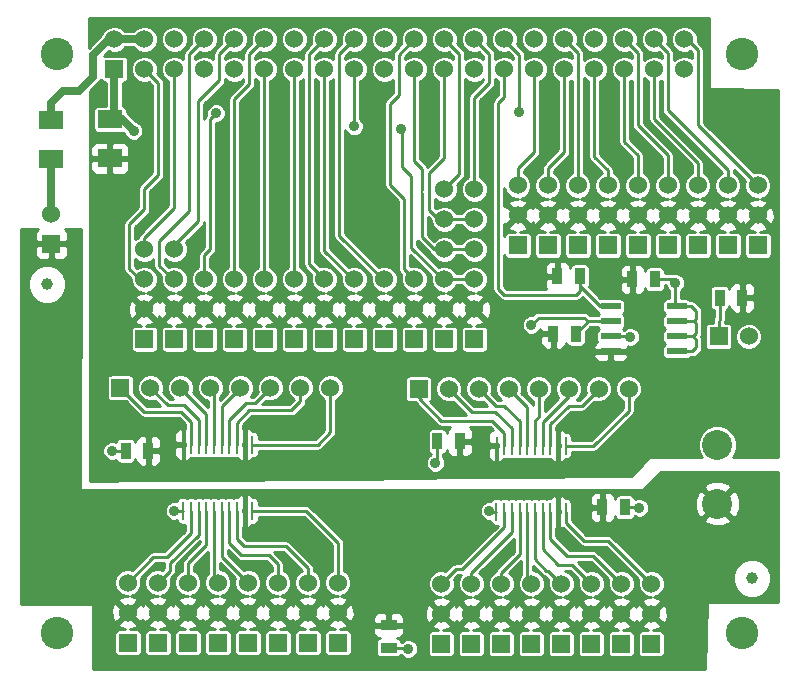
<source format=gtl>
G04 #@! TF.FileFunction,Copper,L1,Top,Signal*
%FSLAX46Y46*%
G04 Gerber Fmt 4.6, Leading zero omitted, Abs format (unit mm)*
G04 Created by KiCad (PCBNEW (after 2015-mar-04 BZR unknown)-product) date 4/21/2015 1:20:39 PM*
%MOMM*%
G01*
G04 APERTURE LIST*
%ADD10C,0.150000*%
%ADD11R,1.524000X1.524000*%
%ADD12C,1.524000*%
%ADD13R,2.032000X1.524000*%
%ADD14C,2.750000*%
%ADD15R,0.250000X1.550000*%
%ADD16R,0.889000X1.397000*%
%ADD17R,1.397000X0.889000*%
%ADD18R,1.651000X0.599440*%
%ADD19C,1.000000*%
%ADD20C,2.540000*%
%ADD21C,0.889000*%
%ADD22C,0.254000*%
%ADD23C,0.203200*%
%ADD24C,0.635000*%
G04 APERTURE END LIST*
D10*
D11*
X128450000Y-87630000D03*
D12*
X128450000Y-85090000D03*
X128450000Y-82550000D03*
X128450000Y-80010000D03*
D11*
X133530000Y-87630000D03*
D12*
X133530000Y-85090000D03*
X133530000Y-82550000D03*
D11*
X138610000Y-87630000D03*
D12*
X138610000Y-85090000D03*
X138610000Y-82550000D03*
D11*
X143690000Y-87630000D03*
D12*
X143690000Y-85090000D03*
X143690000Y-82550000D03*
D11*
X148770000Y-87630000D03*
D12*
X148770000Y-85090000D03*
X148770000Y-82550000D03*
D11*
X141150000Y-87630000D03*
D12*
X141150000Y-85090000D03*
X141150000Y-82550000D03*
D11*
X146230000Y-87630000D03*
D12*
X146230000Y-85090000D03*
X146230000Y-82550000D03*
D11*
X153850000Y-87630000D03*
D12*
X153850000Y-85090000D03*
X153850000Y-82550000D03*
X153850000Y-80010000D03*
X153850000Y-77470000D03*
X153850000Y-74930000D03*
D11*
X125910000Y-87630000D03*
D12*
X125910000Y-85090000D03*
X125910000Y-82550000D03*
X125910000Y-80010000D03*
D11*
X136070000Y-87630000D03*
D12*
X136070000Y-85090000D03*
X136070000Y-82550000D03*
D11*
X151310000Y-87630000D03*
D12*
X151310000Y-85090000D03*
X151310000Y-82550000D03*
X151310000Y-80010000D03*
X151310000Y-77470000D03*
X151310000Y-74930000D03*
D13*
X123001000Y-69017000D03*
X123001000Y-72319000D03*
D11*
X157545000Y-79685000D03*
D12*
X157545000Y-77145000D03*
X157545000Y-74605000D03*
D11*
X160085000Y-79685000D03*
D12*
X160085000Y-77145000D03*
X160085000Y-74605000D03*
D11*
X165165000Y-79685000D03*
D12*
X165165000Y-77145000D03*
X165165000Y-74605000D03*
D11*
X167705000Y-79685000D03*
D12*
X167705000Y-77145000D03*
X167705000Y-74605000D03*
D11*
X172785000Y-79685000D03*
D12*
X172785000Y-77145000D03*
X172785000Y-74605000D03*
D11*
X162625000Y-79685000D03*
D12*
X162625000Y-77145000D03*
X162625000Y-74605000D03*
D11*
X170245000Y-79685000D03*
D12*
X170245000Y-77145000D03*
X170245000Y-74605000D03*
D11*
X175325000Y-79685000D03*
D12*
X175325000Y-77145000D03*
X175325000Y-74605000D03*
D11*
X177865000Y-79685000D03*
D12*
X177865000Y-77145000D03*
X177865000Y-74605000D03*
D11*
X123370000Y-64770000D03*
D12*
X123370000Y-62230000D03*
X136070000Y-64770000D03*
X125910000Y-62230000D03*
X138610000Y-64770000D03*
X128450000Y-62230000D03*
X141150000Y-64770000D03*
X130990000Y-62230000D03*
X143690000Y-64770000D03*
X133530000Y-62230000D03*
X146230000Y-64770000D03*
X136070000Y-62230000D03*
X148770000Y-64770000D03*
X138610000Y-62230000D03*
X151310000Y-64770000D03*
X141150000Y-62230000D03*
X153850000Y-64770000D03*
X143690000Y-62230000D03*
X156390000Y-64770000D03*
X146230000Y-62230000D03*
X158930000Y-64770000D03*
X148770000Y-62230000D03*
X161470000Y-64770000D03*
X151310000Y-62230000D03*
X153850000Y-62230000D03*
X164010000Y-64770000D03*
X156390000Y-62230000D03*
X161470000Y-62230000D03*
X164010000Y-62230000D03*
X166550000Y-62230000D03*
X169090000Y-62230000D03*
X166550000Y-64770000D03*
X169090000Y-64770000D03*
X125910000Y-64770000D03*
X128450000Y-64770000D03*
X130990000Y-64770000D03*
X133530000Y-64770000D03*
X171630000Y-64770000D03*
X171630000Y-62230000D03*
X158930000Y-62230000D03*
D11*
X130990000Y-87630000D03*
D12*
X130990000Y-85090000D03*
X130990000Y-82550000D03*
X136590000Y-91750000D03*
X134050000Y-91750000D03*
D11*
X123890000Y-91750000D03*
D12*
X126430000Y-91750000D03*
X128970000Y-91750000D03*
X131510000Y-91750000D03*
X139130000Y-91750000D03*
X141670000Y-91750000D03*
D14*
X176500000Y-112500000D03*
X118500000Y-112500000D03*
X176500000Y-63500000D03*
X118500000Y-63500000D03*
D11*
X142305000Y-113340000D03*
D12*
X142305000Y-110800000D03*
X142305000Y-108260000D03*
D11*
X139765000Y-113340000D03*
D12*
X139765000Y-110800000D03*
X139765000Y-108260000D03*
D11*
X137225000Y-113340000D03*
D12*
X137225000Y-110800000D03*
X137225000Y-108260000D03*
D11*
X134685000Y-113340000D03*
D12*
X134685000Y-110800000D03*
X134685000Y-108260000D03*
D11*
X132145000Y-113340000D03*
D12*
X132145000Y-110800000D03*
X132145000Y-108260000D03*
D11*
X129605000Y-113340000D03*
D12*
X129605000Y-110800000D03*
X129605000Y-108260000D03*
D11*
X127065000Y-113340000D03*
D12*
X127065000Y-110800000D03*
X127065000Y-108260000D03*
D11*
X124525000Y-113340000D03*
D12*
X124525000Y-110800000D03*
X124525000Y-108260000D03*
D15*
X129195000Y-102170000D03*
X129870000Y-102170000D03*
X130520000Y-102170000D03*
X131170000Y-102170000D03*
X131820000Y-102170000D03*
X132470000Y-102170000D03*
X133120000Y-102170000D03*
X133770000Y-102170000D03*
X134420000Y-102170000D03*
X135070000Y-102170000D03*
X135070000Y-96570000D03*
X134420000Y-96570000D03*
X133770000Y-96570000D03*
X133120000Y-96570000D03*
X132470000Y-96570000D03*
X131820000Y-96570000D03*
X131170000Y-96570000D03*
X130520000Y-96570000D03*
X129870000Y-96570000D03*
X129220000Y-96570000D03*
D13*
X118000000Y-69049000D03*
X118000000Y-72351000D03*
D16*
X126239500Y-97084000D03*
X124334500Y-97084000D03*
D17*
X146600000Y-111837500D03*
X146600000Y-113742500D03*
D16*
X167237500Y-82564000D03*
X169142500Y-82564000D03*
D18*
X165396000Y-88660000D03*
X170984000Y-88660000D03*
X165396000Y-87390000D03*
X165396000Y-86120000D03*
X165396000Y-84850000D03*
X170984000Y-87390000D03*
X170984000Y-86120000D03*
X170984000Y-84850000D03*
D19*
X177357000Y-107879000D03*
X117667000Y-82987000D03*
D16*
X160529500Y-87178000D03*
X162434500Y-87178000D03*
X160887500Y-82310000D03*
X162792500Y-82310000D03*
D11*
X174540000Y-87390000D03*
D12*
X177080000Y-87390000D03*
D15*
X155715000Y-102255000D03*
X156390000Y-102255000D03*
X157040000Y-102255000D03*
X157690000Y-102255000D03*
X158340000Y-102255000D03*
X158990000Y-102255000D03*
X159640000Y-102255000D03*
X160290000Y-102255000D03*
X160940000Y-102255000D03*
X161590000Y-102255000D03*
X161590000Y-96655000D03*
X160940000Y-96655000D03*
X160290000Y-96655000D03*
X159640000Y-96655000D03*
X158990000Y-96655000D03*
X158340000Y-96655000D03*
X157690000Y-96655000D03*
X157040000Y-96655000D03*
X156390000Y-96655000D03*
X155740000Y-96655000D03*
D16*
X152632500Y-96280000D03*
X150727500Y-96280000D03*
X164697500Y-101868000D03*
X166602500Y-101868000D03*
D11*
X168825000Y-113425000D03*
D12*
X168825000Y-110885000D03*
X168825000Y-108345000D03*
D11*
X166285000Y-113425000D03*
D12*
X166285000Y-110885000D03*
X166285000Y-108345000D03*
D11*
X163745000Y-113425000D03*
D12*
X163745000Y-110885000D03*
X163745000Y-108345000D03*
D11*
X161205000Y-113425000D03*
D12*
X161205000Y-110885000D03*
X161205000Y-108345000D03*
D11*
X158665000Y-113425000D03*
D12*
X158665000Y-110885000D03*
X158665000Y-108345000D03*
D11*
X156125000Y-113425000D03*
D12*
X156125000Y-110885000D03*
X156125000Y-108345000D03*
D11*
X153585000Y-113425000D03*
D12*
X153585000Y-110885000D03*
X153585000Y-108345000D03*
D11*
X151045000Y-113425000D03*
D12*
X151045000Y-110885000D03*
X151045000Y-108345000D03*
X161840000Y-91835000D03*
X159300000Y-91835000D03*
D11*
X149140000Y-91835000D03*
D12*
X151680000Y-91835000D03*
X154220000Y-91835000D03*
X156760000Y-91835000D03*
X164380000Y-91835000D03*
X166920000Y-91835000D03*
D20*
X174436000Y-96576000D03*
X174436000Y-101576000D03*
D16*
X176531500Y-84130000D03*
X174626500Y-84130000D03*
D11*
X118048000Y-79558000D03*
D12*
X118048000Y-77018000D03*
D21*
X132000000Y-68500000D03*
X157672000Y-68382000D03*
X158688000Y-86416000D03*
X147666800Y-69813200D03*
X167070000Y-87432000D03*
X128462000Y-102164000D03*
X123191500Y-97084000D03*
X170880000Y-82860000D03*
X150560000Y-98100000D03*
X155132000Y-102164000D03*
X148274000Y-113848000D03*
X167832000Y-101910000D03*
X143679000Y-69610000D03*
X125010000Y-69991000D03*
D22*
X162625000Y-63385000D02*
X161470000Y-62230000D01*
X162625000Y-74605000D02*
X162625000Y-63385000D01*
X165165000Y-73335000D02*
X164010000Y-72180000D01*
X164010000Y-72180000D02*
X164010000Y-64770000D01*
X165165000Y-74605000D02*
X165165000Y-73335000D01*
X167705000Y-63385000D02*
X166550000Y-62230000D01*
X170245000Y-72065000D02*
X167705000Y-69525000D01*
X167705000Y-69525000D02*
X167705000Y-63385000D01*
X170245000Y-74605000D02*
X170245000Y-72065000D01*
X136070000Y-82550000D02*
X136070000Y-64770000D01*
X133530000Y-67310000D02*
X134800000Y-66040000D01*
X134800000Y-66040000D02*
X134800000Y-63500000D01*
X134800000Y-63500000D02*
X136070000Y-62230000D01*
X133530000Y-82550000D02*
X133530000Y-67310000D01*
X166550000Y-70910000D02*
X167705000Y-72065000D01*
X167705000Y-72065000D02*
X167705000Y-74605000D01*
X166550000Y-64770000D02*
X166550000Y-70910000D01*
X169217000Y-62230000D02*
X169090000Y-62230000D01*
X175325000Y-73335000D02*
X170245000Y-68255000D01*
X170245000Y-68255000D02*
X170245000Y-63385000D01*
X170245000Y-63385000D02*
X169090000Y-62230000D01*
X175325000Y-74605000D02*
X175325000Y-73335000D01*
X172785000Y-69525000D02*
X172785000Y-63175000D01*
X172785000Y-63175000D02*
X171840000Y-62230000D01*
X171840000Y-62230000D02*
X171630000Y-62230000D01*
X177865000Y-74605000D02*
X172785000Y-69525000D01*
X143563000Y-82550000D02*
X141150000Y-80137000D01*
X141150000Y-80137000D02*
X141150000Y-64770000D01*
X143690000Y-82550000D02*
X143563000Y-82550000D01*
X139880000Y-81280000D02*
X139880000Y-63500000D01*
X139880000Y-63500000D02*
X141150000Y-62230000D01*
X141150000Y-82550000D02*
X139880000Y-81280000D01*
X146103000Y-82550000D02*
X142420000Y-78867000D01*
X142420000Y-78867000D02*
X142420000Y-63500000D01*
X142420000Y-63500000D02*
X143690000Y-62230000D01*
X146230000Y-82550000D02*
X146103000Y-82550000D01*
X147893000Y-81673000D02*
X148770000Y-82550000D01*
X147893000Y-75729000D02*
X146752400Y-74588400D01*
X146752400Y-74588400D02*
X146752400Y-67679600D01*
X146752400Y-67679600D02*
X147463600Y-66968400D01*
X147893000Y-81673000D02*
X147893000Y-75729000D01*
X147463600Y-63536400D02*
X148770000Y-62230000D01*
X147463600Y-66968400D02*
X147463600Y-63536400D01*
X172785000Y-72700000D02*
X169090000Y-69005000D01*
X169090000Y-69005000D02*
X169090000Y-64770000D01*
X172785000Y-74605000D02*
X172785000Y-72700000D01*
X138610000Y-82550000D02*
X138610000Y-64770000D01*
X132000000Y-68500000D02*
X131500000Y-69000000D01*
X131500000Y-69000000D02*
X131500000Y-80000000D01*
X131500000Y-80000000D02*
X130990000Y-80510000D01*
X130990000Y-80510000D02*
X130990000Y-82550000D01*
X157545000Y-74605000D02*
X157545000Y-73143000D01*
X158930000Y-71758000D02*
X157545000Y-73143000D01*
X158930000Y-64770000D02*
X158930000Y-71758000D01*
X161470000Y-71758000D02*
X160085000Y-73143000D01*
X160085000Y-73143000D02*
X160085000Y-74605000D01*
X161470000Y-64770000D02*
X161470000Y-71758000D01*
X132260000Y-65727000D02*
X132260000Y-63500000D01*
X132260000Y-63500000D02*
X133530000Y-62230000D01*
X128450000Y-79697000D02*
X130494000Y-77653000D01*
X130494000Y-77653000D02*
X130494000Y-67493000D01*
X130494000Y-67493000D02*
X132260000Y-65727000D01*
X128450000Y-80010000D02*
X128450000Y-79697000D01*
X156390000Y-62230000D02*
X156390000Y-62280400D01*
X163154500Y-85802500D02*
X163472000Y-86120000D01*
X163472000Y-86120000D02*
X165396000Y-86120000D01*
X158688000Y-86416000D02*
X159301500Y-85802500D01*
X159301500Y-85802500D02*
X163154500Y-85802500D01*
X159301500Y-85802500D02*
X158688000Y-86416000D01*
X161840000Y-85802500D02*
X159301500Y-85802500D01*
X162434500Y-87157500D02*
X163472000Y-86120000D01*
X162434500Y-87178000D02*
X162434500Y-87157500D01*
X156390000Y-62274000D02*
X157672000Y-63556000D01*
X157672000Y-63556000D02*
X157672000Y-68382000D01*
X156390000Y-62230000D02*
X156390000Y-62274000D01*
X128450000Y-66858000D02*
X128450000Y-64770000D01*
X125910000Y-79062000D02*
X128462000Y-76510000D01*
X128462000Y-76510000D02*
X128462000Y-66858000D01*
X128462000Y-66858000D02*
X128450000Y-66858000D01*
X125910000Y-80010000D02*
X125910000Y-79062000D01*
X164488000Y-84850000D02*
X162792500Y-83154500D01*
X162792500Y-83114000D02*
X162792500Y-82310000D01*
X162792500Y-83154500D02*
X162792500Y-83114000D01*
X165396000Y-84850000D02*
X164488000Y-84850000D01*
X162792500Y-83581500D02*
X162498000Y-83876000D01*
X162498000Y-83876000D02*
X156402000Y-83876000D01*
X156402000Y-83876000D02*
X155894000Y-83368000D01*
X155894000Y-83368000D02*
X155894000Y-67620000D01*
X155894000Y-67620000D02*
X156390000Y-67124000D01*
X156390000Y-67124000D02*
X156390000Y-64770000D01*
X162792500Y-83114000D02*
X162792500Y-83581500D01*
X125529000Y-82550000D02*
X124640000Y-81661000D01*
X125910000Y-82550000D02*
X125529000Y-82550000D01*
X124640000Y-77919000D02*
X125910000Y-76649000D01*
X124640000Y-81661000D02*
X124640000Y-77919000D01*
X125910000Y-74890000D02*
X127100000Y-73700000D01*
X127100000Y-73700000D02*
X127100000Y-65960000D01*
X127100000Y-65960000D02*
X125910000Y-64770000D01*
X125910000Y-76649000D02*
X125910000Y-74890000D01*
X151310000Y-62230000D02*
X152580000Y-63500000D01*
X152580000Y-73660000D02*
X151310000Y-74930000D01*
X152580000Y-63500000D02*
X152580000Y-73660000D01*
X153850000Y-67183000D02*
X155120000Y-65913000D01*
X155120000Y-65913000D02*
X155120000Y-63500000D01*
X155120000Y-63500000D02*
X153850000Y-62230000D01*
X153850000Y-74930000D02*
X153850000Y-67183000D01*
X150421000Y-80010000D02*
X149405000Y-78994000D01*
X149405000Y-78994000D02*
X149405000Y-75240000D01*
X151310000Y-80010000D02*
X150421000Y-80010000D01*
X151310000Y-80010000D02*
X153850000Y-80010000D01*
D23*
X149405000Y-75240000D02*
X149405000Y-74986000D01*
D22*
X148770000Y-72561000D02*
X148770000Y-64770000D01*
X149405000Y-73196000D02*
X148770000Y-72561000D01*
X149405000Y-74986000D02*
X149405000Y-73196000D01*
X151310000Y-82550000D02*
X153850000Y-82550000D01*
X148516000Y-79883000D02*
X148516000Y-73787000D01*
X151183000Y-82550000D02*
X148516000Y-79883000D01*
X151310000Y-82550000D02*
X151183000Y-82550000D01*
X147666800Y-69813200D02*
X147768400Y-69914800D01*
X147768400Y-69914800D02*
X147768400Y-73039400D01*
X147768400Y-73039400D02*
X148516000Y-73787000D01*
X151310000Y-77470000D02*
X153850000Y-77470000D01*
X150802000Y-77470000D02*
X150040000Y-76708000D01*
X151310000Y-77470000D02*
X150802000Y-77470000D01*
X150040000Y-76708000D02*
X150040000Y-73601000D01*
X151310000Y-72331000D02*
X150040000Y-73601000D01*
X151310000Y-64770000D02*
X151310000Y-72331000D01*
X127192000Y-81419000D02*
X127192000Y-79304000D01*
X127192000Y-79304000D02*
X129732000Y-76764000D01*
X129732000Y-76764000D02*
X129732000Y-63488000D01*
X129732000Y-63488000D02*
X130990000Y-62230000D01*
X128323000Y-82550000D02*
X127192000Y-81419000D01*
X128450000Y-82550000D02*
X128323000Y-82550000D01*
X167028000Y-87390000D02*
X167070000Y-87432000D01*
X165396000Y-87390000D02*
X167028000Y-87390000D01*
X174540000Y-86058000D02*
X174626500Y-85971500D01*
X174626500Y-85971500D02*
X174626500Y-84130000D01*
X174540000Y-87390000D02*
X174540000Y-86058000D01*
X128468000Y-102170000D02*
X128462000Y-102164000D01*
X129195000Y-102170000D02*
X128468000Y-102170000D01*
X124334500Y-97084000D02*
X123191500Y-97084000D01*
X170584000Y-82564000D02*
X170880000Y-82860000D01*
X170880000Y-84746000D02*
X170984000Y-84850000D01*
X170880000Y-84746000D02*
X170880000Y-82860000D01*
X169142500Y-82564000D02*
X170584000Y-82564000D01*
X150727500Y-97932500D02*
X150560000Y-98100000D01*
X150727500Y-96280000D02*
X150727500Y-97932500D01*
X155223000Y-102255000D02*
X155132000Y-102164000D01*
X155715000Y-102255000D02*
X155223000Y-102255000D01*
X148168500Y-113742500D02*
X148274000Y-113848000D01*
X146600000Y-113742500D02*
X148168500Y-113742500D01*
X167790000Y-101868000D02*
X167832000Y-101910000D01*
X166602500Y-101868000D02*
X167790000Y-101868000D01*
X172319000Y-88660000D02*
X172658000Y-88321000D01*
X172658000Y-88321000D02*
X172658000Y-87686000D01*
X172658000Y-87686000D02*
X172362000Y-87390000D01*
X170984000Y-88660000D02*
X172319000Y-88660000D01*
X172658000Y-87094000D02*
X172658000Y-86289000D01*
X172658000Y-86289000D02*
X172489000Y-86120000D01*
X172362000Y-87390000D02*
X172658000Y-87094000D01*
X170984000Y-87390000D02*
X172362000Y-87390000D01*
X172658000Y-85951000D02*
X172658000Y-85273000D01*
X172489000Y-86120000D02*
X172658000Y-85951000D01*
X170984000Y-86120000D02*
X172489000Y-86120000D01*
X172235000Y-84850000D02*
X172658000Y-85273000D01*
X170984000Y-84850000D02*
X172235000Y-84850000D01*
D24*
X123370000Y-62230000D02*
X125910000Y-62230000D01*
X122930000Y-62230000D02*
X121604000Y-63556000D01*
X123370000Y-62230000D02*
X122930000Y-62230000D01*
X118000000Y-67600000D02*
X119000000Y-66600000D01*
X119000000Y-66600000D02*
X120400000Y-66600000D01*
X120400000Y-66600000D02*
X121604000Y-65396000D01*
X121604000Y-65396000D02*
X121604000Y-63556000D01*
X118000000Y-69049000D02*
X118000000Y-67600000D01*
X118048000Y-77018000D02*
X118048000Y-72399000D01*
X118048000Y-72399000D02*
X118000000Y-72351000D01*
D22*
X118048000Y-72399000D02*
X118000000Y-72351000D01*
D24*
X123370000Y-68648000D02*
X123001000Y-69017000D01*
X123370000Y-64770000D02*
X123370000Y-68648000D01*
D22*
X143690000Y-69599000D02*
X143679000Y-69610000D01*
X143690000Y-64770000D02*
X143690000Y-69599000D01*
D24*
X124036000Y-69017000D02*
X125010000Y-69991000D01*
X123001000Y-69017000D02*
X124036000Y-69017000D01*
D22*
X134558000Y-93020000D02*
X135320000Y-93020000D01*
X135320000Y-93020000D02*
X136590000Y-91750000D01*
X133120000Y-94458000D02*
X134558000Y-93020000D01*
X133120000Y-96570000D02*
X133120000Y-94458000D01*
X132470000Y-93330000D02*
X134050000Y-91750000D01*
X132470000Y-96570000D02*
X132470000Y-93330000D01*
X129033500Y-93782000D02*
X125922000Y-93782000D01*
X125922000Y-93782000D02*
X123890000Y-91750000D01*
X129870000Y-94618500D02*
X129033500Y-93782000D01*
X129870000Y-96570000D02*
X129870000Y-94618500D01*
X130520000Y-94443000D02*
X129287500Y-93210500D01*
X130520000Y-96570000D02*
X130520000Y-94443000D01*
X129287500Y-93210500D02*
X127890500Y-93210500D01*
X127890500Y-93210500D02*
X126430000Y-91750000D01*
X131170000Y-96570000D02*
X131170000Y-93950000D01*
X131170000Y-93950000D02*
X128970000Y-91750000D01*
X131820000Y-92060000D02*
X131510000Y-91750000D01*
X131820000Y-96570000D02*
X131820000Y-92060000D01*
X134812000Y-93655000D02*
X138368000Y-93655000D01*
X138368000Y-93655000D02*
X139130000Y-92893000D01*
X139130000Y-92893000D02*
X139130000Y-91750000D01*
X133770000Y-94697000D02*
X134812000Y-93655000D01*
X133770000Y-96570000D02*
X133770000Y-94697000D01*
X140596500Y-96570000D02*
X141670000Y-95496500D01*
X135070000Y-96570000D02*
X140596500Y-96570000D01*
X141670000Y-95496500D02*
X141670000Y-91750000D01*
X142305000Y-104856400D02*
X142305000Y-108260000D01*
X139618600Y-102170000D02*
X142305000Y-104856400D01*
X135070000Y-102170000D02*
X139618600Y-102170000D01*
X133770000Y-104551000D02*
X134367500Y-105148500D01*
X133770000Y-102170000D02*
X133770000Y-104551000D01*
X137872700Y-105148500D02*
X139765000Y-107040800D01*
X139765000Y-107040800D02*
X139765000Y-108260000D01*
X134367500Y-105148500D02*
X137872700Y-105148500D01*
X133120000Y-104917000D02*
X134113500Y-105910500D01*
X134113500Y-105910500D02*
X136463000Y-105910500D01*
X136463000Y-105910500D02*
X137225000Y-106672500D01*
X137225000Y-106672500D02*
X137225000Y-108260000D01*
X133120000Y-102170000D02*
X133120000Y-104917000D01*
X132470000Y-106045000D02*
X134685000Y-108260000D01*
X132470000Y-102170000D02*
X132470000Y-106045000D01*
X131820000Y-107935000D02*
X132145000Y-108260000D01*
X131820000Y-102170000D02*
X131820000Y-107935000D01*
X129605000Y-106609000D02*
X129605000Y-108260000D01*
X131170000Y-105044000D02*
X129605000Y-106609000D01*
X131170000Y-102170000D02*
X131170000Y-105044000D01*
X128106400Y-107218600D02*
X127065000Y-108260000D01*
X130520000Y-104170000D02*
X128106400Y-106583600D01*
X128106400Y-106583600D02*
X128106400Y-107218600D01*
X130520000Y-102170000D02*
X130520000Y-104170000D01*
X126684000Y-106101000D02*
X127827000Y-106101000D01*
X127827000Y-106101000D02*
X129870000Y-104058000D01*
X129870000Y-104058000D02*
X129870000Y-102170000D01*
X124525000Y-108260000D02*
X126684000Y-106101000D01*
X159640000Y-94608000D02*
X161840000Y-92408000D01*
X161840000Y-92408000D02*
X161840000Y-91835000D01*
X159640000Y-96655000D02*
X159640000Y-94608000D01*
X158990000Y-94496000D02*
X159300000Y-94186000D01*
X159300000Y-94186000D02*
X159300000Y-91835000D01*
X158990000Y-96655000D02*
X158990000Y-94496000D01*
X156390000Y-95548000D02*
X155386000Y-94544000D01*
X155386000Y-94544000D02*
X151068000Y-94544000D01*
X151068000Y-94544000D02*
X149140000Y-92616000D01*
X149140000Y-92616000D02*
X149140000Y-91835000D01*
X156390000Y-96655000D02*
X156390000Y-95548000D01*
X157040000Y-95182000D02*
X155640000Y-93782000D01*
X155640000Y-93782000D02*
X153627000Y-93782000D01*
X153627000Y-93782000D02*
X151680000Y-91835000D01*
X157040000Y-96655000D02*
X157040000Y-95182000D01*
X157690000Y-94562000D02*
X156402000Y-93274000D01*
X156402000Y-93274000D02*
X155659000Y-93274000D01*
X155659000Y-93274000D02*
X154220000Y-91835000D01*
X157690000Y-96655000D02*
X157690000Y-94562000D01*
X158340000Y-93415000D02*
X156760000Y-91835000D01*
X158340000Y-96655000D02*
X158340000Y-93415000D01*
X160290000Y-94847000D02*
X161863000Y-93274000D01*
X161863000Y-93274000D02*
X162941000Y-93274000D01*
X162941000Y-93274000D02*
X164380000Y-91835000D01*
X160290000Y-96655000D02*
X160290000Y-94847000D01*
X163943000Y-96655000D02*
X166920000Y-93678000D01*
X166920000Y-93678000D02*
X166920000Y-91835000D01*
X161590000Y-96655000D02*
X163943000Y-96655000D01*
X161590000Y-103161000D02*
X163133000Y-104704000D01*
X163133000Y-104704000D02*
X165184000Y-104704000D01*
X165184000Y-104704000D02*
X168825000Y-108345000D01*
X161590000Y-102255000D02*
X161590000Y-103161000D01*
X160290000Y-104528000D02*
X161736000Y-105974000D01*
X161736000Y-105974000D02*
X163914000Y-105974000D01*
X163914000Y-105974000D02*
X166285000Y-108345000D01*
X160290000Y-102255000D02*
X160290000Y-104528000D01*
X159640000Y-105402000D02*
X160974000Y-106736000D01*
X160974000Y-106736000D02*
X162136000Y-106736000D01*
X162136000Y-106736000D02*
X163745000Y-108345000D01*
X159640000Y-102255000D02*
X159640000Y-105402000D01*
X158990000Y-106276000D02*
X159958000Y-107244000D01*
X159958000Y-107244000D02*
X160104000Y-107244000D01*
X160104000Y-107244000D02*
X161205000Y-108345000D01*
X158990000Y-102255000D02*
X158990000Y-106276000D01*
X158340000Y-108020000D02*
X158665000Y-108345000D01*
X158340000Y-102255000D02*
X158340000Y-108020000D01*
X157690000Y-105829000D02*
X156125000Y-107394000D01*
X156125000Y-107394000D02*
X156125000Y-108345000D01*
X157690000Y-102255000D02*
X157690000Y-105829000D01*
X157040000Y-103939000D02*
X153585000Y-107394000D01*
X153585000Y-107394000D02*
X153585000Y-108345000D01*
X157040000Y-102255000D02*
X157040000Y-103939000D01*
X156390000Y-103573000D02*
X152846000Y-107117000D01*
X152846000Y-107117000D02*
X152273000Y-107117000D01*
X152273000Y-107117000D02*
X151045000Y-108345000D01*
X156390000Y-102255000D02*
X156390000Y-103573000D01*
G36*
X179569000Y-97579602D02*
X179274144Y-97579939D01*
X179274144Y-77352698D01*
X179246362Y-76797632D01*
X179087397Y-76413857D01*
X179008198Y-76391140D01*
X179008198Y-74378641D01*
X178834554Y-73958388D01*
X178513303Y-73636577D01*
X178093354Y-73462199D01*
X177638641Y-73461802D01*
X177498235Y-73519815D01*
X173293000Y-69314580D01*
X173293000Y-63175000D01*
X173254331Y-62980597D01*
X173144210Y-62815790D01*
X172772813Y-62444393D01*
X172773198Y-62003641D01*
X172599554Y-61583388D01*
X172278303Y-61261577D01*
X171858354Y-61087199D01*
X171403641Y-61086802D01*
X170983388Y-61260446D01*
X170661577Y-61581697D01*
X170487199Y-62001646D01*
X170486802Y-62456359D01*
X170660446Y-62876612D01*
X170981697Y-63198423D01*
X171401646Y-63372801D01*
X171856359Y-63373198D01*
X172145364Y-63253784D01*
X172277000Y-63385420D01*
X172277000Y-63801035D01*
X171858354Y-63627199D01*
X171403641Y-63626802D01*
X170983388Y-63800446D01*
X170753000Y-64030433D01*
X170753000Y-63385000D01*
X170714331Y-63190597D01*
X170604210Y-63025790D01*
X170175285Y-62596865D01*
X170232801Y-62458354D01*
X170233198Y-62003641D01*
X170059554Y-61583388D01*
X169738303Y-61261577D01*
X169318354Y-61087199D01*
X168863641Y-61086802D01*
X168443388Y-61260446D01*
X168121577Y-61581697D01*
X167947199Y-62001646D01*
X167946802Y-62456359D01*
X168120446Y-62876612D01*
X168441697Y-63198423D01*
X168861646Y-63372801D01*
X169316359Y-63373198D01*
X169456764Y-63315184D01*
X169737000Y-63595420D01*
X169737000Y-63801035D01*
X169318354Y-63627199D01*
X168863641Y-63626802D01*
X168443388Y-63800446D01*
X168213000Y-64030433D01*
X168213000Y-63385000D01*
X168174331Y-63190597D01*
X168064210Y-63025790D01*
X167635285Y-62596865D01*
X167692801Y-62458354D01*
X167693198Y-62003641D01*
X167519554Y-61583388D01*
X167198303Y-61261577D01*
X166778354Y-61087199D01*
X166323641Y-61086802D01*
X165903388Y-61260446D01*
X165581577Y-61581697D01*
X165407199Y-62001646D01*
X165406802Y-62456359D01*
X165580446Y-62876612D01*
X165901697Y-63198423D01*
X166321646Y-63372801D01*
X166776359Y-63373198D01*
X166916764Y-63315184D01*
X167197000Y-63595420D01*
X167197000Y-63801035D01*
X166778354Y-63627199D01*
X166323641Y-63626802D01*
X165903388Y-63800446D01*
X165581577Y-64121697D01*
X165407199Y-64541646D01*
X165406802Y-64996359D01*
X165580446Y-65416612D01*
X165901697Y-65738423D01*
X166042000Y-65796681D01*
X166042000Y-70910000D01*
X166080669Y-71104403D01*
X166190790Y-71269210D01*
X167197000Y-72275420D01*
X167197000Y-73578173D01*
X167058388Y-73635446D01*
X166736577Y-73956697D01*
X166562199Y-74376646D01*
X166561802Y-74831359D01*
X166735446Y-75251612D01*
X167056697Y-75573423D01*
X167476646Y-75747801D01*
X167670660Y-75747970D01*
X167357632Y-75763638D01*
X166973857Y-75922603D01*
X166904392Y-76164787D01*
X167705000Y-76965395D01*
X168505608Y-76164787D01*
X168436143Y-75922603D01*
X167938741Y-75745147D01*
X168351612Y-75574554D01*
X168673423Y-75253303D01*
X168847801Y-74833354D01*
X168848198Y-74378641D01*
X168674554Y-73958388D01*
X168353303Y-73636577D01*
X168213000Y-73578318D01*
X168213000Y-72065000D01*
X168174331Y-71870597D01*
X168064210Y-71705790D01*
X167058000Y-70699580D01*
X167058000Y-65796826D01*
X167196612Y-65739554D01*
X167197000Y-65739166D01*
X167197000Y-69525000D01*
X167235669Y-69719403D01*
X167345790Y-69884210D01*
X169737000Y-72275420D01*
X169737000Y-73578173D01*
X169598388Y-73635446D01*
X169276577Y-73956697D01*
X169102199Y-74376646D01*
X169101802Y-74831359D01*
X169275446Y-75251612D01*
X169596697Y-75573423D01*
X170016646Y-75747801D01*
X170210660Y-75747970D01*
X169897632Y-75763638D01*
X169513857Y-75922603D01*
X169444392Y-76164787D01*
X170245000Y-76965395D01*
X171045608Y-76164787D01*
X170976143Y-75922603D01*
X170478741Y-75745147D01*
X170891612Y-75574554D01*
X171213423Y-75253303D01*
X171387801Y-74833354D01*
X171388198Y-74378641D01*
X171214554Y-73958388D01*
X170893303Y-73636577D01*
X170753000Y-73578318D01*
X170753000Y-72065000D01*
X170714331Y-71870597D01*
X170714330Y-71870596D01*
X170677790Y-71815910D01*
X170604210Y-71705790D01*
X170604210Y-71705789D01*
X168213000Y-69314579D01*
X168213000Y-65509327D01*
X168441697Y-65738423D01*
X168582000Y-65796681D01*
X168582000Y-69005000D01*
X168620669Y-69199403D01*
X168730790Y-69364210D01*
X172277000Y-72910420D01*
X172277000Y-73578173D01*
X172138388Y-73635446D01*
X171816577Y-73956697D01*
X171642199Y-74376646D01*
X171641802Y-74831359D01*
X171815446Y-75251612D01*
X172136697Y-75573423D01*
X172556646Y-75747801D01*
X172750660Y-75747970D01*
X172437632Y-75763638D01*
X172053857Y-75922603D01*
X171984392Y-76164787D01*
X172785000Y-76965395D01*
X173585608Y-76164787D01*
X173516143Y-75922603D01*
X173018741Y-75745147D01*
X173431612Y-75574554D01*
X173753423Y-75253303D01*
X173927801Y-74833354D01*
X173928198Y-74378641D01*
X173754554Y-73958388D01*
X173433303Y-73636577D01*
X173293000Y-73578318D01*
X173293000Y-72700000D01*
X173254331Y-72505597D01*
X173254331Y-72505596D01*
X173144210Y-72340790D01*
X169598000Y-68794580D01*
X169598000Y-65796826D01*
X169736612Y-65739554D01*
X169737000Y-65739166D01*
X169737000Y-68255000D01*
X169775669Y-68449403D01*
X169885790Y-68614210D01*
X174817000Y-73545420D01*
X174817000Y-73578173D01*
X174678388Y-73635446D01*
X174356577Y-73956697D01*
X174182199Y-74376646D01*
X174181802Y-74831359D01*
X174355446Y-75251612D01*
X174676697Y-75573423D01*
X175096646Y-75747801D01*
X175290660Y-75747970D01*
X174977632Y-75763638D01*
X174593857Y-75922603D01*
X174524392Y-76164787D01*
X175325000Y-76965395D01*
X176125608Y-76164787D01*
X176056143Y-75922603D01*
X175558741Y-75745147D01*
X175971612Y-75574554D01*
X176293423Y-75253303D01*
X176467801Y-74833354D01*
X176468198Y-74378641D01*
X176294554Y-73958388D01*
X175973303Y-73636577D01*
X175833000Y-73578318D01*
X175833000Y-73335000D01*
X175822179Y-73280599D01*
X176779714Y-74238134D01*
X176722199Y-74376646D01*
X176721802Y-74831359D01*
X176895446Y-75251612D01*
X177216697Y-75573423D01*
X177636646Y-75747801D01*
X177830660Y-75747970D01*
X177517632Y-75763638D01*
X177133857Y-75922603D01*
X177064392Y-76164787D01*
X177865000Y-76965395D01*
X178665608Y-76164787D01*
X178596143Y-75922603D01*
X178098741Y-75745147D01*
X178511612Y-75574554D01*
X178833423Y-75253303D01*
X179007801Y-74833354D01*
X179008198Y-74378641D01*
X179008198Y-76391140D01*
X178845213Y-76344392D01*
X178044605Y-77145000D01*
X178845213Y-77945608D01*
X179087397Y-77876143D01*
X179274144Y-77352698D01*
X179274144Y-97579939D01*
X179015464Y-97580234D01*
X179015464Y-80447000D01*
X179015464Y-78923000D01*
X178987278Y-78777726D01*
X178903404Y-78650044D01*
X178776784Y-78564574D01*
X178627000Y-78534536D01*
X178049056Y-78534536D01*
X178212368Y-78526362D01*
X178596143Y-78367397D01*
X178665608Y-78125213D01*
X177865000Y-77324605D01*
X177685395Y-77504210D01*
X177685395Y-77145000D01*
X176884787Y-76344392D01*
X176642603Y-76413857D01*
X176598547Y-76537344D01*
X176547397Y-76413857D01*
X176305213Y-76344392D01*
X175504605Y-77145000D01*
X176305213Y-77945608D01*
X176547397Y-77876143D01*
X176591452Y-77752655D01*
X176642603Y-77876143D01*
X176884787Y-77945608D01*
X177685395Y-77145000D01*
X177685395Y-77504210D01*
X177064392Y-78125213D01*
X177133857Y-78367397D01*
X177602341Y-78534536D01*
X177103000Y-78534536D01*
X176957726Y-78562722D01*
X176830044Y-78646596D01*
X176744574Y-78773216D01*
X176714536Y-78923000D01*
X176714536Y-80447000D01*
X176742722Y-80592274D01*
X176826596Y-80719956D01*
X176953216Y-80805426D01*
X177103000Y-80835464D01*
X178627000Y-80835464D01*
X178772274Y-80807278D01*
X178899956Y-80723404D01*
X178985426Y-80596784D01*
X179015464Y-80447000D01*
X179015464Y-97580234D01*
X178223198Y-97581140D01*
X178223198Y-87163641D01*
X178049554Y-86743388D01*
X177728303Y-86421577D01*
X177611000Y-86372868D01*
X177611000Y-84954810D01*
X177611000Y-84702191D01*
X177611000Y-84415750D01*
X177611000Y-83844250D01*
X177611000Y-83557809D01*
X177611000Y-83305190D01*
X177514327Y-83071801D01*
X177335698Y-82893173D01*
X177102309Y-82796500D01*
X176817250Y-82796500D01*
X176658500Y-82955250D01*
X176658500Y-84003000D01*
X177452250Y-84003000D01*
X177611000Y-83844250D01*
X177611000Y-84415750D01*
X177452250Y-84257000D01*
X176658500Y-84257000D01*
X176658500Y-85304750D01*
X176817250Y-85463500D01*
X177102309Y-85463500D01*
X177335698Y-85366827D01*
X177514327Y-85188199D01*
X177611000Y-84954810D01*
X177611000Y-86372868D01*
X177308354Y-86247199D01*
X176853641Y-86246802D01*
X176475464Y-86403060D01*
X176475464Y-80447000D01*
X176475464Y-78923000D01*
X176447278Y-78777726D01*
X176363404Y-78650044D01*
X176236784Y-78564574D01*
X176087000Y-78534536D01*
X175509056Y-78534536D01*
X175672368Y-78526362D01*
X176056143Y-78367397D01*
X176125608Y-78125213D01*
X175325000Y-77324605D01*
X175145395Y-77504210D01*
X175145395Y-77145000D01*
X174344787Y-76344392D01*
X174102603Y-76413857D01*
X174058547Y-76537344D01*
X174007397Y-76413857D01*
X173765213Y-76344392D01*
X172964605Y-77145000D01*
X173765213Y-77945608D01*
X174007397Y-77876143D01*
X174051452Y-77752655D01*
X174102603Y-77876143D01*
X174344787Y-77945608D01*
X175145395Y-77145000D01*
X175145395Y-77504210D01*
X174524392Y-78125213D01*
X174593857Y-78367397D01*
X175062341Y-78534536D01*
X174563000Y-78534536D01*
X174417726Y-78562722D01*
X174290044Y-78646596D01*
X174204574Y-78773216D01*
X174174536Y-78923000D01*
X174174536Y-80447000D01*
X174202722Y-80592274D01*
X174286596Y-80719956D01*
X174413216Y-80805426D01*
X174563000Y-80835464D01*
X176087000Y-80835464D01*
X176232274Y-80807278D01*
X176359956Y-80723404D01*
X176445426Y-80596784D01*
X176475464Y-80447000D01*
X176475464Y-86403060D01*
X176433388Y-86420446D01*
X176404500Y-86449283D01*
X176404500Y-85304750D01*
X176404500Y-84257000D01*
X176384500Y-84257000D01*
X176384500Y-84003000D01*
X176404500Y-84003000D01*
X176404500Y-82955250D01*
X176245750Y-82796500D01*
X175960691Y-82796500D01*
X175727302Y-82893173D01*
X175548673Y-83071801D01*
X175452000Y-83305190D01*
X175452000Y-83393029D01*
X175431278Y-83286226D01*
X175347404Y-83158544D01*
X175220784Y-83073074D01*
X175071000Y-83043036D01*
X174182000Y-83043036D01*
X174036726Y-83071222D01*
X173935464Y-83137740D01*
X173935464Y-80447000D01*
X173935464Y-78923000D01*
X173907278Y-78777726D01*
X173823404Y-78650044D01*
X173696784Y-78564574D01*
X173547000Y-78534536D01*
X172969056Y-78534536D01*
X173132368Y-78526362D01*
X173516143Y-78367397D01*
X173585608Y-78125213D01*
X172785000Y-77324605D01*
X172605395Y-77504210D01*
X172605395Y-77145000D01*
X171804787Y-76344392D01*
X171562603Y-76413857D01*
X171518547Y-76537344D01*
X171467397Y-76413857D01*
X171225213Y-76344392D01*
X170424605Y-77145000D01*
X171225213Y-77945608D01*
X171467397Y-77876143D01*
X171511452Y-77752655D01*
X171562603Y-77876143D01*
X171804787Y-77945608D01*
X172605395Y-77145000D01*
X172605395Y-77504210D01*
X171984392Y-78125213D01*
X172053857Y-78367397D01*
X172522341Y-78534536D01*
X172023000Y-78534536D01*
X171877726Y-78562722D01*
X171750044Y-78646596D01*
X171664574Y-78773216D01*
X171634536Y-78923000D01*
X171634536Y-80447000D01*
X171662722Y-80592274D01*
X171746596Y-80719956D01*
X171873216Y-80805426D01*
X172023000Y-80835464D01*
X173547000Y-80835464D01*
X173692274Y-80807278D01*
X173819956Y-80723404D01*
X173905426Y-80596784D01*
X173935464Y-80447000D01*
X173935464Y-83137740D01*
X173909044Y-83155096D01*
X173823574Y-83281716D01*
X173793536Y-83431500D01*
X173793536Y-84828500D01*
X173821722Y-84973774D01*
X173905596Y-85101456D01*
X174032216Y-85186926D01*
X174118500Y-85204229D01*
X174118500Y-85792013D01*
X174070669Y-85863597D01*
X174032000Y-86058000D01*
X174032000Y-86239536D01*
X173778000Y-86239536D01*
X173632726Y-86267722D01*
X173505044Y-86351596D01*
X173419574Y-86478216D01*
X173389536Y-86628000D01*
X173389536Y-88152000D01*
X173417722Y-88297274D01*
X173501596Y-88424956D01*
X173628216Y-88510426D01*
X173778000Y-88540464D01*
X175302000Y-88540464D01*
X175447274Y-88512278D01*
X175574956Y-88428404D01*
X175660426Y-88301784D01*
X175690464Y-88152000D01*
X175690464Y-86628000D01*
X175662278Y-86482726D01*
X175578404Y-86355044D01*
X175451784Y-86269574D01*
X175302000Y-86239536D01*
X175048000Y-86239536D01*
X175048000Y-86237486D01*
X175059290Y-86220590D01*
X175095830Y-86165904D01*
X175095831Y-86165903D01*
X175134499Y-85971500D01*
X175134500Y-85971500D01*
X175134500Y-85204643D01*
X175216274Y-85188778D01*
X175343956Y-85104904D01*
X175429426Y-84978284D01*
X175452000Y-84865719D01*
X175452000Y-84954810D01*
X175548673Y-85188199D01*
X175727302Y-85366827D01*
X175960691Y-85463500D01*
X176245750Y-85463500D01*
X176404500Y-85304750D01*
X176404500Y-86449283D01*
X176111577Y-86741697D01*
X175937199Y-87161646D01*
X175936802Y-87616359D01*
X176110446Y-88036612D01*
X176431697Y-88358423D01*
X176851646Y-88532801D01*
X177306359Y-88533198D01*
X177726612Y-88359554D01*
X178048423Y-88038303D01*
X178222801Y-87618354D01*
X178223198Y-87163641D01*
X178223198Y-97581140D01*
X175763194Y-97583952D01*
X175834834Y-97512437D01*
X176086713Y-96905845D01*
X176087286Y-96249037D01*
X175836466Y-95642005D01*
X175372437Y-95177166D01*
X174765845Y-94925287D01*
X174109037Y-94924714D01*
X173502005Y-95175534D01*
X173166000Y-95510953D01*
X173166000Y-88321000D01*
X173166000Y-87686000D01*
X173127331Y-87491597D01*
X173127331Y-87491596D01*
X173059446Y-87390000D01*
X173127331Y-87288404D01*
X173127331Y-87288403D01*
X173166000Y-87094000D01*
X173166000Y-86289000D01*
X173132384Y-86120000D01*
X173132384Y-86119999D01*
X173166000Y-85951000D01*
X173166000Y-85273000D01*
X173133746Y-85110849D01*
X173127331Y-85078597D01*
X173127331Y-85078596D01*
X173017210Y-84913790D01*
X172594210Y-84490790D01*
X172429403Y-84380669D01*
X172235000Y-84342000D01*
X172128389Y-84342000D01*
X172085904Y-84277324D01*
X171959284Y-84191854D01*
X171809500Y-84161816D01*
X171388000Y-84161816D01*
X171388000Y-83519302D01*
X171579417Y-83328219D01*
X171705357Y-83024923D01*
X171705643Y-82696518D01*
X171580233Y-82393002D01*
X171395464Y-82207910D01*
X171395464Y-80447000D01*
X171395464Y-78923000D01*
X171367278Y-78777726D01*
X171283404Y-78650044D01*
X171156784Y-78564574D01*
X171007000Y-78534536D01*
X170429056Y-78534536D01*
X170592368Y-78526362D01*
X170976143Y-78367397D01*
X171045608Y-78125213D01*
X170245000Y-77324605D01*
X170065395Y-77504210D01*
X170065395Y-77145000D01*
X169264787Y-76344392D01*
X169022603Y-76413857D01*
X168978547Y-76537344D01*
X168927397Y-76413857D01*
X168685213Y-76344392D01*
X167884605Y-77145000D01*
X168685213Y-77945608D01*
X168927397Y-77876143D01*
X168971452Y-77752655D01*
X169022603Y-77876143D01*
X169264787Y-77945608D01*
X170065395Y-77145000D01*
X170065395Y-77504210D01*
X169444392Y-78125213D01*
X169513857Y-78367397D01*
X169982341Y-78534536D01*
X169483000Y-78534536D01*
X169337726Y-78562722D01*
X169210044Y-78646596D01*
X169124574Y-78773216D01*
X169094536Y-78923000D01*
X169094536Y-80447000D01*
X169122722Y-80592274D01*
X169206596Y-80719956D01*
X169333216Y-80805426D01*
X169483000Y-80835464D01*
X171007000Y-80835464D01*
X171152274Y-80807278D01*
X171279956Y-80723404D01*
X171365426Y-80596784D01*
X171395464Y-80447000D01*
X171395464Y-82207910D01*
X171348219Y-82160583D01*
X171044923Y-82034643D01*
X170716518Y-82034357D01*
X170638095Y-82066760D01*
X170584000Y-82056000D01*
X169975464Y-82056000D01*
X169975464Y-81865500D01*
X169947278Y-81720226D01*
X169863404Y-81592544D01*
X169736784Y-81507074D01*
X169587000Y-81477036D01*
X168855464Y-81477036D01*
X168855464Y-80447000D01*
X168855464Y-78923000D01*
X168827278Y-78777726D01*
X168743404Y-78650044D01*
X168616784Y-78564574D01*
X168467000Y-78534536D01*
X167889056Y-78534536D01*
X168052368Y-78526362D01*
X168436143Y-78367397D01*
X168505608Y-78125213D01*
X167705000Y-77324605D01*
X167525395Y-77504210D01*
X167525395Y-77145000D01*
X166724787Y-76344392D01*
X166482603Y-76413857D01*
X166438547Y-76537344D01*
X166387397Y-76413857D01*
X166308198Y-76391140D01*
X166308198Y-74378641D01*
X166134554Y-73958388D01*
X165813303Y-73636577D01*
X165673000Y-73578318D01*
X165673000Y-73335000D01*
X165634331Y-73140597D01*
X165524210Y-72975790D01*
X164518000Y-71969580D01*
X164518000Y-65796826D01*
X164656612Y-65739554D01*
X164978423Y-65418303D01*
X165152801Y-64998354D01*
X165153198Y-64543641D01*
X165153198Y-62003641D01*
X164979554Y-61583388D01*
X164658303Y-61261577D01*
X164238354Y-61087199D01*
X163783641Y-61086802D01*
X163363388Y-61260446D01*
X163041577Y-61581697D01*
X162867199Y-62001646D01*
X162866802Y-62456359D01*
X163040446Y-62876612D01*
X163361697Y-63198423D01*
X163781646Y-63372801D01*
X164236359Y-63373198D01*
X164656612Y-63199554D01*
X164978423Y-62878303D01*
X165152801Y-62458354D01*
X165153198Y-62003641D01*
X165153198Y-64543641D01*
X164979554Y-64123388D01*
X164658303Y-63801577D01*
X164238354Y-63627199D01*
X163783641Y-63626802D01*
X163363388Y-63800446D01*
X163133000Y-64030433D01*
X163133000Y-63385000D01*
X163094331Y-63190597D01*
X162984210Y-63025790D01*
X162555285Y-62596865D01*
X162612801Y-62458354D01*
X162613198Y-62003641D01*
X162439554Y-61583388D01*
X162118303Y-61261577D01*
X161698354Y-61087199D01*
X161243641Y-61086802D01*
X160823388Y-61260446D01*
X160501577Y-61581697D01*
X160327199Y-62001646D01*
X160326802Y-62456359D01*
X160500446Y-62876612D01*
X160821697Y-63198423D01*
X161241646Y-63372801D01*
X161696359Y-63373198D01*
X161836764Y-63315184D01*
X162117000Y-63595420D01*
X162117000Y-63801035D01*
X161698354Y-63627199D01*
X161243641Y-63626802D01*
X160823388Y-63800446D01*
X160501577Y-64121697D01*
X160327199Y-64541646D01*
X160326802Y-64996359D01*
X160500446Y-65416612D01*
X160821697Y-65738423D01*
X160962000Y-65796681D01*
X160962000Y-71547580D01*
X159725790Y-72783790D01*
X159615669Y-72948597D01*
X159577000Y-73143000D01*
X159577000Y-73578173D01*
X159438388Y-73635446D01*
X159116577Y-73956697D01*
X158942199Y-74376646D01*
X158941802Y-74831359D01*
X159115446Y-75251612D01*
X159436697Y-75573423D01*
X159856646Y-75747801D01*
X160050660Y-75747970D01*
X159737632Y-75763638D01*
X159353857Y-75922603D01*
X159284392Y-76164787D01*
X160085000Y-76965395D01*
X160885608Y-76164787D01*
X160816143Y-75922603D01*
X160318741Y-75745147D01*
X160731612Y-75574554D01*
X161053423Y-75253303D01*
X161227801Y-74833354D01*
X161228198Y-74378641D01*
X161054554Y-73958388D01*
X160733303Y-73636577D01*
X160593000Y-73578318D01*
X160593000Y-73353420D01*
X161829210Y-72117210D01*
X161939331Y-71952403D01*
X161978000Y-71758000D01*
X161978000Y-65796826D01*
X162116612Y-65739554D01*
X162117000Y-65739166D01*
X162117000Y-73578173D01*
X161978388Y-73635446D01*
X161656577Y-73956697D01*
X161482199Y-74376646D01*
X161481802Y-74831359D01*
X161655446Y-75251612D01*
X161976697Y-75573423D01*
X162396646Y-75747801D01*
X162590660Y-75747970D01*
X162277632Y-75763638D01*
X161893857Y-75922603D01*
X161824392Y-76164787D01*
X162625000Y-76965395D01*
X163425608Y-76164787D01*
X163356143Y-75922603D01*
X162858741Y-75745147D01*
X163271612Y-75574554D01*
X163593423Y-75253303D01*
X163767801Y-74833354D01*
X163768198Y-74378641D01*
X163594554Y-73958388D01*
X163273303Y-73636577D01*
X163133000Y-73578318D01*
X163133000Y-65509327D01*
X163361697Y-65738423D01*
X163502000Y-65796681D01*
X163502000Y-72180000D01*
X163540669Y-72374403D01*
X163650790Y-72539210D01*
X164657000Y-73545420D01*
X164657000Y-73578173D01*
X164518388Y-73635446D01*
X164196577Y-73956697D01*
X164022199Y-74376646D01*
X164021802Y-74831359D01*
X164195446Y-75251612D01*
X164516697Y-75573423D01*
X164936646Y-75747801D01*
X165130660Y-75747970D01*
X164817632Y-75763638D01*
X164433857Y-75922603D01*
X164364392Y-76164787D01*
X165165000Y-76965395D01*
X165965608Y-76164787D01*
X165896143Y-75922603D01*
X165398741Y-75745147D01*
X165811612Y-75574554D01*
X166133423Y-75253303D01*
X166307801Y-74833354D01*
X166308198Y-74378641D01*
X166308198Y-76391140D01*
X166145213Y-76344392D01*
X165344605Y-77145000D01*
X166145213Y-77945608D01*
X166387397Y-77876143D01*
X166431452Y-77752655D01*
X166482603Y-77876143D01*
X166724787Y-77945608D01*
X167525395Y-77145000D01*
X167525395Y-77504210D01*
X166904392Y-78125213D01*
X166973857Y-78367397D01*
X167442341Y-78534536D01*
X166943000Y-78534536D01*
X166797726Y-78562722D01*
X166670044Y-78646596D01*
X166584574Y-78773216D01*
X166554536Y-78923000D01*
X166554536Y-80447000D01*
X166582722Y-80592274D01*
X166666596Y-80719956D01*
X166793216Y-80805426D01*
X166943000Y-80835464D01*
X168467000Y-80835464D01*
X168612274Y-80807278D01*
X168739956Y-80723404D01*
X168825426Y-80596784D01*
X168855464Y-80447000D01*
X168855464Y-81477036D01*
X168698000Y-81477036D01*
X168552726Y-81505222D01*
X168425044Y-81589096D01*
X168339574Y-81715716D01*
X168317000Y-81828280D01*
X168317000Y-81739190D01*
X168220327Y-81505801D01*
X168041698Y-81327173D01*
X167808309Y-81230500D01*
X167523250Y-81230500D01*
X167364500Y-81389250D01*
X167364500Y-82437000D01*
X167384500Y-82437000D01*
X167384500Y-82691000D01*
X167364500Y-82691000D01*
X167364500Y-83738750D01*
X167523250Y-83897500D01*
X167808309Y-83897500D01*
X168041698Y-83800827D01*
X168220327Y-83622199D01*
X168317000Y-83388810D01*
X168317000Y-83300970D01*
X168337722Y-83407774D01*
X168421596Y-83535456D01*
X168548216Y-83620926D01*
X168698000Y-83650964D01*
X169587000Y-83650964D01*
X169732274Y-83622778D01*
X169859956Y-83538904D01*
X169945426Y-83412284D01*
X169975464Y-83262500D01*
X169975464Y-83072000D01*
X170074404Y-83072000D01*
X170179767Y-83326998D01*
X170372000Y-83519566D01*
X170372000Y-84161816D01*
X170158500Y-84161816D01*
X170013226Y-84190002D01*
X169885544Y-84273876D01*
X169800074Y-84400496D01*
X169770036Y-84550280D01*
X169770036Y-85149720D01*
X169798222Y-85294994D01*
X169882096Y-85422676D01*
X169974793Y-85485248D01*
X169885544Y-85543876D01*
X169800074Y-85670496D01*
X169770036Y-85820280D01*
X169770036Y-86419720D01*
X169798222Y-86564994D01*
X169882096Y-86692676D01*
X169974793Y-86755248D01*
X169885544Y-86813876D01*
X169800074Y-86940496D01*
X169770036Y-87090280D01*
X169770036Y-87689720D01*
X169798222Y-87834994D01*
X169882096Y-87962676D01*
X169974793Y-88025248D01*
X169885544Y-88083876D01*
X169800074Y-88210496D01*
X169770036Y-88360280D01*
X169770036Y-88959720D01*
X169798222Y-89104994D01*
X169882096Y-89232676D01*
X170008716Y-89318146D01*
X170158500Y-89348184D01*
X171809500Y-89348184D01*
X171954774Y-89319998D01*
X172082456Y-89236124D01*
X172128440Y-89168000D01*
X172319000Y-89168000D01*
X172513403Y-89129331D01*
X172678210Y-89019210D01*
X173017210Y-88680211D01*
X173017210Y-88680210D01*
X173127331Y-88515404D01*
X173127331Y-88515403D01*
X173133746Y-88483150D01*
X173165999Y-88321000D01*
X173166000Y-88321000D01*
X173166000Y-95510953D01*
X173037166Y-95639563D01*
X172785287Y-96246155D01*
X172784714Y-96902963D01*
X173035534Y-97509995D01*
X173112386Y-97586981D01*
X168665337Y-97592064D01*
X168063198Y-98244380D01*
X168063198Y-91608641D01*
X167895643Y-91203124D01*
X167895643Y-87268518D01*
X167770233Y-86965002D01*
X167538219Y-86732583D01*
X167234923Y-86606643D01*
X167110500Y-86606534D01*
X167110500Y-83738750D01*
X167110500Y-82691000D01*
X167110500Y-82437000D01*
X167110500Y-81389250D01*
X166951750Y-81230500D01*
X166666691Y-81230500D01*
X166433302Y-81327173D01*
X166315464Y-81445010D01*
X166315464Y-80447000D01*
X166315464Y-78923000D01*
X166287278Y-78777726D01*
X166203404Y-78650044D01*
X166076784Y-78564574D01*
X165927000Y-78534536D01*
X165349056Y-78534536D01*
X165512368Y-78526362D01*
X165896143Y-78367397D01*
X165965608Y-78125213D01*
X165165000Y-77324605D01*
X164985395Y-77504210D01*
X164985395Y-77145000D01*
X164184787Y-76344392D01*
X163942603Y-76413857D01*
X163898547Y-76537344D01*
X163847397Y-76413857D01*
X163605213Y-76344392D01*
X162804605Y-77145000D01*
X163605213Y-77945608D01*
X163847397Y-77876143D01*
X163891452Y-77752655D01*
X163942603Y-77876143D01*
X164184787Y-77945608D01*
X164985395Y-77145000D01*
X164985395Y-77504210D01*
X164364392Y-78125213D01*
X164433857Y-78367397D01*
X164902341Y-78534536D01*
X164403000Y-78534536D01*
X164257726Y-78562722D01*
X164130044Y-78646596D01*
X164044574Y-78773216D01*
X164014536Y-78923000D01*
X164014536Y-80447000D01*
X164042722Y-80592274D01*
X164126596Y-80719956D01*
X164253216Y-80805426D01*
X164403000Y-80835464D01*
X165927000Y-80835464D01*
X166072274Y-80807278D01*
X166199956Y-80723404D01*
X166285426Y-80596784D01*
X166315464Y-80447000D01*
X166315464Y-81445010D01*
X166254673Y-81505801D01*
X166158000Y-81739190D01*
X166158000Y-81991809D01*
X166158000Y-82278250D01*
X166316750Y-82437000D01*
X167110500Y-82437000D01*
X167110500Y-82691000D01*
X166316750Y-82691000D01*
X166158000Y-82849750D01*
X166158000Y-83136191D01*
X166158000Y-83388810D01*
X166254673Y-83622199D01*
X166433302Y-83800827D01*
X166666691Y-83897500D01*
X166951750Y-83897500D01*
X167110500Y-83738750D01*
X167110500Y-86606534D01*
X166906518Y-86606357D01*
X166603002Y-86731767D01*
X166505583Y-86829015D01*
X166497904Y-86817324D01*
X166405206Y-86754751D01*
X166494456Y-86696124D01*
X166579926Y-86569504D01*
X166609964Y-86419720D01*
X166609964Y-85820280D01*
X166581778Y-85675006D01*
X166497904Y-85547324D01*
X166405206Y-85484751D01*
X166494456Y-85426124D01*
X166579926Y-85299504D01*
X166609964Y-85149720D01*
X166609964Y-84550280D01*
X166581778Y-84405006D01*
X166497904Y-84277324D01*
X166371284Y-84191854D01*
X166221500Y-84161816D01*
X164570500Y-84161816D01*
X164526728Y-84170308D01*
X163775464Y-83419044D01*
X163775464Y-80447000D01*
X163775464Y-78923000D01*
X163747278Y-78777726D01*
X163663404Y-78650044D01*
X163536784Y-78564574D01*
X163387000Y-78534536D01*
X162809056Y-78534536D01*
X162972368Y-78526362D01*
X163356143Y-78367397D01*
X163425608Y-78125213D01*
X162625000Y-77324605D01*
X162445395Y-77504210D01*
X162445395Y-77145000D01*
X161644787Y-76344392D01*
X161402603Y-76413857D01*
X161358547Y-76537344D01*
X161307397Y-76413857D01*
X161065213Y-76344392D01*
X160264605Y-77145000D01*
X161065213Y-77945608D01*
X161307397Y-77876143D01*
X161351452Y-77752655D01*
X161402603Y-77876143D01*
X161644787Y-77945608D01*
X162445395Y-77145000D01*
X162445395Y-77504210D01*
X161824392Y-78125213D01*
X161893857Y-78367397D01*
X162362341Y-78534536D01*
X161863000Y-78534536D01*
X161717726Y-78562722D01*
X161590044Y-78646596D01*
X161504574Y-78773216D01*
X161474536Y-78923000D01*
X161474536Y-80447000D01*
X161502722Y-80592274D01*
X161586596Y-80719956D01*
X161713216Y-80805426D01*
X161863000Y-80835464D01*
X163387000Y-80835464D01*
X163532274Y-80807278D01*
X163659956Y-80723404D01*
X163745426Y-80596784D01*
X163775464Y-80447000D01*
X163775464Y-83419044D01*
X163562895Y-83206475D01*
X163595426Y-83158284D01*
X163625464Y-83008500D01*
X163625464Y-81611500D01*
X163597278Y-81466226D01*
X163513404Y-81338544D01*
X163386784Y-81253074D01*
X163237000Y-81223036D01*
X162348000Y-81223036D01*
X162202726Y-81251222D01*
X162075044Y-81335096D01*
X161989574Y-81461716D01*
X161967000Y-81574280D01*
X161967000Y-81485190D01*
X161870327Y-81251801D01*
X161691698Y-81073173D01*
X161458309Y-80976500D01*
X161235464Y-80976500D01*
X161235464Y-80447000D01*
X161235464Y-78923000D01*
X161207278Y-78777726D01*
X161123404Y-78650044D01*
X160996784Y-78564574D01*
X160847000Y-78534536D01*
X160269056Y-78534536D01*
X160432368Y-78526362D01*
X160816143Y-78367397D01*
X160885608Y-78125213D01*
X160085000Y-77324605D01*
X159905395Y-77504210D01*
X159905395Y-77145000D01*
X159104787Y-76344392D01*
X158862603Y-76413857D01*
X158818547Y-76537344D01*
X158767397Y-76413857D01*
X158525213Y-76344392D01*
X157724605Y-77145000D01*
X158525213Y-77945608D01*
X158767397Y-77876143D01*
X158811452Y-77752655D01*
X158862603Y-77876143D01*
X159104787Y-77945608D01*
X159905395Y-77145000D01*
X159905395Y-77504210D01*
X159284392Y-78125213D01*
X159353857Y-78367397D01*
X159822341Y-78534536D01*
X159323000Y-78534536D01*
X159177726Y-78562722D01*
X159050044Y-78646596D01*
X158964574Y-78773216D01*
X158934536Y-78923000D01*
X158934536Y-80447000D01*
X158962722Y-80592274D01*
X159046596Y-80719956D01*
X159173216Y-80805426D01*
X159323000Y-80835464D01*
X160847000Y-80835464D01*
X160992274Y-80807278D01*
X161119956Y-80723404D01*
X161205426Y-80596784D01*
X161235464Y-80447000D01*
X161235464Y-80976500D01*
X161173250Y-80976500D01*
X161014500Y-81135250D01*
X161014500Y-82183000D01*
X161034500Y-82183000D01*
X161034500Y-82437000D01*
X161014500Y-82437000D01*
X161014500Y-82457000D01*
X160760500Y-82457000D01*
X160760500Y-82437000D01*
X160760500Y-82183000D01*
X160760500Y-81135250D01*
X160601750Y-80976500D01*
X160316691Y-80976500D01*
X160083302Y-81073173D01*
X159904673Y-81251801D01*
X159808000Y-81485190D01*
X159808000Y-81737809D01*
X159808000Y-82024250D01*
X159966750Y-82183000D01*
X160760500Y-82183000D01*
X160760500Y-82437000D01*
X159966750Y-82437000D01*
X159808000Y-82595750D01*
X159808000Y-82882191D01*
X159808000Y-83134810D01*
X159904590Y-83368000D01*
X156612420Y-83368000D01*
X156402000Y-83157579D01*
X156402000Y-80485470D01*
X156422722Y-80592274D01*
X156506596Y-80719956D01*
X156633216Y-80805426D01*
X156783000Y-80835464D01*
X158307000Y-80835464D01*
X158452274Y-80807278D01*
X158579956Y-80723404D01*
X158665426Y-80596784D01*
X158695464Y-80447000D01*
X158695464Y-78923000D01*
X158667278Y-78777726D01*
X158583404Y-78650044D01*
X158456784Y-78564574D01*
X158307000Y-78534536D01*
X157729056Y-78534536D01*
X157892368Y-78526362D01*
X158276143Y-78367397D01*
X158345608Y-78125213D01*
X157545000Y-77324605D01*
X156744392Y-78125213D01*
X156813857Y-78367397D01*
X157282341Y-78534536D01*
X156783000Y-78534536D01*
X156637726Y-78562722D01*
X156510044Y-78646596D01*
X156424574Y-78773216D01*
X156402000Y-78885780D01*
X156402000Y-77898916D01*
X156564787Y-77945608D01*
X157365395Y-77145000D01*
X156564787Y-76344392D01*
X156402000Y-76391083D01*
X156402000Y-74831838D01*
X156575446Y-75251612D01*
X156896697Y-75573423D01*
X157316646Y-75747801D01*
X157510660Y-75747970D01*
X157197632Y-75763638D01*
X156813857Y-75922603D01*
X156744392Y-76164787D01*
X157545000Y-76965395D01*
X158345608Y-76164787D01*
X158276143Y-75922603D01*
X157778741Y-75745147D01*
X158191612Y-75574554D01*
X158513423Y-75253303D01*
X158687801Y-74833354D01*
X158688198Y-74378641D01*
X158514554Y-73958388D01*
X158193303Y-73636577D01*
X158053000Y-73578318D01*
X158053000Y-73353420D01*
X159289210Y-72117210D01*
X159399331Y-71952403D01*
X159438000Y-71758000D01*
X159438000Y-65796826D01*
X159576612Y-65739554D01*
X159898423Y-65418303D01*
X160072801Y-64998354D01*
X160073198Y-64543641D01*
X160073198Y-62003641D01*
X159899554Y-61583388D01*
X159578303Y-61261577D01*
X159158354Y-61087199D01*
X158703641Y-61086802D01*
X158283388Y-61260446D01*
X157961577Y-61581697D01*
X157787199Y-62001646D01*
X157786802Y-62456359D01*
X157960446Y-62876612D01*
X158281697Y-63198423D01*
X158701646Y-63372801D01*
X159156359Y-63373198D01*
X159576612Y-63199554D01*
X159898423Y-62878303D01*
X160072801Y-62458354D01*
X160073198Y-62003641D01*
X160073198Y-64543641D01*
X159899554Y-64123388D01*
X159578303Y-63801577D01*
X159158354Y-63627199D01*
X158703641Y-63626802D01*
X158283388Y-63800446D01*
X158180000Y-63903654D01*
X158180000Y-63556000D01*
X158141331Y-63361597D01*
X158031210Y-63196790D01*
X157462376Y-62627956D01*
X157532801Y-62458354D01*
X157533198Y-62003641D01*
X157359554Y-61583388D01*
X157038303Y-61261577D01*
X156618354Y-61087199D01*
X156163641Y-61086802D01*
X155743388Y-61260446D01*
X155421577Y-61581697D01*
X155247199Y-62001646D01*
X155246802Y-62456359D01*
X155420446Y-62876612D01*
X155741697Y-63198423D01*
X156161646Y-63372801D01*
X156616359Y-63373198D01*
X156725628Y-63328048D01*
X157164000Y-63766420D01*
X157164000Y-63927493D01*
X157038303Y-63801577D01*
X156618354Y-63627199D01*
X156163641Y-63626802D01*
X155743388Y-63800446D01*
X155628000Y-63915633D01*
X155628000Y-63500000D01*
X155595746Y-63337849D01*
X155589331Y-63305597D01*
X155589331Y-63305596D01*
X155479210Y-63140790D01*
X154935285Y-62596865D01*
X154992801Y-62458354D01*
X154993198Y-62003641D01*
X154819554Y-61583388D01*
X154498303Y-61261577D01*
X154078354Y-61087199D01*
X153623641Y-61086802D01*
X153203388Y-61260446D01*
X152881577Y-61581697D01*
X152707199Y-62001646D01*
X152706802Y-62456359D01*
X152880446Y-62876612D01*
X153201697Y-63198423D01*
X153621646Y-63372801D01*
X154076359Y-63373198D01*
X154216764Y-63315184D01*
X154612000Y-63710420D01*
X154612000Y-63915472D01*
X154498303Y-63801577D01*
X154078354Y-63627199D01*
X153623641Y-63626802D01*
X153203388Y-63800446D01*
X153088000Y-63915633D01*
X153088000Y-63500000D01*
X153055746Y-63337849D01*
X153049331Y-63305597D01*
X153049331Y-63305596D01*
X152939210Y-63140790D01*
X152395285Y-62596865D01*
X152452801Y-62458354D01*
X152453198Y-62003641D01*
X152279554Y-61583388D01*
X151958303Y-61261577D01*
X151538354Y-61087199D01*
X151083641Y-61086802D01*
X150663388Y-61260446D01*
X150341577Y-61581697D01*
X150167199Y-62001646D01*
X150166802Y-62456359D01*
X150340446Y-62876612D01*
X150661697Y-63198423D01*
X151081646Y-63372801D01*
X151536359Y-63373198D01*
X151676764Y-63315184D01*
X152072000Y-63710420D01*
X152072000Y-63915472D01*
X151958303Y-63801577D01*
X151538354Y-63627199D01*
X151083641Y-63626802D01*
X150663388Y-63800446D01*
X150341577Y-64121697D01*
X150167199Y-64541646D01*
X150166802Y-64996359D01*
X150340446Y-65416612D01*
X150661697Y-65738423D01*
X150802000Y-65796681D01*
X150802000Y-72120580D01*
X149882071Y-73040508D01*
X149874331Y-73001597D01*
X149764211Y-72836790D01*
X149278000Y-72350579D01*
X149278000Y-65796826D01*
X149416612Y-65739554D01*
X149738423Y-65418303D01*
X149912801Y-64998354D01*
X149913198Y-64543641D01*
X149739554Y-64123388D01*
X149418303Y-63801577D01*
X148998354Y-63627199D01*
X148543641Y-63626802D01*
X148123388Y-63800446D01*
X147971600Y-63951969D01*
X147971600Y-63746820D01*
X148403134Y-63315285D01*
X148541646Y-63372801D01*
X148996359Y-63373198D01*
X149416612Y-63199554D01*
X149738423Y-62878303D01*
X149912801Y-62458354D01*
X149913198Y-62003641D01*
X149739554Y-61583388D01*
X149418303Y-61261577D01*
X148998354Y-61087199D01*
X148543641Y-61086802D01*
X148123388Y-61260446D01*
X147801577Y-61581697D01*
X147627199Y-62001646D01*
X147626802Y-62456359D01*
X147684815Y-62596763D01*
X147373198Y-62908381D01*
X147373198Y-62003641D01*
X147199554Y-61583388D01*
X146878303Y-61261577D01*
X146458354Y-61087199D01*
X146003641Y-61086802D01*
X145583388Y-61260446D01*
X145261577Y-61581697D01*
X145087199Y-62001646D01*
X145086802Y-62456359D01*
X145260446Y-62876612D01*
X145581697Y-63198423D01*
X146001646Y-63372801D01*
X146456359Y-63373198D01*
X146876612Y-63199554D01*
X147198423Y-62878303D01*
X147372801Y-62458354D01*
X147373198Y-62003641D01*
X147373198Y-62908381D01*
X147104390Y-63177190D01*
X146994269Y-63341997D01*
X146955600Y-63536400D01*
X146955600Y-63879008D01*
X146878303Y-63801577D01*
X146458354Y-63627199D01*
X146003641Y-63626802D01*
X145583388Y-63800446D01*
X145261577Y-64121697D01*
X145087199Y-64541646D01*
X145086802Y-64996359D01*
X145260446Y-65416612D01*
X145581697Y-65738423D01*
X146001646Y-65912801D01*
X146456359Y-65913198D01*
X146876612Y-65739554D01*
X146955600Y-65660703D01*
X146955600Y-66757980D01*
X146393190Y-67320390D01*
X146283069Y-67485197D01*
X146244400Y-67679600D01*
X146244400Y-74588400D01*
X146283069Y-74782803D01*
X146393190Y-74947610D01*
X147385000Y-75939420D01*
X147385000Y-81673000D01*
X147423669Y-81867403D01*
X147533790Y-82032210D01*
X147684714Y-82183134D01*
X147627199Y-82321646D01*
X147626802Y-82776359D01*
X147800446Y-83196612D01*
X148121697Y-83518423D01*
X148541646Y-83692801D01*
X148735660Y-83692970D01*
X148422632Y-83708638D01*
X148038857Y-83867603D01*
X147969392Y-84109787D01*
X148770000Y-84910395D01*
X149570608Y-84109787D01*
X149501143Y-83867603D01*
X149003741Y-83690147D01*
X149416612Y-83519554D01*
X149738423Y-83198303D01*
X149912801Y-82778354D01*
X149913198Y-82323641D01*
X149739554Y-81903388D01*
X149418303Y-81581577D01*
X148998354Y-81407199D01*
X148543641Y-81406802D01*
X148403235Y-81464815D01*
X148401000Y-81462580D01*
X148401000Y-80486420D01*
X150187451Y-82272872D01*
X150167199Y-82321646D01*
X150166802Y-82776359D01*
X150340446Y-83196612D01*
X150661697Y-83518423D01*
X151081646Y-83692801D01*
X151275660Y-83692970D01*
X150962632Y-83708638D01*
X150578857Y-83867603D01*
X150509392Y-84109787D01*
X151310000Y-84910395D01*
X152110608Y-84109787D01*
X152041143Y-83867603D01*
X151543741Y-83690147D01*
X151956612Y-83519554D01*
X152278423Y-83198303D01*
X152336681Y-83058000D01*
X152823173Y-83058000D01*
X152880446Y-83196612D01*
X153201697Y-83518423D01*
X153621646Y-83692801D01*
X153815660Y-83692970D01*
X153502632Y-83708638D01*
X153118857Y-83867603D01*
X153049392Y-84109787D01*
X153850000Y-84910395D01*
X154650608Y-84109787D01*
X154581143Y-83867603D01*
X154083741Y-83690147D01*
X154496612Y-83519554D01*
X154818423Y-83198303D01*
X154992801Y-82778354D01*
X154993198Y-82323641D01*
X154819554Y-81903388D01*
X154498303Y-81581577D01*
X154078354Y-81407199D01*
X153623641Y-81406802D01*
X153203388Y-81580446D01*
X152881577Y-81901697D01*
X152823318Y-82042000D01*
X152336826Y-82042000D01*
X152279554Y-81903388D01*
X151958303Y-81581577D01*
X151538354Y-81407199D01*
X151083641Y-81406802D01*
X150853368Y-81501948D01*
X149024000Y-79672579D01*
X149024000Y-79320599D01*
X149045790Y-79353210D01*
X150061790Y-80369210D01*
X150226597Y-80479331D01*
X150270830Y-80488129D01*
X150340446Y-80656612D01*
X150661697Y-80978423D01*
X151081646Y-81152801D01*
X151536359Y-81153198D01*
X151956612Y-80979554D01*
X152278423Y-80658303D01*
X152336681Y-80518000D01*
X152823173Y-80518000D01*
X152880446Y-80656612D01*
X153201697Y-80978423D01*
X153621646Y-81152801D01*
X154076359Y-81153198D01*
X154496612Y-80979554D01*
X154818423Y-80658303D01*
X154992801Y-80238354D01*
X154993198Y-79783641D01*
X154819554Y-79363388D01*
X154498303Y-79041577D01*
X154078354Y-78867199D01*
X153623641Y-78866802D01*
X153203388Y-79040446D01*
X152881577Y-79361697D01*
X152823318Y-79502000D01*
X152336826Y-79502000D01*
X152279554Y-79363388D01*
X151958303Y-79041577D01*
X151538354Y-78867199D01*
X151083641Y-78866802D01*
X150663388Y-79040446D01*
X150416412Y-79286992D01*
X149913000Y-78783580D01*
X149913000Y-77299420D01*
X150166926Y-77553346D01*
X150166802Y-77696359D01*
X150340446Y-78116612D01*
X150661697Y-78438423D01*
X151081646Y-78612801D01*
X151536359Y-78613198D01*
X151956612Y-78439554D01*
X152278423Y-78118303D01*
X152336681Y-77978000D01*
X152823173Y-77978000D01*
X152880446Y-78116612D01*
X153201697Y-78438423D01*
X153621646Y-78612801D01*
X154076359Y-78613198D01*
X154496612Y-78439554D01*
X154818423Y-78118303D01*
X154992801Y-77698354D01*
X154993198Y-77243641D01*
X154819554Y-76823388D01*
X154498303Y-76501577D01*
X154078354Y-76327199D01*
X153623641Y-76326802D01*
X153203388Y-76500446D01*
X152881577Y-76821697D01*
X152823318Y-76962000D01*
X152336826Y-76962000D01*
X152279554Y-76823388D01*
X151958303Y-76501577D01*
X151538354Y-76327199D01*
X151083641Y-76326802D01*
X150663388Y-76500446D01*
X150607078Y-76556658D01*
X150548000Y-76497580D01*
X150548000Y-75784527D01*
X150661697Y-75898423D01*
X151081646Y-76072801D01*
X151536359Y-76073198D01*
X151956612Y-75899554D01*
X152278423Y-75578303D01*
X152452801Y-75158354D01*
X152453198Y-74703641D01*
X152395184Y-74563235D01*
X152939210Y-74019210D01*
X153049331Y-73854404D01*
X153049331Y-73854403D01*
X153055746Y-73822150D01*
X153087999Y-73660000D01*
X153088000Y-73660000D01*
X153088000Y-65624527D01*
X153201697Y-65738423D01*
X153621646Y-65912801D01*
X154076359Y-65913198D01*
X154496612Y-65739554D01*
X154612000Y-65624366D01*
X154612000Y-65702580D01*
X153490790Y-66823790D01*
X153380669Y-66988597D01*
X153342000Y-67183000D01*
X153342000Y-73903173D01*
X153203388Y-73960446D01*
X152881577Y-74281697D01*
X152707199Y-74701646D01*
X152706802Y-75156359D01*
X152880446Y-75576612D01*
X153201697Y-75898423D01*
X153621646Y-76072801D01*
X154076359Y-76073198D01*
X154496612Y-75899554D01*
X154818423Y-75578303D01*
X154992801Y-75158354D01*
X154993198Y-74703641D01*
X154819554Y-74283388D01*
X154498303Y-73961577D01*
X154358000Y-73903318D01*
X154358000Y-67393420D01*
X155479210Y-66272210D01*
X155589331Y-66107404D01*
X155589331Y-66107403D01*
X155595746Y-66075150D01*
X155627999Y-65913000D01*
X155628000Y-65913000D01*
X155628000Y-65624527D01*
X155741697Y-65738423D01*
X155882000Y-65796681D01*
X155882000Y-66913580D01*
X155534790Y-67260790D01*
X155424669Y-67425597D01*
X155386000Y-67620000D01*
X155386000Y-83368000D01*
X155424669Y-83562403D01*
X155534790Y-83727210D01*
X156042789Y-84235210D01*
X156042790Y-84235210D01*
X156152910Y-84308790D01*
X156207596Y-84345330D01*
X156207597Y-84345331D01*
X156402000Y-84384000D01*
X162498000Y-84384000D01*
X162692403Y-84345331D01*
X162857210Y-84235210D01*
X163006000Y-84086420D01*
X164128790Y-85209210D01*
X164203228Y-85258948D01*
X164210222Y-85294994D01*
X164294096Y-85422676D01*
X164386793Y-85485248D01*
X164297544Y-85543876D01*
X164251559Y-85612000D01*
X163682420Y-85612000D01*
X163513710Y-85443290D01*
X163348903Y-85333169D01*
X163154500Y-85294500D01*
X161840000Y-85294500D01*
X159301500Y-85294500D01*
X159107097Y-85333169D01*
X158942290Y-85443290D01*
X158794987Y-85590592D01*
X158524518Y-85590357D01*
X158221002Y-85715767D01*
X157988583Y-85947781D01*
X157862643Y-86251077D01*
X157862357Y-86579482D01*
X157987767Y-86882998D01*
X158219781Y-87115417D01*
X158523077Y-87241357D01*
X158851482Y-87241643D01*
X159154998Y-87116233D01*
X159387417Y-86884219D01*
X159450000Y-86733502D01*
X159450000Y-86892250D01*
X159608750Y-87051000D01*
X160402500Y-87051000D01*
X160402500Y-87031000D01*
X160656500Y-87031000D01*
X160656500Y-87051000D01*
X160676500Y-87051000D01*
X160676500Y-87305000D01*
X160656500Y-87305000D01*
X160656500Y-88352750D01*
X160815250Y-88511500D01*
X161100309Y-88511500D01*
X161333698Y-88414827D01*
X161512327Y-88236199D01*
X161609000Y-88002810D01*
X161609000Y-87914970D01*
X161629722Y-88021774D01*
X161713596Y-88149456D01*
X161840216Y-88234926D01*
X161990000Y-88264964D01*
X162879000Y-88264964D01*
X163024274Y-88236778D01*
X163151956Y-88152904D01*
X163237426Y-88026284D01*
X163267464Y-87876500D01*
X163267464Y-87042956D01*
X163682420Y-86628000D01*
X164251610Y-86628000D01*
X164294096Y-86692676D01*
X164386793Y-86755248D01*
X164297544Y-86813876D01*
X164212074Y-86940496D01*
X164182036Y-87090280D01*
X164182036Y-87689720D01*
X164208197Y-87824556D01*
X164032173Y-88000582D01*
X163935500Y-88233971D01*
X163935500Y-88374250D01*
X164094250Y-88533000D01*
X165269000Y-88533000D01*
X165269000Y-88513000D01*
X165523000Y-88513000D01*
X165523000Y-88533000D01*
X166697750Y-88533000D01*
X166856500Y-88374250D01*
X166856500Y-88237185D01*
X166905077Y-88257357D01*
X167233482Y-88257643D01*
X167536998Y-88132233D01*
X167769417Y-87900219D01*
X167895357Y-87596923D01*
X167895643Y-87268518D01*
X167895643Y-91203124D01*
X167889554Y-91188388D01*
X167568303Y-90866577D01*
X167148354Y-90692199D01*
X166856500Y-90691944D01*
X166856500Y-89086029D01*
X166856500Y-88945750D01*
X166697750Y-88787000D01*
X165523000Y-88787000D01*
X165523000Y-89435970D01*
X165681750Y-89594720D01*
X166095191Y-89594720D01*
X166347810Y-89594720D01*
X166581199Y-89498047D01*
X166759827Y-89319418D01*
X166856500Y-89086029D01*
X166856500Y-90691944D01*
X166693641Y-90691802D01*
X166273388Y-90865446D01*
X165951577Y-91186697D01*
X165777199Y-91606646D01*
X165776802Y-92061359D01*
X165950446Y-92481612D01*
X166271697Y-92803423D01*
X166412000Y-92861681D01*
X166412000Y-93467580D01*
X165523198Y-94356382D01*
X165523198Y-91608641D01*
X165349554Y-91188388D01*
X165269000Y-91107693D01*
X165269000Y-89435970D01*
X165269000Y-88787000D01*
X164094250Y-88787000D01*
X163935500Y-88945750D01*
X163935500Y-89086029D01*
X164032173Y-89319418D01*
X164210801Y-89498047D01*
X164444190Y-89594720D01*
X164696809Y-89594720D01*
X165110250Y-89594720D01*
X165269000Y-89435970D01*
X165269000Y-91107693D01*
X165028303Y-90866577D01*
X164608354Y-90692199D01*
X164153641Y-90691802D01*
X163733388Y-90865446D01*
X163411577Y-91186697D01*
X163237199Y-91606646D01*
X163236802Y-92061359D01*
X163294815Y-92201764D01*
X162730580Y-92766000D01*
X162525233Y-92766000D01*
X162808423Y-92483303D01*
X162982801Y-92063354D01*
X162983198Y-91608641D01*
X162809554Y-91188388D01*
X162488303Y-90866577D01*
X162068354Y-90692199D01*
X161613641Y-90691802D01*
X161193388Y-90865446D01*
X160871577Y-91186697D01*
X160697199Y-91606646D01*
X160696802Y-92061359D01*
X160870446Y-92481612D01*
X160959129Y-92570450D01*
X159808000Y-93721580D01*
X159808000Y-92861826D01*
X159946612Y-92804554D01*
X160268423Y-92483303D01*
X160442801Y-92063354D01*
X160443198Y-91608641D01*
X160402500Y-91510143D01*
X160402500Y-88352750D01*
X160402500Y-87305000D01*
X159608750Y-87305000D01*
X159450000Y-87463750D01*
X159450000Y-87750191D01*
X159450000Y-88002810D01*
X159546673Y-88236199D01*
X159725302Y-88414827D01*
X159958691Y-88511500D01*
X160243750Y-88511500D01*
X160402500Y-88352750D01*
X160402500Y-91510143D01*
X160269554Y-91188388D01*
X159948303Y-90866577D01*
X159528354Y-90692199D01*
X159073641Y-90691802D01*
X158653388Y-90865446D01*
X158331577Y-91186697D01*
X158157199Y-91606646D01*
X158156802Y-92061359D01*
X158330446Y-92481612D01*
X158651697Y-92803423D01*
X158792000Y-92861681D01*
X158792000Y-93194658D01*
X158699210Y-93055790D01*
X158699210Y-93055789D01*
X157845286Y-92201865D01*
X157902801Y-92063354D01*
X157903198Y-91608641D01*
X157729554Y-91188388D01*
X157408303Y-90866577D01*
X156988354Y-90692199D01*
X156533641Y-90691802D01*
X156113388Y-90865446D01*
X155791577Y-91186697D01*
X155617199Y-91606646D01*
X155616802Y-92061359D01*
X155790446Y-92481612D01*
X156074339Y-92766000D01*
X155869420Y-92766000D01*
X155305285Y-92201865D01*
X155362801Y-92063354D01*
X155363198Y-91608641D01*
X155259144Y-91356809D01*
X155259144Y-85297698D01*
X155231362Y-84742632D01*
X155072397Y-84358857D01*
X154830213Y-84289392D01*
X154029605Y-85090000D01*
X154830213Y-85890608D01*
X155072397Y-85821143D01*
X155259144Y-85297698D01*
X155259144Y-91356809D01*
X155189554Y-91188388D01*
X155000464Y-90998968D01*
X155000464Y-88392000D01*
X155000464Y-86868000D01*
X154972278Y-86722726D01*
X154888404Y-86595044D01*
X154761784Y-86509574D01*
X154612000Y-86479536D01*
X154034056Y-86479536D01*
X154197368Y-86471362D01*
X154581143Y-86312397D01*
X154650608Y-86070213D01*
X153850000Y-85269605D01*
X153670395Y-85449210D01*
X153670395Y-85090000D01*
X152869787Y-84289392D01*
X152627603Y-84358857D01*
X152583547Y-84482344D01*
X152532397Y-84358857D01*
X152290213Y-84289392D01*
X151489605Y-85090000D01*
X152290213Y-85890608D01*
X152532397Y-85821143D01*
X152576452Y-85697655D01*
X152627603Y-85821143D01*
X152869787Y-85890608D01*
X153670395Y-85090000D01*
X153670395Y-85449210D01*
X153049392Y-86070213D01*
X153118857Y-86312397D01*
X153587341Y-86479536D01*
X153088000Y-86479536D01*
X152942726Y-86507722D01*
X152815044Y-86591596D01*
X152729574Y-86718216D01*
X152699536Y-86868000D01*
X152699536Y-88392000D01*
X152727722Y-88537274D01*
X152811596Y-88664956D01*
X152938216Y-88750426D01*
X153088000Y-88780464D01*
X154612000Y-88780464D01*
X154757274Y-88752278D01*
X154884956Y-88668404D01*
X154970426Y-88541784D01*
X155000464Y-88392000D01*
X155000464Y-90998968D01*
X154868303Y-90866577D01*
X154448354Y-90692199D01*
X153993641Y-90691802D01*
X153573388Y-90865446D01*
X153251577Y-91186697D01*
X153077199Y-91606646D01*
X153076802Y-92061359D01*
X153250446Y-92481612D01*
X153571697Y-92803423D01*
X153991646Y-92977801D01*
X154446359Y-92978198D01*
X154586764Y-92920184D01*
X154940580Y-93274000D01*
X153837420Y-93274000D01*
X152765285Y-92201865D01*
X152822801Y-92063354D01*
X152823198Y-91608641D01*
X152649554Y-91188388D01*
X152460464Y-90998968D01*
X152460464Y-88392000D01*
X152460464Y-86868000D01*
X152432278Y-86722726D01*
X152348404Y-86595044D01*
X152221784Y-86509574D01*
X152072000Y-86479536D01*
X151494056Y-86479536D01*
X151657368Y-86471362D01*
X152041143Y-86312397D01*
X152110608Y-86070213D01*
X151310000Y-85269605D01*
X151130395Y-85449210D01*
X151130395Y-85090000D01*
X150329787Y-84289392D01*
X150087603Y-84358857D01*
X150043547Y-84482344D01*
X149992397Y-84358857D01*
X149750213Y-84289392D01*
X148949605Y-85090000D01*
X149750213Y-85890608D01*
X149992397Y-85821143D01*
X150036452Y-85697655D01*
X150087603Y-85821143D01*
X150329787Y-85890608D01*
X151130395Y-85090000D01*
X151130395Y-85449210D01*
X150509392Y-86070213D01*
X150578857Y-86312397D01*
X151047341Y-86479536D01*
X150548000Y-86479536D01*
X150402726Y-86507722D01*
X150275044Y-86591596D01*
X150189574Y-86718216D01*
X150159536Y-86868000D01*
X150159536Y-88392000D01*
X150187722Y-88537274D01*
X150271596Y-88664956D01*
X150398216Y-88750426D01*
X150548000Y-88780464D01*
X152072000Y-88780464D01*
X152217274Y-88752278D01*
X152344956Y-88668404D01*
X152430426Y-88541784D01*
X152460464Y-88392000D01*
X152460464Y-90998968D01*
X152328303Y-90866577D01*
X151908354Y-90692199D01*
X151453641Y-90691802D01*
X151033388Y-90865446D01*
X150711577Y-91186697D01*
X150537199Y-91606646D01*
X150536802Y-92061359D01*
X150710446Y-92481612D01*
X151031697Y-92803423D01*
X151451646Y-92977801D01*
X151906359Y-92978198D01*
X152046764Y-92920184D01*
X153162580Y-94036000D01*
X151278420Y-94036000D01*
X150139267Y-92896847D01*
X150174956Y-92873404D01*
X150260426Y-92746784D01*
X150290464Y-92597000D01*
X150290464Y-91073000D01*
X150262278Y-90927726D01*
X150178404Y-90800044D01*
X150051784Y-90714574D01*
X149920464Y-90688238D01*
X149920464Y-88392000D01*
X149920464Y-86868000D01*
X149892278Y-86722726D01*
X149808404Y-86595044D01*
X149681784Y-86509574D01*
X149532000Y-86479536D01*
X148954056Y-86479536D01*
X149117368Y-86471362D01*
X149501143Y-86312397D01*
X149570608Y-86070213D01*
X148770000Y-85269605D01*
X148590395Y-85449210D01*
X148590395Y-85090000D01*
X147789787Y-84289392D01*
X147547603Y-84358857D01*
X147503547Y-84482344D01*
X147452397Y-84358857D01*
X147373198Y-84336140D01*
X147373198Y-82323641D01*
X147199554Y-81903388D01*
X146878303Y-81581577D01*
X146458354Y-81407199D01*
X146003641Y-81406802D01*
X145773368Y-81501947D01*
X142928000Y-78656579D01*
X142928000Y-69954132D01*
X142978767Y-70076998D01*
X143210781Y-70309417D01*
X143514077Y-70435357D01*
X143842482Y-70435643D01*
X144145998Y-70310233D01*
X144378417Y-70078219D01*
X144504357Y-69774923D01*
X144504643Y-69446518D01*
X144379233Y-69143002D01*
X144198000Y-68961452D01*
X144198000Y-65796826D01*
X144336612Y-65739554D01*
X144658423Y-65418303D01*
X144832801Y-64998354D01*
X144833198Y-64543641D01*
X144659554Y-64123388D01*
X144338303Y-63801577D01*
X143918354Y-63627199D01*
X143463641Y-63626802D01*
X143043388Y-63800446D01*
X142928000Y-63915633D01*
X142928000Y-63710420D01*
X143323134Y-63315285D01*
X143461646Y-63372801D01*
X143916359Y-63373198D01*
X144336612Y-63199554D01*
X144658423Y-62878303D01*
X144832801Y-62458354D01*
X144833198Y-62003641D01*
X144659554Y-61583388D01*
X144338303Y-61261577D01*
X143918354Y-61087199D01*
X143463641Y-61086802D01*
X143043388Y-61260446D01*
X142721577Y-61581697D01*
X142547199Y-62001646D01*
X142546802Y-62456359D01*
X142604815Y-62596764D01*
X142060790Y-63140790D01*
X141950669Y-63305597D01*
X141912000Y-63500000D01*
X141912000Y-63915472D01*
X141798303Y-63801577D01*
X141378354Y-63627199D01*
X140923641Y-63626802D01*
X140503388Y-63800446D01*
X140388000Y-63915633D01*
X140388000Y-63710420D01*
X140783134Y-63315285D01*
X140921646Y-63372801D01*
X141376359Y-63373198D01*
X141796612Y-63199554D01*
X142118423Y-62878303D01*
X142292801Y-62458354D01*
X142293198Y-62003641D01*
X142119554Y-61583388D01*
X141798303Y-61261577D01*
X141378354Y-61087199D01*
X140923641Y-61086802D01*
X140503388Y-61260446D01*
X140181577Y-61581697D01*
X140007199Y-62001646D01*
X140006802Y-62456359D01*
X140064815Y-62596764D01*
X139753198Y-62908381D01*
X139753198Y-62003641D01*
X139579554Y-61583388D01*
X139258303Y-61261577D01*
X138838354Y-61087199D01*
X138383641Y-61086802D01*
X137963388Y-61260446D01*
X137641577Y-61581697D01*
X137467199Y-62001646D01*
X137466802Y-62456359D01*
X137640446Y-62876612D01*
X137961697Y-63198423D01*
X138381646Y-63372801D01*
X138836359Y-63373198D01*
X139256612Y-63199554D01*
X139578423Y-62878303D01*
X139752801Y-62458354D01*
X139753198Y-62003641D01*
X139753198Y-62908381D01*
X139520790Y-63140790D01*
X139410669Y-63305597D01*
X139372000Y-63500000D01*
X139372000Y-63915472D01*
X139258303Y-63801577D01*
X138838354Y-63627199D01*
X138383641Y-63626802D01*
X137963388Y-63800446D01*
X137641577Y-64121697D01*
X137467199Y-64541646D01*
X137466802Y-64996359D01*
X137640446Y-65416612D01*
X137961697Y-65738423D01*
X138102000Y-65796681D01*
X138102000Y-81523173D01*
X137963388Y-81580446D01*
X137641577Y-81901697D01*
X137467199Y-82321646D01*
X137466802Y-82776359D01*
X137640446Y-83196612D01*
X137961697Y-83518423D01*
X138381646Y-83692801D01*
X138575660Y-83692970D01*
X138262632Y-83708638D01*
X137878857Y-83867603D01*
X137809392Y-84109787D01*
X138610000Y-84910395D01*
X139410608Y-84109787D01*
X139341143Y-83867603D01*
X138843741Y-83690147D01*
X139256612Y-83519554D01*
X139578423Y-83198303D01*
X139752801Y-82778354D01*
X139753198Y-82323641D01*
X139579554Y-81903388D01*
X139258303Y-81581577D01*
X139118000Y-81523318D01*
X139118000Y-65796826D01*
X139256612Y-65739554D01*
X139372000Y-65624366D01*
X139372000Y-81280000D01*
X139410669Y-81474403D01*
X139520790Y-81639210D01*
X140064714Y-82183134D01*
X140007199Y-82321646D01*
X140006802Y-82776359D01*
X140180446Y-83196612D01*
X140501697Y-83518423D01*
X140921646Y-83692801D01*
X141115660Y-83692970D01*
X140802632Y-83708638D01*
X140418857Y-83867603D01*
X140349392Y-84109787D01*
X141150000Y-84910395D01*
X141950608Y-84109787D01*
X141881143Y-83867603D01*
X141383741Y-83690147D01*
X141796612Y-83519554D01*
X142118423Y-83198303D01*
X142292801Y-82778354D01*
X142293198Y-82323641D01*
X142119554Y-81903388D01*
X141798303Y-81581577D01*
X141378354Y-81407199D01*
X140923641Y-81406802D01*
X140783235Y-81464815D01*
X140388000Y-81069580D01*
X140388000Y-65624527D01*
X140501697Y-65738423D01*
X140642000Y-65796681D01*
X140642000Y-80137000D01*
X140680669Y-80331403D01*
X140790790Y-80496210D01*
X142567451Y-82272871D01*
X142547199Y-82321646D01*
X142546802Y-82776359D01*
X142720446Y-83196612D01*
X143041697Y-83518423D01*
X143461646Y-83692801D01*
X143655660Y-83692970D01*
X143342632Y-83708638D01*
X142958857Y-83867603D01*
X142889392Y-84109787D01*
X143690000Y-84910395D01*
X144490608Y-84109787D01*
X144421143Y-83867603D01*
X143923741Y-83690147D01*
X144336612Y-83519554D01*
X144658423Y-83198303D01*
X144832801Y-82778354D01*
X144833198Y-82323641D01*
X144659554Y-81903388D01*
X144338303Y-81581577D01*
X143918354Y-81407199D01*
X143463641Y-81406802D01*
X143233368Y-81501948D01*
X141658000Y-79926580D01*
X141658000Y-65796826D01*
X141796612Y-65739554D01*
X141912000Y-65624366D01*
X141912000Y-78867000D01*
X141950669Y-79061403D01*
X142060790Y-79226210D01*
X145107451Y-82272872D01*
X145087199Y-82321646D01*
X145086802Y-82776359D01*
X145260446Y-83196612D01*
X145581697Y-83518423D01*
X146001646Y-83692801D01*
X146195660Y-83692970D01*
X145882632Y-83708638D01*
X145498857Y-83867603D01*
X145429392Y-84109787D01*
X146230000Y-84910395D01*
X147030608Y-84109787D01*
X146961143Y-83867603D01*
X146463741Y-83690147D01*
X146876612Y-83519554D01*
X147198423Y-83198303D01*
X147372801Y-82778354D01*
X147373198Y-82323641D01*
X147373198Y-84336140D01*
X147210213Y-84289392D01*
X146409605Y-85090000D01*
X147210213Y-85890608D01*
X147452397Y-85821143D01*
X147496452Y-85697655D01*
X147547603Y-85821143D01*
X147789787Y-85890608D01*
X148590395Y-85090000D01*
X148590395Y-85449210D01*
X147969392Y-86070213D01*
X148038857Y-86312397D01*
X148507341Y-86479536D01*
X148008000Y-86479536D01*
X147862726Y-86507722D01*
X147735044Y-86591596D01*
X147649574Y-86718216D01*
X147619536Y-86868000D01*
X147619536Y-88392000D01*
X147647722Y-88537274D01*
X147731596Y-88664956D01*
X147858216Y-88750426D01*
X148008000Y-88780464D01*
X149532000Y-88780464D01*
X149677274Y-88752278D01*
X149804956Y-88668404D01*
X149890426Y-88541784D01*
X149920464Y-88392000D01*
X149920464Y-90688238D01*
X149902000Y-90684536D01*
X148378000Y-90684536D01*
X148232726Y-90712722D01*
X148105044Y-90796596D01*
X148019574Y-90923216D01*
X147989536Y-91073000D01*
X147989536Y-92597000D01*
X148017722Y-92742274D01*
X148101596Y-92869956D01*
X148228216Y-92955426D01*
X148378000Y-92985464D01*
X148791044Y-92985464D01*
X150708790Y-94903210D01*
X150873597Y-95013331D01*
X151068000Y-95052000D01*
X151819474Y-95052000D01*
X151649673Y-95221801D01*
X151553000Y-95455190D01*
X151553000Y-95543029D01*
X151532278Y-95436226D01*
X151448404Y-95308544D01*
X151321784Y-95223074D01*
X151172000Y-95193036D01*
X150283000Y-95193036D01*
X150137726Y-95221222D01*
X150010044Y-95305096D01*
X149924574Y-95431716D01*
X149894536Y-95581500D01*
X149894536Y-96978500D01*
X149922722Y-97123774D01*
X150006596Y-97251456D01*
X150133216Y-97336926D01*
X150208533Y-97352030D01*
X150093002Y-97399767D01*
X149860583Y-97631781D01*
X149734643Y-97935077D01*
X149734357Y-98263482D01*
X149859767Y-98566998D01*
X150091781Y-98799417D01*
X150395077Y-98925357D01*
X150723482Y-98925643D01*
X151026998Y-98800233D01*
X151259417Y-98568219D01*
X151385357Y-98264923D01*
X151385643Y-97936518D01*
X151260233Y-97633002D01*
X151235500Y-97608225D01*
X151235500Y-97354643D01*
X151317274Y-97338778D01*
X151444956Y-97254904D01*
X151530426Y-97128284D01*
X151553000Y-97015719D01*
X151553000Y-97104810D01*
X151649673Y-97338199D01*
X151828302Y-97516827D01*
X152061691Y-97613500D01*
X152346750Y-97613500D01*
X152505500Y-97454750D01*
X152505500Y-96407000D01*
X152485500Y-96407000D01*
X152485500Y-96153000D01*
X152505500Y-96153000D01*
X152505500Y-96133000D01*
X152759500Y-96133000D01*
X152759500Y-96153000D01*
X153553250Y-96153000D01*
X153712000Y-95994250D01*
X153712000Y-95707809D01*
X153712000Y-95455190D01*
X153615327Y-95221801D01*
X153445525Y-95052000D01*
X155175579Y-95052000D01*
X155403759Y-95280179D01*
X155255302Y-95341673D01*
X155076673Y-95520301D01*
X154980000Y-95753690D01*
X154980000Y-96006309D01*
X154980000Y-96369250D01*
X155138750Y-96528000D01*
X155677500Y-96528000D01*
X155677500Y-96508000D01*
X155802500Y-96508000D01*
X155802500Y-96528000D01*
X155865000Y-96528000D01*
X155865000Y-96782000D01*
X155802500Y-96782000D01*
X155802500Y-97906250D01*
X155961250Y-98065000D01*
X155991309Y-98065000D01*
X156224698Y-97968327D01*
X156374561Y-97818464D01*
X156515000Y-97818464D01*
X156660274Y-97790278D01*
X156714849Y-97754427D01*
X156765216Y-97788426D01*
X156915000Y-97818464D01*
X157165000Y-97818464D01*
X157310274Y-97790278D01*
X157364849Y-97754427D01*
X157415216Y-97788426D01*
X157565000Y-97818464D01*
X157815000Y-97818464D01*
X157960274Y-97790278D01*
X158014849Y-97754427D01*
X158065216Y-97788426D01*
X158215000Y-97818464D01*
X158465000Y-97818464D01*
X158610274Y-97790278D01*
X158664849Y-97754427D01*
X158715216Y-97788426D01*
X158865000Y-97818464D01*
X159115000Y-97818464D01*
X159260274Y-97790278D01*
X159314849Y-97754427D01*
X159365216Y-97788426D01*
X159515000Y-97818464D01*
X159765000Y-97818464D01*
X159910274Y-97790278D01*
X159964849Y-97754427D01*
X160015216Y-97788426D01*
X160165000Y-97818464D01*
X160305438Y-97818464D01*
X160455302Y-97968327D01*
X160688691Y-98065000D01*
X160718750Y-98065000D01*
X160877500Y-97906250D01*
X160877500Y-96782000D01*
X160815000Y-96782000D01*
X160815000Y-96528000D01*
X160877500Y-96528000D01*
X160877500Y-95403750D01*
X160798000Y-95324250D01*
X160798000Y-95057420D01*
X162073420Y-93782000D01*
X162941000Y-93782000D01*
X163135403Y-93743331D01*
X163300210Y-93633210D01*
X164013134Y-92920285D01*
X164151646Y-92977801D01*
X164606359Y-92978198D01*
X165026612Y-92804554D01*
X165348423Y-92483303D01*
X165522801Y-92063354D01*
X165523198Y-91608641D01*
X165523198Y-94356382D01*
X163732580Y-96147000D01*
X162103464Y-96147000D01*
X162103464Y-95880000D01*
X162075278Y-95734726D01*
X161991404Y-95607044D01*
X161864784Y-95521574D01*
X161715000Y-95491536D01*
X161574561Y-95491536D01*
X161424698Y-95341673D01*
X161191309Y-95245000D01*
X161161250Y-95245000D01*
X161002500Y-95403750D01*
X161002500Y-96528000D01*
X161065000Y-96528000D01*
X161065000Y-96782000D01*
X161002500Y-96782000D01*
X161002500Y-97906250D01*
X161161250Y-98065000D01*
X161191309Y-98065000D01*
X161424698Y-97968327D01*
X161574561Y-97818464D01*
X161715000Y-97818464D01*
X161860274Y-97790278D01*
X161987956Y-97706404D01*
X162073426Y-97579784D01*
X162103464Y-97430000D01*
X162103464Y-97163000D01*
X163943000Y-97163000D01*
X164137403Y-97124331D01*
X164302210Y-97014210D01*
X167279210Y-94037210D01*
X167389331Y-93872403D01*
X167428000Y-93678000D01*
X167428000Y-92861826D01*
X167566612Y-92804554D01*
X167888423Y-92483303D01*
X168062801Y-92063354D01*
X168063198Y-91608641D01*
X168063198Y-98244380D01*
X167141176Y-99243237D01*
X155677500Y-99292227D01*
X155677500Y-97906250D01*
X155677500Y-96782000D01*
X155138750Y-96782000D01*
X154980000Y-96940750D01*
X154980000Y-97303691D01*
X154980000Y-97556310D01*
X155076673Y-97789699D01*
X155255302Y-97968327D01*
X155488691Y-98065000D01*
X155518750Y-98065000D01*
X155677500Y-97906250D01*
X155677500Y-99292227D01*
X153712000Y-99300627D01*
X153712000Y-97104810D01*
X153712000Y-96852191D01*
X153712000Y-96565750D01*
X153553250Y-96407000D01*
X152759500Y-96407000D01*
X152759500Y-97454750D01*
X152918250Y-97613500D01*
X153203309Y-97613500D01*
X153436698Y-97516827D01*
X153615327Y-97338199D01*
X153712000Y-97104810D01*
X153712000Y-99300627D01*
X149896013Y-99316935D01*
X150615246Y-99388858D01*
X147380464Y-99414736D01*
X147380464Y-88392000D01*
X147380464Y-86868000D01*
X147352278Y-86722726D01*
X147268404Y-86595044D01*
X147141784Y-86509574D01*
X146992000Y-86479536D01*
X146414056Y-86479536D01*
X146577368Y-86471362D01*
X146961143Y-86312397D01*
X147030608Y-86070213D01*
X146230000Y-85269605D01*
X146050395Y-85449210D01*
X146050395Y-85090000D01*
X145249787Y-84289392D01*
X145007603Y-84358857D01*
X144963547Y-84482344D01*
X144912397Y-84358857D01*
X144670213Y-84289392D01*
X143869605Y-85090000D01*
X144670213Y-85890608D01*
X144912397Y-85821143D01*
X144956452Y-85697655D01*
X145007603Y-85821143D01*
X145249787Y-85890608D01*
X146050395Y-85090000D01*
X146050395Y-85449210D01*
X145429392Y-86070213D01*
X145498857Y-86312397D01*
X145967341Y-86479536D01*
X145468000Y-86479536D01*
X145322726Y-86507722D01*
X145195044Y-86591596D01*
X145109574Y-86718216D01*
X145079536Y-86868000D01*
X145079536Y-88392000D01*
X145107722Y-88537274D01*
X145191596Y-88664956D01*
X145318216Y-88750426D01*
X145468000Y-88780464D01*
X146992000Y-88780464D01*
X147137274Y-88752278D01*
X147264956Y-88668404D01*
X147350426Y-88541784D01*
X147380464Y-88392000D01*
X147380464Y-99414736D01*
X144840464Y-99435056D01*
X144840464Y-88392000D01*
X144840464Y-86868000D01*
X144812278Y-86722726D01*
X144728404Y-86595044D01*
X144601784Y-86509574D01*
X144452000Y-86479536D01*
X143874056Y-86479536D01*
X144037368Y-86471362D01*
X144421143Y-86312397D01*
X144490608Y-86070213D01*
X143690000Y-85269605D01*
X143510395Y-85449210D01*
X143510395Y-85090000D01*
X142709787Y-84289392D01*
X142467603Y-84358857D01*
X142423547Y-84482344D01*
X142372397Y-84358857D01*
X142130213Y-84289392D01*
X141329605Y-85090000D01*
X142130213Y-85890608D01*
X142372397Y-85821143D01*
X142416452Y-85697655D01*
X142467603Y-85821143D01*
X142709787Y-85890608D01*
X143510395Y-85090000D01*
X143510395Y-85449210D01*
X142889392Y-86070213D01*
X142958857Y-86312397D01*
X143427341Y-86479536D01*
X142928000Y-86479536D01*
X142782726Y-86507722D01*
X142655044Y-86591596D01*
X142569574Y-86718216D01*
X142539536Y-86868000D01*
X142539536Y-88392000D01*
X142567722Y-88537274D01*
X142651596Y-88664956D01*
X142778216Y-88750426D01*
X142928000Y-88780464D01*
X144452000Y-88780464D01*
X144597274Y-88752278D01*
X144724956Y-88668404D01*
X144810426Y-88541784D01*
X144840464Y-88392000D01*
X144840464Y-99435056D01*
X142813198Y-99451274D01*
X142813198Y-91523641D01*
X142639554Y-91103388D01*
X142318303Y-90781577D01*
X142300464Y-90774169D01*
X142300464Y-88392000D01*
X142300464Y-86868000D01*
X142272278Y-86722726D01*
X142188404Y-86595044D01*
X142061784Y-86509574D01*
X141912000Y-86479536D01*
X141334056Y-86479536D01*
X141497368Y-86471362D01*
X141881143Y-86312397D01*
X141950608Y-86070213D01*
X141150000Y-85269605D01*
X140970395Y-85449210D01*
X140970395Y-85090000D01*
X140169787Y-84289392D01*
X139927603Y-84358857D01*
X139883547Y-84482344D01*
X139832397Y-84358857D01*
X139590213Y-84289392D01*
X138789605Y-85090000D01*
X139590213Y-85890608D01*
X139832397Y-85821143D01*
X139876452Y-85697655D01*
X139927603Y-85821143D01*
X140169787Y-85890608D01*
X140970395Y-85090000D01*
X140970395Y-85449210D01*
X140349392Y-86070213D01*
X140418857Y-86312397D01*
X140887341Y-86479536D01*
X140388000Y-86479536D01*
X140242726Y-86507722D01*
X140115044Y-86591596D01*
X140029574Y-86718216D01*
X139999536Y-86868000D01*
X139999536Y-88392000D01*
X140027722Y-88537274D01*
X140111596Y-88664956D01*
X140238216Y-88750426D01*
X140388000Y-88780464D01*
X141912000Y-88780464D01*
X142057274Y-88752278D01*
X142184956Y-88668404D01*
X142270426Y-88541784D01*
X142300464Y-88392000D01*
X142300464Y-90774169D01*
X141898354Y-90607199D01*
X141443641Y-90606802D01*
X141023388Y-90780446D01*
X140701577Y-91101697D01*
X140527199Y-91521646D01*
X140526802Y-91976359D01*
X140700446Y-92396612D01*
X141021697Y-92718423D01*
X141162000Y-92776681D01*
X141162000Y-95286080D01*
X140386080Y-96062000D01*
X140273198Y-96062000D01*
X140273198Y-91523641D01*
X140099554Y-91103388D01*
X139778303Y-90781577D01*
X139760464Y-90774169D01*
X139760464Y-88392000D01*
X139760464Y-86868000D01*
X139732278Y-86722726D01*
X139648404Y-86595044D01*
X139521784Y-86509574D01*
X139372000Y-86479536D01*
X138794056Y-86479536D01*
X138957368Y-86471362D01*
X139341143Y-86312397D01*
X139410608Y-86070213D01*
X138610000Y-85269605D01*
X138430395Y-85449210D01*
X138430395Y-85090000D01*
X137629787Y-84289392D01*
X137387603Y-84358857D01*
X137343547Y-84482344D01*
X137292397Y-84358857D01*
X137213198Y-84336140D01*
X137213198Y-82323641D01*
X137039554Y-81903388D01*
X136718303Y-81581577D01*
X136578000Y-81523318D01*
X136578000Y-65796826D01*
X136716612Y-65739554D01*
X137038423Y-65418303D01*
X137212801Y-64998354D01*
X137213198Y-64543641D01*
X137039554Y-64123388D01*
X136718303Y-63801577D01*
X136298354Y-63627199D01*
X135843641Y-63626802D01*
X135423388Y-63800446D01*
X135308000Y-63915633D01*
X135308000Y-63710420D01*
X135703134Y-63315285D01*
X135841646Y-63372801D01*
X136296359Y-63373198D01*
X136716612Y-63199554D01*
X137038423Y-62878303D01*
X137212801Y-62458354D01*
X137213198Y-62003641D01*
X137039554Y-61583388D01*
X136718303Y-61261577D01*
X136298354Y-61087199D01*
X135843641Y-61086802D01*
X135423388Y-61260446D01*
X135101577Y-61581697D01*
X134927199Y-62001646D01*
X134926802Y-62456359D01*
X134984815Y-62596764D01*
X134440790Y-63140790D01*
X134330669Y-63305597D01*
X134292000Y-63500000D01*
X134292000Y-63915472D01*
X134178303Y-63801577D01*
X133758354Y-63627199D01*
X133303641Y-63626802D01*
X132883388Y-63800446D01*
X132768000Y-63915633D01*
X132768000Y-63710420D01*
X133163134Y-63315285D01*
X133301646Y-63372801D01*
X133756359Y-63373198D01*
X134176612Y-63199554D01*
X134498423Y-62878303D01*
X134672801Y-62458354D01*
X134673198Y-62003641D01*
X134499554Y-61583388D01*
X134178303Y-61261577D01*
X133758354Y-61087199D01*
X133303641Y-61086802D01*
X132883388Y-61260446D01*
X132561577Y-61581697D01*
X132387199Y-62001646D01*
X132386802Y-62456359D01*
X132444815Y-62596764D01*
X131900790Y-63140790D01*
X131790669Y-63305597D01*
X131752000Y-63500000D01*
X131752000Y-63915472D01*
X131638303Y-63801577D01*
X131218354Y-63627199D01*
X130763641Y-63626802D01*
X130343388Y-63800446D01*
X130240000Y-63903654D01*
X130240000Y-63698420D01*
X130623134Y-63315285D01*
X130761646Y-63372801D01*
X131216359Y-63373198D01*
X131636612Y-63199554D01*
X131958423Y-62878303D01*
X132132801Y-62458354D01*
X132133198Y-62003641D01*
X131959554Y-61583388D01*
X131638303Y-61261577D01*
X131218354Y-61087199D01*
X130763641Y-61086802D01*
X130343388Y-61260446D01*
X130021577Y-61581697D01*
X129847199Y-62001646D01*
X129846802Y-62456359D01*
X129904815Y-62596764D01*
X129593198Y-62908381D01*
X129593198Y-62003641D01*
X129419554Y-61583388D01*
X129098303Y-61261577D01*
X128678354Y-61087199D01*
X128223641Y-61086802D01*
X127803388Y-61260446D01*
X127481577Y-61581697D01*
X127307199Y-62001646D01*
X127306802Y-62456359D01*
X127480446Y-62876612D01*
X127801697Y-63198423D01*
X128221646Y-63372801D01*
X128676359Y-63373198D01*
X129096612Y-63199554D01*
X129418423Y-62878303D01*
X129592801Y-62458354D01*
X129593198Y-62003641D01*
X129593198Y-62908381D01*
X129372790Y-63128790D01*
X129262669Y-63293597D01*
X129224000Y-63488000D01*
X129224000Y-63927493D01*
X129098303Y-63801577D01*
X128678354Y-63627199D01*
X128223641Y-63626802D01*
X127803388Y-63800446D01*
X127481577Y-64121697D01*
X127307199Y-64541646D01*
X127306802Y-64996359D01*
X127480446Y-65416612D01*
X127801697Y-65738423D01*
X127942000Y-65796681D01*
X127942000Y-66858000D01*
X127954000Y-66918328D01*
X127954000Y-76299580D01*
X125550790Y-78702790D01*
X125440669Y-78867597D01*
X125419083Y-78976114D01*
X125263388Y-79040446D01*
X125148000Y-79155633D01*
X125148000Y-78129420D01*
X126269210Y-77008210D01*
X126379331Y-76843404D01*
X126379331Y-76843403D01*
X126385746Y-76811150D01*
X126417999Y-76649000D01*
X126418000Y-76649000D01*
X126418000Y-75100420D01*
X127459210Y-74059210D01*
X127569331Y-73894404D01*
X127569331Y-73894403D01*
X127608000Y-73700000D01*
X127608000Y-65960000D01*
X127569331Y-65765597D01*
X127569331Y-65765596D01*
X127459210Y-65600790D01*
X126995285Y-65136865D01*
X127052801Y-64998354D01*
X127053198Y-64543641D01*
X126879554Y-64123388D01*
X126558303Y-63801577D01*
X126138354Y-63627199D01*
X125683641Y-63626802D01*
X125263388Y-63800446D01*
X124941577Y-64121697D01*
X124767199Y-64541646D01*
X124766802Y-64996359D01*
X124940446Y-65416612D01*
X125261697Y-65738423D01*
X125681646Y-65912801D01*
X126136359Y-65913198D01*
X126276764Y-65855184D01*
X126592000Y-66170420D01*
X126592000Y-73489580D01*
X125550790Y-74530790D01*
X125440669Y-74695597D01*
X125402000Y-74890000D01*
X125402000Y-76438580D01*
X124652000Y-77188580D01*
X124652000Y-73207309D01*
X124652000Y-72604750D01*
X124652000Y-72033250D01*
X124652000Y-71430691D01*
X124555327Y-71197302D01*
X124376699Y-71018673D01*
X124143310Y-70922000D01*
X123890691Y-70922000D01*
X123286750Y-70922000D01*
X123128000Y-71080750D01*
X123128000Y-72192000D01*
X124493250Y-72192000D01*
X124652000Y-72033250D01*
X124652000Y-72604750D01*
X124493250Y-72446000D01*
X123128000Y-72446000D01*
X123128000Y-73557250D01*
X123286750Y-73716000D01*
X123890691Y-73716000D01*
X124143310Y-73716000D01*
X124376699Y-73619327D01*
X124555327Y-73440698D01*
X124652000Y-73207309D01*
X124652000Y-77188580D01*
X124280790Y-77559790D01*
X124170669Y-77724597D01*
X124132000Y-77919000D01*
X124132000Y-81661000D01*
X124170669Y-81855403D01*
X124280790Y-82020210D01*
X124767037Y-82506457D01*
X124766802Y-82776359D01*
X124940446Y-83196612D01*
X125261697Y-83518423D01*
X125681646Y-83692801D01*
X125875660Y-83692970D01*
X125562632Y-83708638D01*
X125178857Y-83867603D01*
X125109392Y-84109787D01*
X125910000Y-84910395D01*
X126710608Y-84109787D01*
X126641143Y-83867603D01*
X126143741Y-83690147D01*
X126556612Y-83519554D01*
X126878423Y-83198303D01*
X127052801Y-82778354D01*
X127053198Y-82323641D01*
X126879554Y-81903388D01*
X126558303Y-81581577D01*
X126138354Y-81407199D01*
X125683641Y-81406802D01*
X125273632Y-81576212D01*
X125148000Y-81450580D01*
X125148000Y-80864527D01*
X125261697Y-80978423D01*
X125681646Y-81152801D01*
X126136359Y-81153198D01*
X126556612Y-80979554D01*
X126684000Y-80852387D01*
X126684000Y-81419000D01*
X126722669Y-81613403D01*
X126832790Y-81778210D01*
X127327451Y-82272872D01*
X127307199Y-82321646D01*
X127306802Y-82776359D01*
X127480446Y-83196612D01*
X127801697Y-83518423D01*
X128221646Y-83692801D01*
X128415660Y-83692970D01*
X128102632Y-83708638D01*
X127718857Y-83867603D01*
X127649392Y-84109787D01*
X128450000Y-84910395D01*
X129250608Y-84109787D01*
X129181143Y-83867603D01*
X128683741Y-83690147D01*
X129096612Y-83519554D01*
X129418423Y-83198303D01*
X129592801Y-82778354D01*
X129593198Y-82323641D01*
X129419554Y-81903388D01*
X129098303Y-81581577D01*
X128678354Y-81407199D01*
X128223641Y-81406802D01*
X127993368Y-81501948D01*
X127700000Y-81208579D01*
X127700000Y-80876548D01*
X127801697Y-80978423D01*
X128221646Y-81152801D01*
X128676359Y-81153198D01*
X129096612Y-80979554D01*
X129418423Y-80658303D01*
X129592801Y-80238354D01*
X129593198Y-79783641D01*
X129443669Y-79421751D01*
X130853210Y-78012210D01*
X130853211Y-78012210D01*
X130963331Y-77847403D01*
X130992000Y-77703273D01*
X130992000Y-79789580D01*
X130630790Y-80150790D01*
X130520669Y-80315597D01*
X130482000Y-80510000D01*
X130482000Y-81523173D01*
X130343388Y-81580446D01*
X130021577Y-81901697D01*
X129847199Y-82321646D01*
X129846802Y-82776359D01*
X130020446Y-83196612D01*
X130341697Y-83518423D01*
X130761646Y-83692801D01*
X130955660Y-83692970D01*
X130642632Y-83708638D01*
X130258857Y-83867603D01*
X130189392Y-84109787D01*
X130990000Y-84910395D01*
X131790608Y-84109787D01*
X131721143Y-83867603D01*
X131223741Y-83690147D01*
X131636612Y-83519554D01*
X131958423Y-83198303D01*
X132132801Y-82778354D01*
X132133198Y-82323641D01*
X131959554Y-81903388D01*
X131638303Y-81581577D01*
X131498000Y-81523318D01*
X131498000Y-80720420D01*
X131859210Y-80359210D01*
X131969331Y-80194403D01*
X132008000Y-80000000D01*
X132008000Y-69325507D01*
X132163482Y-69325643D01*
X132466998Y-69200233D01*
X132699417Y-68968219D01*
X132825357Y-68664923D01*
X132825643Y-68336518D01*
X132700233Y-68033002D01*
X132468219Y-67800583D01*
X132164923Y-67674643D01*
X131836518Y-67674357D01*
X131533002Y-67799767D01*
X131300583Y-68031781D01*
X131174643Y-68335077D01*
X131174406Y-68607173D01*
X131140790Y-68640790D01*
X131030669Y-68805597D01*
X131002000Y-68949726D01*
X131002000Y-67703420D01*
X132619210Y-66086210D01*
X132729331Y-65921404D01*
X132729331Y-65921403D01*
X132768000Y-65727000D01*
X132768000Y-65624527D01*
X132881697Y-65738423D01*
X133301646Y-65912801D01*
X133756359Y-65913198D01*
X134176612Y-65739554D01*
X134292000Y-65624366D01*
X134292000Y-65829580D01*
X133170790Y-66950790D01*
X133060669Y-67115597D01*
X133022000Y-67310000D01*
X133022000Y-81523173D01*
X132883388Y-81580446D01*
X132561577Y-81901697D01*
X132387199Y-82321646D01*
X132386802Y-82776359D01*
X132560446Y-83196612D01*
X132881697Y-83518423D01*
X133301646Y-83692801D01*
X133495660Y-83692970D01*
X133182632Y-83708638D01*
X132798857Y-83867603D01*
X132729392Y-84109787D01*
X133530000Y-84910395D01*
X134330608Y-84109787D01*
X134261143Y-83867603D01*
X133763741Y-83690147D01*
X134176612Y-83519554D01*
X134498423Y-83198303D01*
X134672801Y-82778354D01*
X134673198Y-82323641D01*
X134499554Y-81903388D01*
X134178303Y-81581577D01*
X134038000Y-81523318D01*
X134038000Y-67520420D01*
X135159210Y-66399210D01*
X135269331Y-66234404D01*
X135269331Y-66234403D01*
X135275746Y-66202150D01*
X135307999Y-66040000D01*
X135308000Y-66040000D01*
X135308000Y-65624527D01*
X135421697Y-65738423D01*
X135562000Y-65796681D01*
X135562000Y-81523173D01*
X135423388Y-81580446D01*
X135101577Y-81901697D01*
X134927199Y-82321646D01*
X134926802Y-82776359D01*
X135100446Y-83196612D01*
X135421697Y-83518423D01*
X135841646Y-83692801D01*
X136035660Y-83692970D01*
X135722632Y-83708638D01*
X135338857Y-83867603D01*
X135269392Y-84109787D01*
X136070000Y-84910395D01*
X136870608Y-84109787D01*
X136801143Y-83867603D01*
X136303741Y-83690147D01*
X136716612Y-83519554D01*
X137038423Y-83198303D01*
X137212801Y-82778354D01*
X137213198Y-82323641D01*
X137213198Y-84336140D01*
X137050213Y-84289392D01*
X136249605Y-85090000D01*
X137050213Y-85890608D01*
X137292397Y-85821143D01*
X137336452Y-85697655D01*
X137387603Y-85821143D01*
X137629787Y-85890608D01*
X138430395Y-85090000D01*
X138430395Y-85449210D01*
X137809392Y-86070213D01*
X137878857Y-86312397D01*
X138347341Y-86479536D01*
X137848000Y-86479536D01*
X137702726Y-86507722D01*
X137575044Y-86591596D01*
X137489574Y-86718216D01*
X137459536Y-86868000D01*
X137459536Y-88392000D01*
X137487722Y-88537274D01*
X137571596Y-88664956D01*
X137698216Y-88750426D01*
X137848000Y-88780464D01*
X139372000Y-88780464D01*
X139517274Y-88752278D01*
X139644956Y-88668404D01*
X139730426Y-88541784D01*
X139760464Y-88392000D01*
X139760464Y-90774169D01*
X139358354Y-90607199D01*
X138903641Y-90606802D01*
X138483388Y-90780446D01*
X138161577Y-91101697D01*
X137987199Y-91521646D01*
X137986802Y-91976359D01*
X138160446Y-92396612D01*
X138481697Y-92718423D01*
X138555508Y-92749071D01*
X138157580Y-93147000D01*
X135911420Y-93147000D01*
X136223134Y-92835285D01*
X136361646Y-92892801D01*
X136816359Y-92893198D01*
X137236612Y-92719554D01*
X137558423Y-92398303D01*
X137732801Y-91978354D01*
X137733198Y-91523641D01*
X137559554Y-91103388D01*
X137238303Y-90781577D01*
X137220464Y-90774169D01*
X137220464Y-88392000D01*
X137220464Y-86868000D01*
X137192278Y-86722726D01*
X137108404Y-86595044D01*
X136981784Y-86509574D01*
X136832000Y-86479536D01*
X136254056Y-86479536D01*
X136417368Y-86471362D01*
X136801143Y-86312397D01*
X136870608Y-86070213D01*
X136070000Y-85269605D01*
X135890395Y-85449210D01*
X135890395Y-85090000D01*
X135089787Y-84289392D01*
X134847603Y-84358857D01*
X134803547Y-84482344D01*
X134752397Y-84358857D01*
X134510213Y-84289392D01*
X133709605Y-85090000D01*
X134510213Y-85890608D01*
X134752397Y-85821143D01*
X134796452Y-85697655D01*
X134847603Y-85821143D01*
X135089787Y-85890608D01*
X135890395Y-85090000D01*
X135890395Y-85449210D01*
X135269392Y-86070213D01*
X135338857Y-86312397D01*
X135807341Y-86479536D01*
X135308000Y-86479536D01*
X135162726Y-86507722D01*
X135035044Y-86591596D01*
X134949574Y-86718216D01*
X134919536Y-86868000D01*
X134919536Y-88392000D01*
X134947722Y-88537274D01*
X135031596Y-88664956D01*
X135158216Y-88750426D01*
X135308000Y-88780464D01*
X136832000Y-88780464D01*
X136977274Y-88752278D01*
X137104956Y-88668404D01*
X137190426Y-88541784D01*
X137220464Y-88392000D01*
X137220464Y-90774169D01*
X136818354Y-90607199D01*
X136363641Y-90606802D01*
X135943388Y-90780446D01*
X135621577Y-91101697D01*
X135447199Y-91521646D01*
X135446802Y-91976359D01*
X135504815Y-92116764D01*
X135109580Y-92512000D01*
X134904527Y-92512000D01*
X135018423Y-92398303D01*
X135192801Y-91978354D01*
X135193198Y-91523641D01*
X135019554Y-91103388D01*
X134698303Y-90781577D01*
X134680464Y-90774169D01*
X134680464Y-88392000D01*
X134680464Y-86868000D01*
X134652278Y-86722726D01*
X134568404Y-86595044D01*
X134441784Y-86509574D01*
X134292000Y-86479536D01*
X133714056Y-86479536D01*
X133877368Y-86471362D01*
X134261143Y-86312397D01*
X134330608Y-86070213D01*
X133530000Y-85269605D01*
X133350395Y-85449210D01*
X133350395Y-85090000D01*
X132549787Y-84289392D01*
X132307603Y-84358857D01*
X132263547Y-84482344D01*
X132212397Y-84358857D01*
X131970213Y-84289392D01*
X131169605Y-85090000D01*
X131970213Y-85890608D01*
X132212397Y-85821143D01*
X132256452Y-85697655D01*
X132307603Y-85821143D01*
X132549787Y-85890608D01*
X133350395Y-85090000D01*
X133350395Y-85449210D01*
X132729392Y-86070213D01*
X132798857Y-86312397D01*
X133267341Y-86479536D01*
X132768000Y-86479536D01*
X132622726Y-86507722D01*
X132495044Y-86591596D01*
X132409574Y-86718216D01*
X132379536Y-86868000D01*
X132379536Y-88392000D01*
X132407722Y-88537274D01*
X132491596Y-88664956D01*
X132618216Y-88750426D01*
X132768000Y-88780464D01*
X134292000Y-88780464D01*
X134437274Y-88752278D01*
X134564956Y-88668404D01*
X134650426Y-88541784D01*
X134680464Y-88392000D01*
X134680464Y-90774169D01*
X134278354Y-90607199D01*
X133823641Y-90606802D01*
X133403388Y-90780446D01*
X133081577Y-91101697D01*
X132907199Y-91521646D01*
X132906802Y-91976359D01*
X132964815Y-92116763D01*
X132328000Y-92753579D01*
X132328000Y-92548464D01*
X132478423Y-92398303D01*
X132652801Y-91978354D01*
X132653198Y-91523641D01*
X132479554Y-91103388D01*
X132158303Y-90781577D01*
X132140464Y-90774169D01*
X132140464Y-88392000D01*
X132140464Y-86868000D01*
X132112278Y-86722726D01*
X132028404Y-86595044D01*
X131901784Y-86509574D01*
X131752000Y-86479536D01*
X131174056Y-86479536D01*
X131337368Y-86471362D01*
X131721143Y-86312397D01*
X131790608Y-86070213D01*
X130990000Y-85269605D01*
X130810395Y-85449210D01*
X130810395Y-85090000D01*
X130009787Y-84289392D01*
X129767603Y-84358857D01*
X129723547Y-84482344D01*
X129672397Y-84358857D01*
X129430213Y-84289392D01*
X128629605Y-85090000D01*
X129430213Y-85890608D01*
X129672397Y-85821143D01*
X129716452Y-85697655D01*
X129767603Y-85821143D01*
X130009787Y-85890608D01*
X130810395Y-85090000D01*
X130810395Y-85449210D01*
X130189392Y-86070213D01*
X130258857Y-86312397D01*
X130727341Y-86479536D01*
X130228000Y-86479536D01*
X130082726Y-86507722D01*
X129955044Y-86591596D01*
X129869574Y-86718216D01*
X129839536Y-86868000D01*
X129839536Y-88392000D01*
X129867722Y-88537274D01*
X129951596Y-88664956D01*
X130078216Y-88750426D01*
X130228000Y-88780464D01*
X131752000Y-88780464D01*
X131897274Y-88752278D01*
X132024956Y-88668404D01*
X132110426Y-88541784D01*
X132140464Y-88392000D01*
X132140464Y-90774169D01*
X131738354Y-90607199D01*
X131283641Y-90606802D01*
X130863388Y-90780446D01*
X130541577Y-91101697D01*
X130367199Y-91521646D01*
X130366802Y-91976359D01*
X130540446Y-92396612D01*
X130861697Y-92718423D01*
X131281646Y-92892801D01*
X131312000Y-92892827D01*
X131312000Y-93373580D01*
X130055285Y-92116865D01*
X130112801Y-91978354D01*
X130113198Y-91523641D01*
X129939554Y-91103388D01*
X129618303Y-90781577D01*
X129600464Y-90774169D01*
X129600464Y-88392000D01*
X129600464Y-86868000D01*
X129572278Y-86722726D01*
X129488404Y-86595044D01*
X129361784Y-86509574D01*
X129212000Y-86479536D01*
X128634056Y-86479536D01*
X128797368Y-86471362D01*
X129181143Y-86312397D01*
X129250608Y-86070213D01*
X128450000Y-85269605D01*
X128270395Y-85449210D01*
X128270395Y-85090000D01*
X127469787Y-84289392D01*
X127227603Y-84358857D01*
X127183547Y-84482344D01*
X127132397Y-84358857D01*
X126890213Y-84289392D01*
X126089605Y-85090000D01*
X126890213Y-85890608D01*
X127132397Y-85821143D01*
X127176452Y-85697655D01*
X127227603Y-85821143D01*
X127469787Y-85890608D01*
X128270395Y-85090000D01*
X128270395Y-85449210D01*
X127649392Y-86070213D01*
X127718857Y-86312397D01*
X128187341Y-86479536D01*
X127688000Y-86479536D01*
X127542726Y-86507722D01*
X127415044Y-86591596D01*
X127329574Y-86718216D01*
X127299536Y-86868000D01*
X127299536Y-88392000D01*
X127327722Y-88537274D01*
X127411596Y-88664956D01*
X127538216Y-88750426D01*
X127688000Y-88780464D01*
X129212000Y-88780464D01*
X129357274Y-88752278D01*
X129484956Y-88668404D01*
X129570426Y-88541784D01*
X129600464Y-88392000D01*
X129600464Y-90774169D01*
X129198354Y-90607199D01*
X128743641Y-90606802D01*
X128323388Y-90780446D01*
X128001577Y-91101697D01*
X127827199Y-91521646D01*
X127826802Y-91976359D01*
X128000446Y-92396612D01*
X128305801Y-92702500D01*
X128100920Y-92702500D01*
X127515285Y-92116865D01*
X127572801Y-91978354D01*
X127573198Y-91523641D01*
X127399554Y-91103388D01*
X127078303Y-90781577D01*
X127060464Y-90774169D01*
X127060464Y-88392000D01*
X127060464Y-86868000D01*
X127032278Y-86722726D01*
X126948404Y-86595044D01*
X126821784Y-86509574D01*
X126672000Y-86479536D01*
X126094056Y-86479536D01*
X126257368Y-86471362D01*
X126641143Y-86312397D01*
X126710608Y-86070213D01*
X125910000Y-85269605D01*
X125730395Y-85449210D01*
X125730395Y-85090000D01*
X124929787Y-84289392D01*
X124687603Y-84358857D01*
X124500856Y-84882302D01*
X124528638Y-85437368D01*
X124687603Y-85821143D01*
X124929787Y-85890608D01*
X125730395Y-85090000D01*
X125730395Y-85449210D01*
X125109392Y-86070213D01*
X125178857Y-86312397D01*
X125647341Y-86479536D01*
X125148000Y-86479536D01*
X125002726Y-86507722D01*
X124875044Y-86591596D01*
X124789574Y-86718216D01*
X124759536Y-86868000D01*
X124759536Y-88392000D01*
X124787722Y-88537274D01*
X124871596Y-88664956D01*
X124998216Y-88750426D01*
X125148000Y-88780464D01*
X126672000Y-88780464D01*
X126817274Y-88752278D01*
X126944956Y-88668404D01*
X127030426Y-88541784D01*
X127060464Y-88392000D01*
X127060464Y-90774169D01*
X126658354Y-90607199D01*
X126203641Y-90606802D01*
X125783388Y-90780446D01*
X125461577Y-91101697D01*
X125287199Y-91521646D01*
X125286802Y-91976359D01*
X125460446Y-92396612D01*
X125781697Y-92718423D01*
X126201646Y-92892801D01*
X126656359Y-92893198D01*
X126796764Y-92835184D01*
X127235580Y-93274000D01*
X126132420Y-93274000D01*
X125040464Y-92182044D01*
X125040464Y-90988000D01*
X125012278Y-90842726D01*
X124928404Y-90715044D01*
X124801784Y-90629574D01*
X124652000Y-90599536D01*
X123128000Y-90599536D01*
X122982726Y-90627722D01*
X122874000Y-90699143D01*
X122874000Y-73557250D01*
X122874000Y-72446000D01*
X122874000Y-72192000D01*
X122874000Y-71080750D01*
X122715250Y-70922000D01*
X122111309Y-70922000D01*
X121858690Y-70922000D01*
X121625301Y-71018673D01*
X121446673Y-71197302D01*
X121350000Y-71430691D01*
X121350000Y-72033250D01*
X121508750Y-72192000D01*
X122874000Y-72192000D01*
X122874000Y-72446000D01*
X121508750Y-72446000D01*
X121350000Y-72604750D01*
X121350000Y-73207309D01*
X121446673Y-73440698D01*
X121625301Y-73619327D01*
X121858690Y-73716000D01*
X122111309Y-73716000D01*
X122715250Y-73716000D01*
X122874000Y-73557250D01*
X122874000Y-90699143D01*
X122855044Y-90711596D01*
X122769574Y-90838216D01*
X122739536Y-90988000D01*
X122739536Y-92512000D01*
X122767722Y-92657274D01*
X122851596Y-92784956D01*
X122978216Y-92870426D01*
X123128000Y-92900464D01*
X124322044Y-92900464D01*
X125562790Y-94141210D01*
X125727597Y-94251331D01*
X125922000Y-94290000D01*
X128823080Y-94290000D01*
X129362000Y-94828920D01*
X129362000Y-95239250D01*
X129282500Y-95318750D01*
X129282500Y-96443000D01*
X129345000Y-96443000D01*
X129345000Y-96697000D01*
X129282500Y-96697000D01*
X129282500Y-97821250D01*
X129441250Y-97980000D01*
X129471309Y-97980000D01*
X129704698Y-97883327D01*
X129854561Y-97733464D01*
X129995000Y-97733464D01*
X130140274Y-97705278D01*
X130194849Y-97669427D01*
X130245216Y-97703426D01*
X130395000Y-97733464D01*
X130645000Y-97733464D01*
X130790274Y-97705278D01*
X130844849Y-97669427D01*
X130895216Y-97703426D01*
X131045000Y-97733464D01*
X131295000Y-97733464D01*
X131440274Y-97705278D01*
X131494849Y-97669427D01*
X131545216Y-97703426D01*
X131695000Y-97733464D01*
X131945000Y-97733464D01*
X132090274Y-97705278D01*
X132144849Y-97669427D01*
X132195216Y-97703426D01*
X132345000Y-97733464D01*
X132595000Y-97733464D01*
X132740274Y-97705278D01*
X132794849Y-97669427D01*
X132845216Y-97703426D01*
X132995000Y-97733464D01*
X133245000Y-97733464D01*
X133390274Y-97705278D01*
X133444849Y-97669427D01*
X133495216Y-97703426D01*
X133645000Y-97733464D01*
X133785438Y-97733464D01*
X133935302Y-97883327D01*
X134168691Y-97980000D01*
X134198750Y-97980000D01*
X134357500Y-97821250D01*
X134357500Y-96697000D01*
X134295000Y-96697000D01*
X134295000Y-96443000D01*
X134357500Y-96443000D01*
X134357500Y-95318750D01*
X134278000Y-95239250D01*
X134278000Y-94907420D01*
X135022420Y-94163000D01*
X138368000Y-94163000D01*
X138562403Y-94124331D01*
X138727210Y-94014210D01*
X139489210Y-93252210D01*
X139599331Y-93087403D01*
X139638000Y-92893000D01*
X139638000Y-92776826D01*
X139776612Y-92719554D01*
X140098423Y-92398303D01*
X140272801Y-91978354D01*
X140273198Y-91523641D01*
X140273198Y-96062000D01*
X135583464Y-96062000D01*
X135583464Y-95795000D01*
X135555278Y-95649726D01*
X135471404Y-95522044D01*
X135344784Y-95436574D01*
X135195000Y-95406536D01*
X135054561Y-95406536D01*
X134904698Y-95256673D01*
X134671309Y-95160000D01*
X134641250Y-95160000D01*
X134482500Y-95318750D01*
X134482500Y-96443000D01*
X134545000Y-96443000D01*
X134545000Y-96697000D01*
X134482500Y-96697000D01*
X134482500Y-97821250D01*
X134641250Y-97980000D01*
X134671309Y-97980000D01*
X134904698Y-97883327D01*
X135054561Y-97733464D01*
X135195000Y-97733464D01*
X135340274Y-97705278D01*
X135467956Y-97621404D01*
X135553426Y-97494784D01*
X135583464Y-97345000D01*
X135583464Y-97078000D01*
X140596500Y-97078000D01*
X140790903Y-97039331D01*
X140955710Y-96929210D01*
X142029210Y-95855710D01*
X142139331Y-95690904D01*
X142139331Y-95690903D01*
X142145746Y-95658650D01*
X142177999Y-95496500D01*
X142178000Y-95496500D01*
X142178000Y-92776826D01*
X142316612Y-92719554D01*
X142638423Y-92398303D01*
X142812801Y-91978354D01*
X142813198Y-91523641D01*
X142813198Y-99451274D01*
X129157500Y-99560520D01*
X129157500Y-97821250D01*
X129157500Y-96697000D01*
X129157500Y-96443000D01*
X129157500Y-95318750D01*
X128998750Y-95160000D01*
X128968691Y-95160000D01*
X128735302Y-95256673D01*
X128556673Y-95435301D01*
X128460000Y-95668690D01*
X128460000Y-95921309D01*
X128460000Y-96284250D01*
X128618750Y-96443000D01*
X129157500Y-96443000D01*
X129157500Y-96697000D01*
X128618750Y-96697000D01*
X128460000Y-96855750D01*
X128460000Y-97218691D01*
X128460000Y-97471310D01*
X128556673Y-97704699D01*
X128735302Y-97883327D01*
X128968691Y-97980000D01*
X128998750Y-97980000D01*
X129157500Y-97821250D01*
X129157500Y-99560520D01*
X127319000Y-99575228D01*
X127319000Y-97908810D01*
X127319000Y-97656191D01*
X127319000Y-97369750D01*
X127319000Y-96798250D01*
X127319000Y-96511809D01*
X127319000Y-96259190D01*
X127222327Y-96025801D01*
X127043698Y-95847173D01*
X126810309Y-95750500D01*
X126525250Y-95750500D01*
X126366500Y-95909250D01*
X126366500Y-96957000D01*
X127160250Y-96957000D01*
X127319000Y-96798250D01*
X127319000Y-97369750D01*
X127160250Y-97211000D01*
X126366500Y-97211000D01*
X126366500Y-98258750D01*
X126525250Y-98417500D01*
X126810309Y-98417500D01*
X127043698Y-98320827D01*
X127222327Y-98142199D01*
X127319000Y-97908810D01*
X127319000Y-99575228D01*
X126112500Y-99584880D01*
X126112500Y-98258750D01*
X126112500Y-97211000D01*
X126092500Y-97211000D01*
X126092500Y-96957000D01*
X126112500Y-96957000D01*
X126112500Y-95909250D01*
X125953750Y-95750500D01*
X125668691Y-95750500D01*
X125435302Y-95847173D01*
X125256673Y-96025801D01*
X125160000Y-96259190D01*
X125160000Y-96347029D01*
X125139278Y-96240226D01*
X125055404Y-96112544D01*
X124928784Y-96027074D01*
X124779000Y-95997036D01*
X123890000Y-95997036D01*
X123744726Y-96025222D01*
X123617044Y-96109096D01*
X123531574Y-96235716D01*
X123513865Y-96324019D01*
X123356423Y-96258643D01*
X123028018Y-96258357D01*
X122724502Y-96383767D01*
X122492083Y-96615781D01*
X122366143Y-96919077D01*
X122365857Y-97247482D01*
X122491267Y-97550998D01*
X122723281Y-97783417D01*
X123026577Y-97909357D01*
X123354982Y-97909643D01*
X123513496Y-97844146D01*
X123529722Y-97927774D01*
X123613596Y-98055456D01*
X123740216Y-98140926D01*
X123890000Y-98170964D01*
X124779000Y-98170964D01*
X124924274Y-98142778D01*
X125051956Y-98058904D01*
X125137426Y-97932284D01*
X125160000Y-97819719D01*
X125160000Y-97908810D01*
X125256673Y-98142199D01*
X125435302Y-98320827D01*
X125668691Y-98417500D01*
X125953750Y-98417500D01*
X126112500Y-98258750D01*
X126112500Y-99584880D01*
X121349912Y-99622981D01*
X121327361Y-66660466D01*
X122097914Y-65889914D01*
X122245983Y-65668313D01*
X122247722Y-65677274D01*
X122331596Y-65804956D01*
X122458216Y-65890426D01*
X122608000Y-65920464D01*
X122671500Y-65920464D01*
X122671500Y-67866536D01*
X121985000Y-67866536D01*
X121839726Y-67894722D01*
X121712044Y-67978596D01*
X121626574Y-68105216D01*
X121596536Y-68255000D01*
X121596536Y-69779000D01*
X121624722Y-69924274D01*
X121708596Y-70051956D01*
X121835216Y-70137426D01*
X121985000Y-70167464D01*
X124017000Y-70167464D01*
X124162274Y-70139278D01*
X124167208Y-70136036D01*
X124184358Y-70153186D01*
X124184357Y-70154482D01*
X124309767Y-70457998D01*
X124541781Y-70690417D01*
X124845077Y-70816357D01*
X125173482Y-70816643D01*
X125476998Y-70691233D01*
X125709417Y-70459219D01*
X125835357Y-70155923D01*
X125835643Y-69827518D01*
X125710233Y-69524002D01*
X125478219Y-69291583D01*
X125174923Y-69165643D01*
X125172468Y-69165640D01*
X124529914Y-68523086D01*
X124405464Y-68439931D01*
X124405464Y-68439930D01*
X124405464Y-68255000D01*
X124377278Y-68109726D01*
X124293404Y-67982044D01*
X124166784Y-67896574D01*
X124068500Y-67876863D01*
X124068500Y-65920464D01*
X124132000Y-65920464D01*
X124277274Y-65892278D01*
X124404956Y-65808404D01*
X124490426Y-65681784D01*
X124520464Y-65532000D01*
X124520464Y-64008000D01*
X124492278Y-63862726D01*
X124408404Y-63735044D01*
X124281784Y-63649574D01*
X124132000Y-63619536D01*
X122608000Y-63619536D01*
X122509104Y-63638723D01*
X122882594Y-63265233D01*
X123141646Y-63372801D01*
X123596359Y-63373198D01*
X124016612Y-63199554D01*
X124288138Y-62928500D01*
X124992243Y-62928500D01*
X125261697Y-63198423D01*
X125681646Y-63372801D01*
X126136359Y-63373198D01*
X126556612Y-63199554D01*
X126878423Y-62878303D01*
X127052801Y-62458354D01*
X127053198Y-62003641D01*
X126879554Y-61583388D01*
X126558303Y-61261577D01*
X126138354Y-61087199D01*
X125683641Y-61086802D01*
X125263388Y-61260446D01*
X124991861Y-61531500D01*
X124287756Y-61531500D01*
X124018303Y-61261577D01*
X123598354Y-61087199D01*
X123143641Y-61086802D01*
X122723388Y-61260446D01*
X122401577Y-61581697D01*
X122267442Y-61904729D01*
X121223000Y-62949172D01*
X121223000Y-60431000D01*
X173738361Y-60431000D01*
X173750451Y-66475627D01*
X179569000Y-66539010D01*
X179569000Y-97579602D01*
X179569000Y-97579602D01*
G37*
X179569000Y-97579602D02*
X179274144Y-97579939D01*
X179274144Y-77352698D01*
X179246362Y-76797632D01*
X179087397Y-76413857D01*
X179008198Y-76391140D01*
X179008198Y-74378641D01*
X178834554Y-73958388D01*
X178513303Y-73636577D01*
X178093354Y-73462199D01*
X177638641Y-73461802D01*
X177498235Y-73519815D01*
X173293000Y-69314580D01*
X173293000Y-63175000D01*
X173254331Y-62980597D01*
X173144210Y-62815790D01*
X172772813Y-62444393D01*
X172773198Y-62003641D01*
X172599554Y-61583388D01*
X172278303Y-61261577D01*
X171858354Y-61087199D01*
X171403641Y-61086802D01*
X170983388Y-61260446D01*
X170661577Y-61581697D01*
X170487199Y-62001646D01*
X170486802Y-62456359D01*
X170660446Y-62876612D01*
X170981697Y-63198423D01*
X171401646Y-63372801D01*
X171856359Y-63373198D01*
X172145364Y-63253784D01*
X172277000Y-63385420D01*
X172277000Y-63801035D01*
X171858354Y-63627199D01*
X171403641Y-63626802D01*
X170983388Y-63800446D01*
X170753000Y-64030433D01*
X170753000Y-63385000D01*
X170714331Y-63190597D01*
X170604210Y-63025790D01*
X170175285Y-62596865D01*
X170232801Y-62458354D01*
X170233198Y-62003641D01*
X170059554Y-61583388D01*
X169738303Y-61261577D01*
X169318354Y-61087199D01*
X168863641Y-61086802D01*
X168443388Y-61260446D01*
X168121577Y-61581697D01*
X167947199Y-62001646D01*
X167946802Y-62456359D01*
X168120446Y-62876612D01*
X168441697Y-63198423D01*
X168861646Y-63372801D01*
X169316359Y-63373198D01*
X169456764Y-63315184D01*
X169737000Y-63595420D01*
X169737000Y-63801035D01*
X169318354Y-63627199D01*
X168863641Y-63626802D01*
X168443388Y-63800446D01*
X168213000Y-64030433D01*
X168213000Y-63385000D01*
X168174331Y-63190597D01*
X168064210Y-63025790D01*
X167635285Y-62596865D01*
X167692801Y-62458354D01*
X167693198Y-62003641D01*
X167519554Y-61583388D01*
X167198303Y-61261577D01*
X166778354Y-61087199D01*
X166323641Y-61086802D01*
X165903388Y-61260446D01*
X165581577Y-61581697D01*
X165407199Y-62001646D01*
X165406802Y-62456359D01*
X165580446Y-62876612D01*
X165901697Y-63198423D01*
X166321646Y-63372801D01*
X166776359Y-63373198D01*
X166916764Y-63315184D01*
X167197000Y-63595420D01*
X167197000Y-63801035D01*
X166778354Y-63627199D01*
X166323641Y-63626802D01*
X165903388Y-63800446D01*
X165581577Y-64121697D01*
X165407199Y-64541646D01*
X165406802Y-64996359D01*
X165580446Y-65416612D01*
X165901697Y-65738423D01*
X166042000Y-65796681D01*
X166042000Y-70910000D01*
X166080669Y-71104403D01*
X166190790Y-71269210D01*
X167197000Y-72275420D01*
X167197000Y-73578173D01*
X167058388Y-73635446D01*
X166736577Y-73956697D01*
X166562199Y-74376646D01*
X166561802Y-74831359D01*
X166735446Y-75251612D01*
X167056697Y-75573423D01*
X167476646Y-75747801D01*
X167670660Y-75747970D01*
X167357632Y-75763638D01*
X166973857Y-75922603D01*
X166904392Y-76164787D01*
X167705000Y-76965395D01*
X168505608Y-76164787D01*
X168436143Y-75922603D01*
X167938741Y-75745147D01*
X168351612Y-75574554D01*
X168673423Y-75253303D01*
X168847801Y-74833354D01*
X168848198Y-74378641D01*
X168674554Y-73958388D01*
X168353303Y-73636577D01*
X168213000Y-73578318D01*
X168213000Y-72065000D01*
X168174331Y-71870597D01*
X168064210Y-71705790D01*
X167058000Y-70699580D01*
X167058000Y-65796826D01*
X167196612Y-65739554D01*
X167197000Y-65739166D01*
X167197000Y-69525000D01*
X167235669Y-69719403D01*
X167345790Y-69884210D01*
X169737000Y-72275420D01*
X169737000Y-73578173D01*
X169598388Y-73635446D01*
X169276577Y-73956697D01*
X169102199Y-74376646D01*
X169101802Y-74831359D01*
X169275446Y-75251612D01*
X169596697Y-75573423D01*
X170016646Y-75747801D01*
X170210660Y-75747970D01*
X169897632Y-75763638D01*
X169513857Y-75922603D01*
X169444392Y-76164787D01*
X170245000Y-76965395D01*
X171045608Y-76164787D01*
X170976143Y-75922603D01*
X170478741Y-75745147D01*
X170891612Y-75574554D01*
X171213423Y-75253303D01*
X171387801Y-74833354D01*
X171388198Y-74378641D01*
X171214554Y-73958388D01*
X170893303Y-73636577D01*
X170753000Y-73578318D01*
X170753000Y-72065000D01*
X170714331Y-71870597D01*
X170714330Y-71870596D01*
X170677790Y-71815910D01*
X170604210Y-71705790D01*
X170604210Y-71705789D01*
X168213000Y-69314579D01*
X168213000Y-65509327D01*
X168441697Y-65738423D01*
X168582000Y-65796681D01*
X168582000Y-69005000D01*
X168620669Y-69199403D01*
X168730790Y-69364210D01*
X172277000Y-72910420D01*
X172277000Y-73578173D01*
X172138388Y-73635446D01*
X171816577Y-73956697D01*
X171642199Y-74376646D01*
X171641802Y-74831359D01*
X171815446Y-75251612D01*
X172136697Y-75573423D01*
X172556646Y-75747801D01*
X172750660Y-75747970D01*
X172437632Y-75763638D01*
X172053857Y-75922603D01*
X171984392Y-76164787D01*
X172785000Y-76965395D01*
X173585608Y-76164787D01*
X173516143Y-75922603D01*
X173018741Y-75745147D01*
X173431612Y-75574554D01*
X173753423Y-75253303D01*
X173927801Y-74833354D01*
X173928198Y-74378641D01*
X173754554Y-73958388D01*
X173433303Y-73636577D01*
X173293000Y-73578318D01*
X173293000Y-72700000D01*
X173254331Y-72505597D01*
X173254331Y-72505596D01*
X173144210Y-72340790D01*
X169598000Y-68794580D01*
X169598000Y-65796826D01*
X169736612Y-65739554D01*
X169737000Y-65739166D01*
X169737000Y-68255000D01*
X169775669Y-68449403D01*
X169885790Y-68614210D01*
X174817000Y-73545420D01*
X174817000Y-73578173D01*
X174678388Y-73635446D01*
X174356577Y-73956697D01*
X174182199Y-74376646D01*
X174181802Y-74831359D01*
X174355446Y-75251612D01*
X174676697Y-75573423D01*
X175096646Y-75747801D01*
X175290660Y-75747970D01*
X174977632Y-75763638D01*
X174593857Y-75922603D01*
X174524392Y-76164787D01*
X175325000Y-76965395D01*
X176125608Y-76164787D01*
X176056143Y-75922603D01*
X175558741Y-75745147D01*
X175971612Y-75574554D01*
X176293423Y-75253303D01*
X176467801Y-74833354D01*
X176468198Y-74378641D01*
X176294554Y-73958388D01*
X175973303Y-73636577D01*
X175833000Y-73578318D01*
X175833000Y-73335000D01*
X175822179Y-73280599D01*
X176779714Y-74238134D01*
X176722199Y-74376646D01*
X176721802Y-74831359D01*
X176895446Y-75251612D01*
X177216697Y-75573423D01*
X177636646Y-75747801D01*
X177830660Y-75747970D01*
X177517632Y-75763638D01*
X177133857Y-75922603D01*
X177064392Y-76164787D01*
X177865000Y-76965395D01*
X178665608Y-76164787D01*
X178596143Y-75922603D01*
X178098741Y-75745147D01*
X178511612Y-75574554D01*
X178833423Y-75253303D01*
X179007801Y-74833354D01*
X179008198Y-74378641D01*
X179008198Y-76391140D01*
X178845213Y-76344392D01*
X178044605Y-77145000D01*
X178845213Y-77945608D01*
X179087397Y-77876143D01*
X179274144Y-77352698D01*
X179274144Y-97579939D01*
X179015464Y-97580234D01*
X179015464Y-80447000D01*
X179015464Y-78923000D01*
X178987278Y-78777726D01*
X178903404Y-78650044D01*
X178776784Y-78564574D01*
X178627000Y-78534536D01*
X178049056Y-78534536D01*
X178212368Y-78526362D01*
X178596143Y-78367397D01*
X178665608Y-78125213D01*
X177865000Y-77324605D01*
X177685395Y-77504210D01*
X177685395Y-77145000D01*
X176884787Y-76344392D01*
X176642603Y-76413857D01*
X176598547Y-76537344D01*
X176547397Y-76413857D01*
X176305213Y-76344392D01*
X175504605Y-77145000D01*
X176305213Y-77945608D01*
X176547397Y-77876143D01*
X176591452Y-77752655D01*
X176642603Y-77876143D01*
X176884787Y-77945608D01*
X177685395Y-77145000D01*
X177685395Y-77504210D01*
X177064392Y-78125213D01*
X177133857Y-78367397D01*
X177602341Y-78534536D01*
X177103000Y-78534536D01*
X176957726Y-78562722D01*
X176830044Y-78646596D01*
X176744574Y-78773216D01*
X176714536Y-78923000D01*
X176714536Y-80447000D01*
X176742722Y-80592274D01*
X176826596Y-80719956D01*
X176953216Y-80805426D01*
X177103000Y-80835464D01*
X178627000Y-80835464D01*
X178772274Y-80807278D01*
X178899956Y-80723404D01*
X178985426Y-80596784D01*
X179015464Y-80447000D01*
X179015464Y-97580234D01*
X178223198Y-97581140D01*
X178223198Y-87163641D01*
X178049554Y-86743388D01*
X177728303Y-86421577D01*
X177611000Y-86372868D01*
X177611000Y-84954810D01*
X177611000Y-84702191D01*
X177611000Y-84415750D01*
X177611000Y-83844250D01*
X177611000Y-83557809D01*
X177611000Y-83305190D01*
X177514327Y-83071801D01*
X177335698Y-82893173D01*
X177102309Y-82796500D01*
X176817250Y-82796500D01*
X176658500Y-82955250D01*
X176658500Y-84003000D01*
X177452250Y-84003000D01*
X177611000Y-83844250D01*
X177611000Y-84415750D01*
X177452250Y-84257000D01*
X176658500Y-84257000D01*
X176658500Y-85304750D01*
X176817250Y-85463500D01*
X177102309Y-85463500D01*
X177335698Y-85366827D01*
X177514327Y-85188199D01*
X177611000Y-84954810D01*
X177611000Y-86372868D01*
X177308354Y-86247199D01*
X176853641Y-86246802D01*
X176475464Y-86403060D01*
X176475464Y-80447000D01*
X176475464Y-78923000D01*
X176447278Y-78777726D01*
X176363404Y-78650044D01*
X176236784Y-78564574D01*
X176087000Y-78534536D01*
X175509056Y-78534536D01*
X175672368Y-78526362D01*
X176056143Y-78367397D01*
X176125608Y-78125213D01*
X175325000Y-77324605D01*
X175145395Y-77504210D01*
X175145395Y-77145000D01*
X174344787Y-76344392D01*
X174102603Y-76413857D01*
X174058547Y-76537344D01*
X174007397Y-76413857D01*
X173765213Y-76344392D01*
X172964605Y-77145000D01*
X173765213Y-77945608D01*
X174007397Y-77876143D01*
X174051452Y-77752655D01*
X174102603Y-77876143D01*
X174344787Y-77945608D01*
X175145395Y-77145000D01*
X175145395Y-77504210D01*
X174524392Y-78125213D01*
X174593857Y-78367397D01*
X175062341Y-78534536D01*
X174563000Y-78534536D01*
X174417726Y-78562722D01*
X174290044Y-78646596D01*
X174204574Y-78773216D01*
X174174536Y-78923000D01*
X174174536Y-80447000D01*
X174202722Y-80592274D01*
X174286596Y-80719956D01*
X174413216Y-80805426D01*
X174563000Y-80835464D01*
X176087000Y-80835464D01*
X176232274Y-80807278D01*
X176359956Y-80723404D01*
X176445426Y-80596784D01*
X176475464Y-80447000D01*
X176475464Y-86403060D01*
X176433388Y-86420446D01*
X176404500Y-86449283D01*
X176404500Y-85304750D01*
X176404500Y-84257000D01*
X176384500Y-84257000D01*
X176384500Y-84003000D01*
X176404500Y-84003000D01*
X176404500Y-82955250D01*
X176245750Y-82796500D01*
X175960691Y-82796500D01*
X175727302Y-82893173D01*
X175548673Y-83071801D01*
X175452000Y-83305190D01*
X175452000Y-83393029D01*
X175431278Y-83286226D01*
X175347404Y-83158544D01*
X175220784Y-83073074D01*
X175071000Y-83043036D01*
X174182000Y-83043036D01*
X174036726Y-83071222D01*
X173935464Y-83137740D01*
X173935464Y-80447000D01*
X173935464Y-78923000D01*
X173907278Y-78777726D01*
X173823404Y-78650044D01*
X173696784Y-78564574D01*
X173547000Y-78534536D01*
X172969056Y-78534536D01*
X173132368Y-78526362D01*
X173516143Y-78367397D01*
X173585608Y-78125213D01*
X172785000Y-77324605D01*
X172605395Y-77504210D01*
X172605395Y-77145000D01*
X171804787Y-76344392D01*
X171562603Y-76413857D01*
X171518547Y-76537344D01*
X171467397Y-76413857D01*
X171225213Y-76344392D01*
X170424605Y-77145000D01*
X171225213Y-77945608D01*
X171467397Y-77876143D01*
X171511452Y-77752655D01*
X171562603Y-77876143D01*
X171804787Y-77945608D01*
X172605395Y-77145000D01*
X172605395Y-77504210D01*
X171984392Y-78125213D01*
X172053857Y-78367397D01*
X172522341Y-78534536D01*
X172023000Y-78534536D01*
X171877726Y-78562722D01*
X171750044Y-78646596D01*
X171664574Y-78773216D01*
X171634536Y-78923000D01*
X171634536Y-80447000D01*
X171662722Y-80592274D01*
X171746596Y-80719956D01*
X171873216Y-80805426D01*
X172023000Y-80835464D01*
X173547000Y-80835464D01*
X173692274Y-80807278D01*
X173819956Y-80723404D01*
X173905426Y-80596784D01*
X173935464Y-80447000D01*
X173935464Y-83137740D01*
X173909044Y-83155096D01*
X173823574Y-83281716D01*
X173793536Y-83431500D01*
X173793536Y-84828500D01*
X173821722Y-84973774D01*
X173905596Y-85101456D01*
X174032216Y-85186926D01*
X174118500Y-85204229D01*
X174118500Y-85792013D01*
X174070669Y-85863597D01*
X174032000Y-86058000D01*
X174032000Y-86239536D01*
X173778000Y-86239536D01*
X173632726Y-86267722D01*
X173505044Y-86351596D01*
X173419574Y-86478216D01*
X173389536Y-86628000D01*
X173389536Y-88152000D01*
X173417722Y-88297274D01*
X173501596Y-88424956D01*
X173628216Y-88510426D01*
X173778000Y-88540464D01*
X175302000Y-88540464D01*
X175447274Y-88512278D01*
X175574956Y-88428404D01*
X175660426Y-88301784D01*
X175690464Y-88152000D01*
X175690464Y-86628000D01*
X175662278Y-86482726D01*
X175578404Y-86355044D01*
X175451784Y-86269574D01*
X175302000Y-86239536D01*
X175048000Y-86239536D01*
X175048000Y-86237486D01*
X175059290Y-86220590D01*
X175095830Y-86165904D01*
X175095831Y-86165903D01*
X175134499Y-85971500D01*
X175134500Y-85971500D01*
X175134500Y-85204643D01*
X175216274Y-85188778D01*
X175343956Y-85104904D01*
X175429426Y-84978284D01*
X175452000Y-84865719D01*
X175452000Y-84954810D01*
X175548673Y-85188199D01*
X175727302Y-85366827D01*
X175960691Y-85463500D01*
X176245750Y-85463500D01*
X176404500Y-85304750D01*
X176404500Y-86449283D01*
X176111577Y-86741697D01*
X175937199Y-87161646D01*
X175936802Y-87616359D01*
X176110446Y-88036612D01*
X176431697Y-88358423D01*
X176851646Y-88532801D01*
X177306359Y-88533198D01*
X177726612Y-88359554D01*
X178048423Y-88038303D01*
X178222801Y-87618354D01*
X178223198Y-87163641D01*
X178223198Y-97581140D01*
X175763194Y-97583952D01*
X175834834Y-97512437D01*
X176086713Y-96905845D01*
X176087286Y-96249037D01*
X175836466Y-95642005D01*
X175372437Y-95177166D01*
X174765845Y-94925287D01*
X174109037Y-94924714D01*
X173502005Y-95175534D01*
X173166000Y-95510953D01*
X173166000Y-88321000D01*
X173166000Y-87686000D01*
X173127331Y-87491597D01*
X173127331Y-87491596D01*
X173059446Y-87390000D01*
X173127331Y-87288404D01*
X173127331Y-87288403D01*
X173166000Y-87094000D01*
X173166000Y-86289000D01*
X173132384Y-86120000D01*
X173132384Y-86119999D01*
X173166000Y-85951000D01*
X173166000Y-85273000D01*
X173133746Y-85110849D01*
X173127331Y-85078597D01*
X173127331Y-85078596D01*
X173017210Y-84913790D01*
X172594210Y-84490790D01*
X172429403Y-84380669D01*
X172235000Y-84342000D01*
X172128389Y-84342000D01*
X172085904Y-84277324D01*
X171959284Y-84191854D01*
X171809500Y-84161816D01*
X171388000Y-84161816D01*
X171388000Y-83519302D01*
X171579417Y-83328219D01*
X171705357Y-83024923D01*
X171705643Y-82696518D01*
X171580233Y-82393002D01*
X171395464Y-82207910D01*
X171395464Y-80447000D01*
X171395464Y-78923000D01*
X171367278Y-78777726D01*
X171283404Y-78650044D01*
X171156784Y-78564574D01*
X171007000Y-78534536D01*
X170429056Y-78534536D01*
X170592368Y-78526362D01*
X170976143Y-78367397D01*
X171045608Y-78125213D01*
X170245000Y-77324605D01*
X170065395Y-77504210D01*
X170065395Y-77145000D01*
X169264787Y-76344392D01*
X169022603Y-76413857D01*
X168978547Y-76537344D01*
X168927397Y-76413857D01*
X168685213Y-76344392D01*
X167884605Y-77145000D01*
X168685213Y-77945608D01*
X168927397Y-77876143D01*
X168971452Y-77752655D01*
X169022603Y-77876143D01*
X169264787Y-77945608D01*
X170065395Y-77145000D01*
X170065395Y-77504210D01*
X169444392Y-78125213D01*
X169513857Y-78367397D01*
X169982341Y-78534536D01*
X169483000Y-78534536D01*
X169337726Y-78562722D01*
X169210044Y-78646596D01*
X169124574Y-78773216D01*
X169094536Y-78923000D01*
X169094536Y-80447000D01*
X169122722Y-80592274D01*
X169206596Y-80719956D01*
X169333216Y-80805426D01*
X169483000Y-80835464D01*
X171007000Y-80835464D01*
X171152274Y-80807278D01*
X171279956Y-80723404D01*
X171365426Y-80596784D01*
X171395464Y-80447000D01*
X171395464Y-82207910D01*
X171348219Y-82160583D01*
X171044923Y-82034643D01*
X170716518Y-82034357D01*
X170638095Y-82066760D01*
X170584000Y-82056000D01*
X169975464Y-82056000D01*
X169975464Y-81865500D01*
X169947278Y-81720226D01*
X169863404Y-81592544D01*
X169736784Y-81507074D01*
X169587000Y-81477036D01*
X168855464Y-81477036D01*
X168855464Y-80447000D01*
X168855464Y-78923000D01*
X168827278Y-78777726D01*
X168743404Y-78650044D01*
X168616784Y-78564574D01*
X168467000Y-78534536D01*
X167889056Y-78534536D01*
X168052368Y-78526362D01*
X168436143Y-78367397D01*
X168505608Y-78125213D01*
X167705000Y-77324605D01*
X167525395Y-77504210D01*
X167525395Y-77145000D01*
X166724787Y-76344392D01*
X166482603Y-76413857D01*
X166438547Y-76537344D01*
X166387397Y-76413857D01*
X166308198Y-76391140D01*
X166308198Y-74378641D01*
X166134554Y-73958388D01*
X165813303Y-73636577D01*
X165673000Y-73578318D01*
X165673000Y-73335000D01*
X165634331Y-73140597D01*
X165524210Y-72975790D01*
X164518000Y-71969580D01*
X164518000Y-65796826D01*
X164656612Y-65739554D01*
X164978423Y-65418303D01*
X165152801Y-64998354D01*
X165153198Y-64543641D01*
X165153198Y-62003641D01*
X164979554Y-61583388D01*
X164658303Y-61261577D01*
X164238354Y-61087199D01*
X163783641Y-61086802D01*
X163363388Y-61260446D01*
X163041577Y-61581697D01*
X162867199Y-62001646D01*
X162866802Y-62456359D01*
X163040446Y-62876612D01*
X163361697Y-63198423D01*
X163781646Y-63372801D01*
X164236359Y-63373198D01*
X164656612Y-63199554D01*
X164978423Y-62878303D01*
X165152801Y-62458354D01*
X165153198Y-62003641D01*
X165153198Y-64543641D01*
X164979554Y-64123388D01*
X164658303Y-63801577D01*
X164238354Y-63627199D01*
X163783641Y-63626802D01*
X163363388Y-63800446D01*
X163133000Y-64030433D01*
X163133000Y-63385000D01*
X163094331Y-63190597D01*
X162984210Y-63025790D01*
X162555285Y-62596865D01*
X162612801Y-62458354D01*
X162613198Y-62003641D01*
X162439554Y-61583388D01*
X162118303Y-61261577D01*
X161698354Y-61087199D01*
X161243641Y-61086802D01*
X160823388Y-61260446D01*
X160501577Y-61581697D01*
X160327199Y-62001646D01*
X160326802Y-62456359D01*
X160500446Y-62876612D01*
X160821697Y-63198423D01*
X161241646Y-63372801D01*
X161696359Y-63373198D01*
X161836764Y-63315184D01*
X162117000Y-63595420D01*
X162117000Y-63801035D01*
X161698354Y-63627199D01*
X161243641Y-63626802D01*
X160823388Y-63800446D01*
X160501577Y-64121697D01*
X160327199Y-64541646D01*
X160326802Y-64996359D01*
X160500446Y-65416612D01*
X160821697Y-65738423D01*
X160962000Y-65796681D01*
X160962000Y-71547580D01*
X159725790Y-72783790D01*
X159615669Y-72948597D01*
X159577000Y-73143000D01*
X159577000Y-73578173D01*
X159438388Y-73635446D01*
X159116577Y-73956697D01*
X158942199Y-74376646D01*
X158941802Y-74831359D01*
X159115446Y-75251612D01*
X159436697Y-75573423D01*
X159856646Y-75747801D01*
X160050660Y-75747970D01*
X159737632Y-75763638D01*
X159353857Y-75922603D01*
X159284392Y-76164787D01*
X160085000Y-76965395D01*
X160885608Y-76164787D01*
X160816143Y-75922603D01*
X160318741Y-75745147D01*
X160731612Y-75574554D01*
X161053423Y-75253303D01*
X161227801Y-74833354D01*
X161228198Y-74378641D01*
X161054554Y-73958388D01*
X160733303Y-73636577D01*
X160593000Y-73578318D01*
X160593000Y-73353420D01*
X161829210Y-72117210D01*
X161939331Y-71952403D01*
X161978000Y-71758000D01*
X161978000Y-65796826D01*
X162116612Y-65739554D01*
X162117000Y-65739166D01*
X162117000Y-73578173D01*
X161978388Y-73635446D01*
X161656577Y-73956697D01*
X161482199Y-74376646D01*
X161481802Y-74831359D01*
X161655446Y-75251612D01*
X161976697Y-75573423D01*
X162396646Y-75747801D01*
X162590660Y-75747970D01*
X162277632Y-75763638D01*
X161893857Y-75922603D01*
X161824392Y-76164787D01*
X162625000Y-76965395D01*
X163425608Y-76164787D01*
X163356143Y-75922603D01*
X162858741Y-75745147D01*
X163271612Y-75574554D01*
X163593423Y-75253303D01*
X163767801Y-74833354D01*
X163768198Y-74378641D01*
X163594554Y-73958388D01*
X163273303Y-73636577D01*
X163133000Y-73578318D01*
X163133000Y-65509327D01*
X163361697Y-65738423D01*
X163502000Y-65796681D01*
X163502000Y-72180000D01*
X163540669Y-72374403D01*
X163650790Y-72539210D01*
X164657000Y-73545420D01*
X164657000Y-73578173D01*
X164518388Y-73635446D01*
X164196577Y-73956697D01*
X164022199Y-74376646D01*
X164021802Y-74831359D01*
X164195446Y-75251612D01*
X164516697Y-75573423D01*
X164936646Y-75747801D01*
X165130660Y-75747970D01*
X164817632Y-75763638D01*
X164433857Y-75922603D01*
X164364392Y-76164787D01*
X165165000Y-76965395D01*
X165965608Y-76164787D01*
X165896143Y-75922603D01*
X165398741Y-75745147D01*
X165811612Y-75574554D01*
X166133423Y-75253303D01*
X166307801Y-74833354D01*
X166308198Y-74378641D01*
X166308198Y-76391140D01*
X166145213Y-76344392D01*
X165344605Y-77145000D01*
X166145213Y-77945608D01*
X166387397Y-77876143D01*
X166431452Y-77752655D01*
X166482603Y-77876143D01*
X166724787Y-77945608D01*
X167525395Y-77145000D01*
X167525395Y-77504210D01*
X166904392Y-78125213D01*
X166973857Y-78367397D01*
X167442341Y-78534536D01*
X166943000Y-78534536D01*
X166797726Y-78562722D01*
X166670044Y-78646596D01*
X166584574Y-78773216D01*
X166554536Y-78923000D01*
X166554536Y-80447000D01*
X166582722Y-80592274D01*
X166666596Y-80719956D01*
X166793216Y-80805426D01*
X166943000Y-80835464D01*
X168467000Y-80835464D01*
X168612274Y-80807278D01*
X168739956Y-80723404D01*
X168825426Y-80596784D01*
X168855464Y-80447000D01*
X168855464Y-81477036D01*
X168698000Y-81477036D01*
X168552726Y-81505222D01*
X168425044Y-81589096D01*
X168339574Y-81715716D01*
X168317000Y-81828280D01*
X168317000Y-81739190D01*
X168220327Y-81505801D01*
X168041698Y-81327173D01*
X167808309Y-81230500D01*
X167523250Y-81230500D01*
X167364500Y-81389250D01*
X167364500Y-82437000D01*
X167384500Y-82437000D01*
X167384500Y-82691000D01*
X167364500Y-82691000D01*
X167364500Y-83738750D01*
X167523250Y-83897500D01*
X167808309Y-83897500D01*
X168041698Y-83800827D01*
X168220327Y-83622199D01*
X168317000Y-83388810D01*
X168317000Y-83300970D01*
X168337722Y-83407774D01*
X168421596Y-83535456D01*
X168548216Y-83620926D01*
X168698000Y-83650964D01*
X169587000Y-83650964D01*
X169732274Y-83622778D01*
X169859956Y-83538904D01*
X169945426Y-83412284D01*
X169975464Y-83262500D01*
X169975464Y-83072000D01*
X170074404Y-83072000D01*
X170179767Y-83326998D01*
X170372000Y-83519566D01*
X170372000Y-84161816D01*
X170158500Y-84161816D01*
X170013226Y-84190002D01*
X169885544Y-84273876D01*
X169800074Y-84400496D01*
X169770036Y-84550280D01*
X169770036Y-85149720D01*
X169798222Y-85294994D01*
X169882096Y-85422676D01*
X169974793Y-85485248D01*
X169885544Y-85543876D01*
X169800074Y-85670496D01*
X169770036Y-85820280D01*
X169770036Y-86419720D01*
X169798222Y-86564994D01*
X169882096Y-86692676D01*
X169974793Y-86755248D01*
X169885544Y-86813876D01*
X169800074Y-86940496D01*
X169770036Y-87090280D01*
X169770036Y-87689720D01*
X169798222Y-87834994D01*
X169882096Y-87962676D01*
X169974793Y-88025248D01*
X169885544Y-88083876D01*
X169800074Y-88210496D01*
X169770036Y-88360280D01*
X169770036Y-88959720D01*
X169798222Y-89104994D01*
X169882096Y-89232676D01*
X170008716Y-89318146D01*
X170158500Y-89348184D01*
X171809500Y-89348184D01*
X171954774Y-89319998D01*
X172082456Y-89236124D01*
X172128440Y-89168000D01*
X172319000Y-89168000D01*
X172513403Y-89129331D01*
X172678210Y-89019210D01*
X173017210Y-88680211D01*
X173017210Y-88680210D01*
X173127331Y-88515404D01*
X173127331Y-88515403D01*
X173133746Y-88483150D01*
X173165999Y-88321000D01*
X173166000Y-88321000D01*
X173166000Y-95510953D01*
X173037166Y-95639563D01*
X172785287Y-96246155D01*
X172784714Y-96902963D01*
X173035534Y-97509995D01*
X173112386Y-97586981D01*
X168665337Y-97592064D01*
X168063198Y-98244380D01*
X168063198Y-91608641D01*
X167895643Y-91203124D01*
X167895643Y-87268518D01*
X167770233Y-86965002D01*
X167538219Y-86732583D01*
X167234923Y-86606643D01*
X167110500Y-86606534D01*
X167110500Y-83738750D01*
X167110500Y-82691000D01*
X167110500Y-82437000D01*
X167110500Y-81389250D01*
X166951750Y-81230500D01*
X166666691Y-81230500D01*
X166433302Y-81327173D01*
X166315464Y-81445010D01*
X166315464Y-80447000D01*
X166315464Y-78923000D01*
X166287278Y-78777726D01*
X166203404Y-78650044D01*
X166076784Y-78564574D01*
X165927000Y-78534536D01*
X165349056Y-78534536D01*
X165512368Y-78526362D01*
X165896143Y-78367397D01*
X165965608Y-78125213D01*
X165165000Y-77324605D01*
X164985395Y-77504210D01*
X164985395Y-77145000D01*
X164184787Y-76344392D01*
X163942603Y-76413857D01*
X163898547Y-76537344D01*
X163847397Y-76413857D01*
X163605213Y-76344392D01*
X162804605Y-77145000D01*
X163605213Y-77945608D01*
X163847397Y-77876143D01*
X163891452Y-77752655D01*
X163942603Y-77876143D01*
X164184787Y-77945608D01*
X164985395Y-77145000D01*
X164985395Y-77504210D01*
X164364392Y-78125213D01*
X164433857Y-78367397D01*
X164902341Y-78534536D01*
X164403000Y-78534536D01*
X164257726Y-78562722D01*
X164130044Y-78646596D01*
X164044574Y-78773216D01*
X164014536Y-78923000D01*
X164014536Y-80447000D01*
X164042722Y-80592274D01*
X164126596Y-80719956D01*
X164253216Y-80805426D01*
X164403000Y-80835464D01*
X165927000Y-80835464D01*
X166072274Y-80807278D01*
X166199956Y-80723404D01*
X166285426Y-80596784D01*
X166315464Y-80447000D01*
X166315464Y-81445010D01*
X166254673Y-81505801D01*
X166158000Y-81739190D01*
X166158000Y-81991809D01*
X166158000Y-82278250D01*
X166316750Y-82437000D01*
X167110500Y-82437000D01*
X167110500Y-82691000D01*
X166316750Y-82691000D01*
X166158000Y-82849750D01*
X166158000Y-83136191D01*
X166158000Y-83388810D01*
X166254673Y-83622199D01*
X166433302Y-83800827D01*
X166666691Y-83897500D01*
X166951750Y-83897500D01*
X167110500Y-83738750D01*
X167110500Y-86606534D01*
X166906518Y-86606357D01*
X166603002Y-86731767D01*
X166505583Y-86829015D01*
X166497904Y-86817324D01*
X166405206Y-86754751D01*
X166494456Y-86696124D01*
X166579926Y-86569504D01*
X166609964Y-86419720D01*
X166609964Y-85820280D01*
X166581778Y-85675006D01*
X166497904Y-85547324D01*
X166405206Y-85484751D01*
X166494456Y-85426124D01*
X166579926Y-85299504D01*
X166609964Y-85149720D01*
X166609964Y-84550280D01*
X166581778Y-84405006D01*
X166497904Y-84277324D01*
X166371284Y-84191854D01*
X166221500Y-84161816D01*
X164570500Y-84161816D01*
X164526728Y-84170308D01*
X163775464Y-83419044D01*
X163775464Y-80447000D01*
X163775464Y-78923000D01*
X163747278Y-78777726D01*
X163663404Y-78650044D01*
X163536784Y-78564574D01*
X163387000Y-78534536D01*
X162809056Y-78534536D01*
X162972368Y-78526362D01*
X163356143Y-78367397D01*
X163425608Y-78125213D01*
X162625000Y-77324605D01*
X162445395Y-77504210D01*
X162445395Y-77145000D01*
X161644787Y-76344392D01*
X161402603Y-76413857D01*
X161358547Y-76537344D01*
X161307397Y-76413857D01*
X161065213Y-76344392D01*
X160264605Y-77145000D01*
X161065213Y-77945608D01*
X161307397Y-77876143D01*
X161351452Y-77752655D01*
X161402603Y-77876143D01*
X161644787Y-77945608D01*
X162445395Y-77145000D01*
X162445395Y-77504210D01*
X161824392Y-78125213D01*
X161893857Y-78367397D01*
X162362341Y-78534536D01*
X161863000Y-78534536D01*
X161717726Y-78562722D01*
X161590044Y-78646596D01*
X161504574Y-78773216D01*
X161474536Y-78923000D01*
X161474536Y-80447000D01*
X161502722Y-80592274D01*
X161586596Y-80719956D01*
X161713216Y-80805426D01*
X161863000Y-80835464D01*
X163387000Y-80835464D01*
X163532274Y-80807278D01*
X163659956Y-80723404D01*
X163745426Y-80596784D01*
X163775464Y-80447000D01*
X163775464Y-83419044D01*
X163562895Y-83206475D01*
X163595426Y-83158284D01*
X163625464Y-83008500D01*
X163625464Y-81611500D01*
X163597278Y-81466226D01*
X163513404Y-81338544D01*
X163386784Y-81253074D01*
X163237000Y-81223036D01*
X162348000Y-81223036D01*
X162202726Y-81251222D01*
X162075044Y-81335096D01*
X161989574Y-81461716D01*
X161967000Y-81574280D01*
X161967000Y-81485190D01*
X161870327Y-81251801D01*
X161691698Y-81073173D01*
X161458309Y-80976500D01*
X161235464Y-80976500D01*
X161235464Y-80447000D01*
X161235464Y-78923000D01*
X161207278Y-78777726D01*
X161123404Y-78650044D01*
X160996784Y-78564574D01*
X160847000Y-78534536D01*
X160269056Y-78534536D01*
X160432368Y-78526362D01*
X160816143Y-78367397D01*
X160885608Y-78125213D01*
X160085000Y-77324605D01*
X159905395Y-77504210D01*
X159905395Y-77145000D01*
X159104787Y-76344392D01*
X158862603Y-76413857D01*
X158818547Y-76537344D01*
X158767397Y-76413857D01*
X158525213Y-76344392D01*
X157724605Y-77145000D01*
X158525213Y-77945608D01*
X158767397Y-77876143D01*
X158811452Y-77752655D01*
X158862603Y-77876143D01*
X159104787Y-77945608D01*
X159905395Y-77145000D01*
X159905395Y-77504210D01*
X159284392Y-78125213D01*
X159353857Y-78367397D01*
X159822341Y-78534536D01*
X159323000Y-78534536D01*
X159177726Y-78562722D01*
X159050044Y-78646596D01*
X158964574Y-78773216D01*
X158934536Y-78923000D01*
X158934536Y-80447000D01*
X158962722Y-80592274D01*
X159046596Y-80719956D01*
X159173216Y-80805426D01*
X159323000Y-80835464D01*
X160847000Y-80835464D01*
X160992274Y-80807278D01*
X161119956Y-80723404D01*
X161205426Y-80596784D01*
X161235464Y-80447000D01*
X161235464Y-80976500D01*
X161173250Y-80976500D01*
X161014500Y-81135250D01*
X161014500Y-82183000D01*
X161034500Y-82183000D01*
X161034500Y-82437000D01*
X161014500Y-82437000D01*
X161014500Y-82457000D01*
X160760500Y-82457000D01*
X160760500Y-82437000D01*
X160760500Y-82183000D01*
X160760500Y-81135250D01*
X160601750Y-80976500D01*
X160316691Y-80976500D01*
X160083302Y-81073173D01*
X159904673Y-81251801D01*
X159808000Y-81485190D01*
X159808000Y-81737809D01*
X159808000Y-82024250D01*
X159966750Y-82183000D01*
X160760500Y-82183000D01*
X160760500Y-82437000D01*
X159966750Y-82437000D01*
X159808000Y-82595750D01*
X159808000Y-82882191D01*
X159808000Y-83134810D01*
X159904590Y-83368000D01*
X156612420Y-83368000D01*
X156402000Y-83157579D01*
X156402000Y-80485470D01*
X156422722Y-80592274D01*
X156506596Y-80719956D01*
X156633216Y-80805426D01*
X156783000Y-80835464D01*
X158307000Y-80835464D01*
X158452274Y-80807278D01*
X158579956Y-80723404D01*
X158665426Y-80596784D01*
X158695464Y-80447000D01*
X158695464Y-78923000D01*
X158667278Y-78777726D01*
X158583404Y-78650044D01*
X158456784Y-78564574D01*
X158307000Y-78534536D01*
X157729056Y-78534536D01*
X157892368Y-78526362D01*
X158276143Y-78367397D01*
X158345608Y-78125213D01*
X157545000Y-77324605D01*
X156744392Y-78125213D01*
X156813857Y-78367397D01*
X157282341Y-78534536D01*
X156783000Y-78534536D01*
X156637726Y-78562722D01*
X156510044Y-78646596D01*
X156424574Y-78773216D01*
X156402000Y-78885780D01*
X156402000Y-77898916D01*
X156564787Y-77945608D01*
X157365395Y-77145000D01*
X156564787Y-76344392D01*
X156402000Y-76391083D01*
X156402000Y-74831838D01*
X156575446Y-75251612D01*
X156896697Y-75573423D01*
X157316646Y-75747801D01*
X157510660Y-75747970D01*
X157197632Y-75763638D01*
X156813857Y-75922603D01*
X156744392Y-76164787D01*
X157545000Y-76965395D01*
X158345608Y-76164787D01*
X158276143Y-75922603D01*
X157778741Y-75745147D01*
X158191612Y-75574554D01*
X158513423Y-75253303D01*
X158687801Y-74833354D01*
X158688198Y-74378641D01*
X158514554Y-73958388D01*
X158193303Y-73636577D01*
X158053000Y-73578318D01*
X158053000Y-73353420D01*
X159289210Y-72117210D01*
X159399331Y-71952403D01*
X159438000Y-71758000D01*
X159438000Y-65796826D01*
X159576612Y-65739554D01*
X159898423Y-65418303D01*
X160072801Y-64998354D01*
X160073198Y-64543641D01*
X160073198Y-62003641D01*
X159899554Y-61583388D01*
X159578303Y-61261577D01*
X159158354Y-61087199D01*
X158703641Y-61086802D01*
X158283388Y-61260446D01*
X157961577Y-61581697D01*
X157787199Y-62001646D01*
X157786802Y-62456359D01*
X157960446Y-62876612D01*
X158281697Y-63198423D01*
X158701646Y-63372801D01*
X159156359Y-63373198D01*
X159576612Y-63199554D01*
X159898423Y-62878303D01*
X160072801Y-62458354D01*
X160073198Y-62003641D01*
X160073198Y-64543641D01*
X159899554Y-64123388D01*
X159578303Y-63801577D01*
X159158354Y-63627199D01*
X158703641Y-63626802D01*
X158283388Y-63800446D01*
X158180000Y-63903654D01*
X158180000Y-63556000D01*
X158141331Y-63361597D01*
X158031210Y-63196790D01*
X157462376Y-62627956D01*
X157532801Y-62458354D01*
X157533198Y-62003641D01*
X157359554Y-61583388D01*
X157038303Y-61261577D01*
X156618354Y-61087199D01*
X156163641Y-61086802D01*
X155743388Y-61260446D01*
X155421577Y-61581697D01*
X155247199Y-62001646D01*
X155246802Y-62456359D01*
X155420446Y-62876612D01*
X155741697Y-63198423D01*
X156161646Y-63372801D01*
X156616359Y-63373198D01*
X156725628Y-63328048D01*
X157164000Y-63766420D01*
X157164000Y-63927493D01*
X157038303Y-63801577D01*
X156618354Y-63627199D01*
X156163641Y-63626802D01*
X155743388Y-63800446D01*
X155628000Y-63915633D01*
X155628000Y-63500000D01*
X155595746Y-63337849D01*
X155589331Y-63305597D01*
X155589331Y-63305596D01*
X155479210Y-63140790D01*
X154935285Y-62596865D01*
X154992801Y-62458354D01*
X154993198Y-62003641D01*
X154819554Y-61583388D01*
X154498303Y-61261577D01*
X154078354Y-61087199D01*
X153623641Y-61086802D01*
X153203388Y-61260446D01*
X152881577Y-61581697D01*
X152707199Y-62001646D01*
X152706802Y-62456359D01*
X152880446Y-62876612D01*
X153201697Y-63198423D01*
X153621646Y-63372801D01*
X154076359Y-63373198D01*
X154216764Y-63315184D01*
X154612000Y-63710420D01*
X154612000Y-63915472D01*
X154498303Y-63801577D01*
X154078354Y-63627199D01*
X153623641Y-63626802D01*
X153203388Y-63800446D01*
X153088000Y-63915633D01*
X153088000Y-63500000D01*
X153055746Y-63337849D01*
X153049331Y-63305597D01*
X153049331Y-63305596D01*
X152939210Y-63140790D01*
X152395285Y-62596865D01*
X152452801Y-62458354D01*
X152453198Y-62003641D01*
X152279554Y-61583388D01*
X151958303Y-61261577D01*
X151538354Y-61087199D01*
X151083641Y-61086802D01*
X150663388Y-61260446D01*
X150341577Y-61581697D01*
X150167199Y-62001646D01*
X150166802Y-62456359D01*
X150340446Y-62876612D01*
X150661697Y-63198423D01*
X151081646Y-63372801D01*
X151536359Y-63373198D01*
X151676764Y-63315184D01*
X152072000Y-63710420D01*
X152072000Y-63915472D01*
X151958303Y-63801577D01*
X151538354Y-63627199D01*
X151083641Y-63626802D01*
X150663388Y-63800446D01*
X150341577Y-64121697D01*
X150167199Y-64541646D01*
X150166802Y-64996359D01*
X150340446Y-65416612D01*
X150661697Y-65738423D01*
X150802000Y-65796681D01*
X150802000Y-72120580D01*
X149882071Y-73040508D01*
X149874331Y-73001597D01*
X149764211Y-72836790D01*
X149278000Y-72350579D01*
X149278000Y-65796826D01*
X149416612Y-65739554D01*
X149738423Y-65418303D01*
X149912801Y-64998354D01*
X149913198Y-64543641D01*
X149739554Y-64123388D01*
X149418303Y-63801577D01*
X148998354Y-63627199D01*
X148543641Y-63626802D01*
X148123388Y-63800446D01*
X147971600Y-63951969D01*
X147971600Y-63746820D01*
X148403134Y-63315285D01*
X148541646Y-63372801D01*
X148996359Y-63373198D01*
X149416612Y-63199554D01*
X149738423Y-62878303D01*
X149912801Y-62458354D01*
X149913198Y-62003641D01*
X149739554Y-61583388D01*
X149418303Y-61261577D01*
X148998354Y-61087199D01*
X148543641Y-61086802D01*
X148123388Y-61260446D01*
X147801577Y-61581697D01*
X147627199Y-62001646D01*
X147626802Y-62456359D01*
X147684815Y-62596763D01*
X147373198Y-62908381D01*
X147373198Y-62003641D01*
X147199554Y-61583388D01*
X146878303Y-61261577D01*
X146458354Y-61087199D01*
X146003641Y-61086802D01*
X145583388Y-61260446D01*
X145261577Y-61581697D01*
X145087199Y-62001646D01*
X145086802Y-62456359D01*
X145260446Y-62876612D01*
X145581697Y-63198423D01*
X146001646Y-63372801D01*
X146456359Y-63373198D01*
X146876612Y-63199554D01*
X147198423Y-62878303D01*
X147372801Y-62458354D01*
X147373198Y-62003641D01*
X147373198Y-62908381D01*
X147104390Y-63177190D01*
X146994269Y-63341997D01*
X146955600Y-63536400D01*
X146955600Y-63879008D01*
X146878303Y-63801577D01*
X146458354Y-63627199D01*
X146003641Y-63626802D01*
X145583388Y-63800446D01*
X145261577Y-64121697D01*
X145087199Y-64541646D01*
X145086802Y-64996359D01*
X145260446Y-65416612D01*
X145581697Y-65738423D01*
X146001646Y-65912801D01*
X146456359Y-65913198D01*
X146876612Y-65739554D01*
X146955600Y-65660703D01*
X146955600Y-66757980D01*
X146393190Y-67320390D01*
X146283069Y-67485197D01*
X146244400Y-67679600D01*
X146244400Y-74588400D01*
X146283069Y-74782803D01*
X146393190Y-74947610D01*
X147385000Y-75939420D01*
X147385000Y-81673000D01*
X147423669Y-81867403D01*
X147533790Y-82032210D01*
X147684714Y-82183134D01*
X147627199Y-82321646D01*
X147626802Y-82776359D01*
X147800446Y-83196612D01*
X148121697Y-83518423D01*
X148541646Y-83692801D01*
X148735660Y-83692970D01*
X148422632Y-83708638D01*
X148038857Y-83867603D01*
X147969392Y-84109787D01*
X148770000Y-84910395D01*
X149570608Y-84109787D01*
X149501143Y-83867603D01*
X149003741Y-83690147D01*
X149416612Y-83519554D01*
X149738423Y-83198303D01*
X149912801Y-82778354D01*
X149913198Y-82323641D01*
X149739554Y-81903388D01*
X149418303Y-81581577D01*
X148998354Y-81407199D01*
X148543641Y-81406802D01*
X148403235Y-81464815D01*
X148401000Y-81462580D01*
X148401000Y-80486420D01*
X150187451Y-82272872D01*
X150167199Y-82321646D01*
X150166802Y-82776359D01*
X150340446Y-83196612D01*
X150661697Y-83518423D01*
X151081646Y-83692801D01*
X151275660Y-83692970D01*
X150962632Y-83708638D01*
X150578857Y-83867603D01*
X150509392Y-84109787D01*
X151310000Y-84910395D01*
X152110608Y-84109787D01*
X152041143Y-83867603D01*
X151543741Y-83690147D01*
X151956612Y-83519554D01*
X152278423Y-83198303D01*
X152336681Y-83058000D01*
X152823173Y-83058000D01*
X152880446Y-83196612D01*
X153201697Y-83518423D01*
X153621646Y-83692801D01*
X153815660Y-83692970D01*
X153502632Y-83708638D01*
X153118857Y-83867603D01*
X153049392Y-84109787D01*
X153850000Y-84910395D01*
X154650608Y-84109787D01*
X154581143Y-83867603D01*
X154083741Y-83690147D01*
X154496612Y-83519554D01*
X154818423Y-83198303D01*
X154992801Y-82778354D01*
X154993198Y-82323641D01*
X154819554Y-81903388D01*
X154498303Y-81581577D01*
X154078354Y-81407199D01*
X153623641Y-81406802D01*
X153203388Y-81580446D01*
X152881577Y-81901697D01*
X152823318Y-82042000D01*
X152336826Y-82042000D01*
X152279554Y-81903388D01*
X151958303Y-81581577D01*
X151538354Y-81407199D01*
X151083641Y-81406802D01*
X150853368Y-81501948D01*
X149024000Y-79672579D01*
X149024000Y-79320599D01*
X149045790Y-79353210D01*
X150061790Y-80369210D01*
X150226597Y-80479331D01*
X150270830Y-80488129D01*
X150340446Y-80656612D01*
X150661697Y-80978423D01*
X151081646Y-81152801D01*
X151536359Y-81153198D01*
X151956612Y-80979554D01*
X152278423Y-80658303D01*
X152336681Y-80518000D01*
X152823173Y-80518000D01*
X152880446Y-80656612D01*
X153201697Y-80978423D01*
X153621646Y-81152801D01*
X154076359Y-81153198D01*
X154496612Y-80979554D01*
X154818423Y-80658303D01*
X154992801Y-80238354D01*
X154993198Y-79783641D01*
X154819554Y-79363388D01*
X154498303Y-79041577D01*
X154078354Y-78867199D01*
X153623641Y-78866802D01*
X153203388Y-79040446D01*
X152881577Y-79361697D01*
X152823318Y-79502000D01*
X152336826Y-79502000D01*
X152279554Y-79363388D01*
X151958303Y-79041577D01*
X151538354Y-78867199D01*
X151083641Y-78866802D01*
X150663388Y-79040446D01*
X150416412Y-79286992D01*
X149913000Y-78783580D01*
X149913000Y-77299420D01*
X150166926Y-77553346D01*
X150166802Y-77696359D01*
X150340446Y-78116612D01*
X150661697Y-78438423D01*
X151081646Y-78612801D01*
X151536359Y-78613198D01*
X151956612Y-78439554D01*
X152278423Y-78118303D01*
X152336681Y-77978000D01*
X152823173Y-77978000D01*
X152880446Y-78116612D01*
X153201697Y-78438423D01*
X153621646Y-78612801D01*
X154076359Y-78613198D01*
X154496612Y-78439554D01*
X154818423Y-78118303D01*
X154992801Y-77698354D01*
X154993198Y-77243641D01*
X154819554Y-76823388D01*
X154498303Y-76501577D01*
X154078354Y-76327199D01*
X153623641Y-76326802D01*
X153203388Y-76500446D01*
X152881577Y-76821697D01*
X152823318Y-76962000D01*
X152336826Y-76962000D01*
X152279554Y-76823388D01*
X151958303Y-76501577D01*
X151538354Y-76327199D01*
X151083641Y-76326802D01*
X150663388Y-76500446D01*
X150607078Y-76556658D01*
X150548000Y-76497580D01*
X150548000Y-75784527D01*
X150661697Y-75898423D01*
X151081646Y-76072801D01*
X151536359Y-76073198D01*
X151956612Y-75899554D01*
X152278423Y-75578303D01*
X152452801Y-75158354D01*
X152453198Y-74703641D01*
X152395184Y-74563235D01*
X152939210Y-74019210D01*
X153049331Y-73854404D01*
X153049331Y-73854403D01*
X153055746Y-73822150D01*
X153087999Y-73660000D01*
X153088000Y-73660000D01*
X153088000Y-65624527D01*
X153201697Y-65738423D01*
X153621646Y-65912801D01*
X154076359Y-65913198D01*
X154496612Y-65739554D01*
X154612000Y-65624366D01*
X154612000Y-65702580D01*
X153490790Y-66823790D01*
X153380669Y-66988597D01*
X153342000Y-67183000D01*
X153342000Y-73903173D01*
X153203388Y-73960446D01*
X152881577Y-74281697D01*
X152707199Y-74701646D01*
X152706802Y-75156359D01*
X152880446Y-75576612D01*
X153201697Y-75898423D01*
X153621646Y-76072801D01*
X154076359Y-76073198D01*
X154496612Y-75899554D01*
X154818423Y-75578303D01*
X154992801Y-75158354D01*
X154993198Y-74703641D01*
X154819554Y-74283388D01*
X154498303Y-73961577D01*
X154358000Y-73903318D01*
X154358000Y-67393420D01*
X155479210Y-66272210D01*
X155589331Y-66107404D01*
X155589331Y-66107403D01*
X155595746Y-66075150D01*
X155627999Y-65913000D01*
X155628000Y-65913000D01*
X155628000Y-65624527D01*
X155741697Y-65738423D01*
X155882000Y-65796681D01*
X155882000Y-66913580D01*
X155534790Y-67260790D01*
X155424669Y-67425597D01*
X155386000Y-67620000D01*
X155386000Y-83368000D01*
X155424669Y-83562403D01*
X155534790Y-83727210D01*
X156042789Y-84235210D01*
X156042790Y-84235210D01*
X156152910Y-84308790D01*
X156207596Y-84345330D01*
X156207597Y-84345331D01*
X156402000Y-84384000D01*
X162498000Y-84384000D01*
X162692403Y-84345331D01*
X162857210Y-84235210D01*
X163006000Y-84086420D01*
X164128790Y-85209210D01*
X164203228Y-85258948D01*
X164210222Y-85294994D01*
X164294096Y-85422676D01*
X164386793Y-85485248D01*
X164297544Y-85543876D01*
X164251559Y-85612000D01*
X163682420Y-85612000D01*
X163513710Y-85443290D01*
X163348903Y-85333169D01*
X163154500Y-85294500D01*
X161840000Y-85294500D01*
X159301500Y-85294500D01*
X159107097Y-85333169D01*
X158942290Y-85443290D01*
X158794987Y-85590592D01*
X158524518Y-85590357D01*
X158221002Y-85715767D01*
X157988583Y-85947781D01*
X157862643Y-86251077D01*
X157862357Y-86579482D01*
X157987767Y-86882998D01*
X158219781Y-87115417D01*
X158523077Y-87241357D01*
X158851482Y-87241643D01*
X159154998Y-87116233D01*
X159387417Y-86884219D01*
X159450000Y-86733502D01*
X159450000Y-86892250D01*
X159608750Y-87051000D01*
X160402500Y-87051000D01*
X160402500Y-87031000D01*
X160656500Y-87031000D01*
X160656500Y-87051000D01*
X160676500Y-87051000D01*
X160676500Y-87305000D01*
X160656500Y-87305000D01*
X160656500Y-88352750D01*
X160815250Y-88511500D01*
X161100309Y-88511500D01*
X161333698Y-88414827D01*
X161512327Y-88236199D01*
X161609000Y-88002810D01*
X161609000Y-87914970D01*
X161629722Y-88021774D01*
X161713596Y-88149456D01*
X161840216Y-88234926D01*
X161990000Y-88264964D01*
X162879000Y-88264964D01*
X163024274Y-88236778D01*
X163151956Y-88152904D01*
X163237426Y-88026284D01*
X163267464Y-87876500D01*
X163267464Y-87042956D01*
X163682420Y-86628000D01*
X164251610Y-86628000D01*
X164294096Y-86692676D01*
X164386793Y-86755248D01*
X164297544Y-86813876D01*
X164212074Y-86940496D01*
X164182036Y-87090280D01*
X164182036Y-87689720D01*
X164208197Y-87824556D01*
X164032173Y-88000582D01*
X163935500Y-88233971D01*
X163935500Y-88374250D01*
X164094250Y-88533000D01*
X165269000Y-88533000D01*
X165269000Y-88513000D01*
X165523000Y-88513000D01*
X165523000Y-88533000D01*
X166697750Y-88533000D01*
X166856500Y-88374250D01*
X166856500Y-88237185D01*
X166905077Y-88257357D01*
X167233482Y-88257643D01*
X167536998Y-88132233D01*
X167769417Y-87900219D01*
X167895357Y-87596923D01*
X167895643Y-87268518D01*
X167895643Y-91203124D01*
X167889554Y-91188388D01*
X167568303Y-90866577D01*
X167148354Y-90692199D01*
X166856500Y-90691944D01*
X166856500Y-89086029D01*
X166856500Y-88945750D01*
X166697750Y-88787000D01*
X165523000Y-88787000D01*
X165523000Y-89435970D01*
X165681750Y-89594720D01*
X166095191Y-89594720D01*
X166347810Y-89594720D01*
X166581199Y-89498047D01*
X166759827Y-89319418D01*
X166856500Y-89086029D01*
X166856500Y-90691944D01*
X166693641Y-90691802D01*
X166273388Y-90865446D01*
X165951577Y-91186697D01*
X165777199Y-91606646D01*
X165776802Y-92061359D01*
X165950446Y-92481612D01*
X166271697Y-92803423D01*
X166412000Y-92861681D01*
X166412000Y-93467580D01*
X165523198Y-94356382D01*
X165523198Y-91608641D01*
X165349554Y-91188388D01*
X165269000Y-91107693D01*
X165269000Y-89435970D01*
X165269000Y-88787000D01*
X164094250Y-88787000D01*
X163935500Y-88945750D01*
X163935500Y-89086029D01*
X164032173Y-89319418D01*
X164210801Y-89498047D01*
X164444190Y-89594720D01*
X164696809Y-89594720D01*
X165110250Y-89594720D01*
X165269000Y-89435970D01*
X165269000Y-91107693D01*
X165028303Y-90866577D01*
X164608354Y-90692199D01*
X164153641Y-90691802D01*
X163733388Y-90865446D01*
X163411577Y-91186697D01*
X163237199Y-91606646D01*
X163236802Y-92061359D01*
X163294815Y-92201764D01*
X162730580Y-92766000D01*
X162525233Y-92766000D01*
X162808423Y-92483303D01*
X162982801Y-92063354D01*
X162983198Y-91608641D01*
X162809554Y-91188388D01*
X162488303Y-90866577D01*
X162068354Y-90692199D01*
X161613641Y-90691802D01*
X161193388Y-90865446D01*
X160871577Y-91186697D01*
X160697199Y-91606646D01*
X160696802Y-92061359D01*
X160870446Y-92481612D01*
X160959129Y-92570450D01*
X159808000Y-93721580D01*
X159808000Y-92861826D01*
X159946612Y-92804554D01*
X160268423Y-92483303D01*
X160442801Y-92063354D01*
X160443198Y-91608641D01*
X160402500Y-91510143D01*
X160402500Y-88352750D01*
X160402500Y-87305000D01*
X159608750Y-87305000D01*
X159450000Y-87463750D01*
X159450000Y-87750191D01*
X159450000Y-88002810D01*
X159546673Y-88236199D01*
X159725302Y-88414827D01*
X159958691Y-88511500D01*
X160243750Y-88511500D01*
X160402500Y-88352750D01*
X160402500Y-91510143D01*
X160269554Y-91188388D01*
X159948303Y-90866577D01*
X159528354Y-90692199D01*
X159073641Y-90691802D01*
X158653388Y-90865446D01*
X158331577Y-91186697D01*
X158157199Y-91606646D01*
X158156802Y-92061359D01*
X158330446Y-92481612D01*
X158651697Y-92803423D01*
X158792000Y-92861681D01*
X158792000Y-93194658D01*
X158699210Y-93055790D01*
X158699210Y-93055789D01*
X157845286Y-92201865D01*
X157902801Y-92063354D01*
X157903198Y-91608641D01*
X157729554Y-91188388D01*
X157408303Y-90866577D01*
X156988354Y-90692199D01*
X156533641Y-90691802D01*
X156113388Y-90865446D01*
X155791577Y-91186697D01*
X155617199Y-91606646D01*
X155616802Y-92061359D01*
X155790446Y-92481612D01*
X156074339Y-92766000D01*
X155869420Y-92766000D01*
X155305285Y-92201865D01*
X155362801Y-92063354D01*
X155363198Y-91608641D01*
X155259144Y-91356809D01*
X155259144Y-85297698D01*
X155231362Y-84742632D01*
X155072397Y-84358857D01*
X154830213Y-84289392D01*
X154029605Y-85090000D01*
X154830213Y-85890608D01*
X155072397Y-85821143D01*
X155259144Y-85297698D01*
X155259144Y-91356809D01*
X155189554Y-91188388D01*
X155000464Y-90998968D01*
X155000464Y-88392000D01*
X155000464Y-86868000D01*
X154972278Y-86722726D01*
X154888404Y-86595044D01*
X154761784Y-86509574D01*
X154612000Y-86479536D01*
X154034056Y-86479536D01*
X154197368Y-86471362D01*
X154581143Y-86312397D01*
X154650608Y-86070213D01*
X153850000Y-85269605D01*
X153670395Y-85449210D01*
X153670395Y-85090000D01*
X152869787Y-84289392D01*
X152627603Y-84358857D01*
X152583547Y-84482344D01*
X152532397Y-84358857D01*
X152290213Y-84289392D01*
X151489605Y-85090000D01*
X152290213Y-85890608D01*
X152532397Y-85821143D01*
X152576452Y-85697655D01*
X152627603Y-85821143D01*
X152869787Y-85890608D01*
X153670395Y-85090000D01*
X153670395Y-85449210D01*
X153049392Y-86070213D01*
X153118857Y-86312397D01*
X153587341Y-86479536D01*
X153088000Y-86479536D01*
X152942726Y-86507722D01*
X152815044Y-86591596D01*
X152729574Y-86718216D01*
X152699536Y-86868000D01*
X152699536Y-88392000D01*
X152727722Y-88537274D01*
X152811596Y-88664956D01*
X152938216Y-88750426D01*
X153088000Y-88780464D01*
X154612000Y-88780464D01*
X154757274Y-88752278D01*
X154884956Y-88668404D01*
X154970426Y-88541784D01*
X155000464Y-88392000D01*
X155000464Y-90998968D01*
X154868303Y-90866577D01*
X154448354Y-90692199D01*
X153993641Y-90691802D01*
X153573388Y-90865446D01*
X153251577Y-91186697D01*
X153077199Y-91606646D01*
X153076802Y-92061359D01*
X153250446Y-92481612D01*
X153571697Y-92803423D01*
X153991646Y-92977801D01*
X154446359Y-92978198D01*
X154586764Y-92920184D01*
X154940580Y-93274000D01*
X153837420Y-93274000D01*
X152765285Y-92201865D01*
X152822801Y-92063354D01*
X152823198Y-91608641D01*
X152649554Y-91188388D01*
X152460464Y-90998968D01*
X152460464Y-88392000D01*
X152460464Y-86868000D01*
X152432278Y-86722726D01*
X152348404Y-86595044D01*
X152221784Y-86509574D01*
X152072000Y-86479536D01*
X151494056Y-86479536D01*
X151657368Y-86471362D01*
X152041143Y-86312397D01*
X152110608Y-86070213D01*
X151310000Y-85269605D01*
X151130395Y-85449210D01*
X151130395Y-85090000D01*
X150329787Y-84289392D01*
X150087603Y-84358857D01*
X150043547Y-84482344D01*
X149992397Y-84358857D01*
X149750213Y-84289392D01*
X148949605Y-85090000D01*
X149750213Y-85890608D01*
X149992397Y-85821143D01*
X150036452Y-85697655D01*
X150087603Y-85821143D01*
X150329787Y-85890608D01*
X151130395Y-85090000D01*
X151130395Y-85449210D01*
X150509392Y-86070213D01*
X150578857Y-86312397D01*
X151047341Y-86479536D01*
X150548000Y-86479536D01*
X150402726Y-86507722D01*
X150275044Y-86591596D01*
X150189574Y-86718216D01*
X150159536Y-86868000D01*
X150159536Y-88392000D01*
X150187722Y-88537274D01*
X150271596Y-88664956D01*
X150398216Y-88750426D01*
X150548000Y-88780464D01*
X152072000Y-88780464D01*
X152217274Y-88752278D01*
X152344956Y-88668404D01*
X152430426Y-88541784D01*
X152460464Y-88392000D01*
X152460464Y-90998968D01*
X152328303Y-90866577D01*
X151908354Y-90692199D01*
X151453641Y-90691802D01*
X151033388Y-90865446D01*
X150711577Y-91186697D01*
X150537199Y-91606646D01*
X150536802Y-92061359D01*
X150710446Y-92481612D01*
X151031697Y-92803423D01*
X151451646Y-92977801D01*
X151906359Y-92978198D01*
X152046764Y-92920184D01*
X153162580Y-94036000D01*
X151278420Y-94036000D01*
X150139267Y-92896847D01*
X150174956Y-92873404D01*
X150260426Y-92746784D01*
X150290464Y-92597000D01*
X150290464Y-91073000D01*
X150262278Y-90927726D01*
X150178404Y-90800044D01*
X150051784Y-90714574D01*
X149920464Y-90688238D01*
X149920464Y-88392000D01*
X149920464Y-86868000D01*
X149892278Y-86722726D01*
X149808404Y-86595044D01*
X149681784Y-86509574D01*
X149532000Y-86479536D01*
X148954056Y-86479536D01*
X149117368Y-86471362D01*
X149501143Y-86312397D01*
X149570608Y-86070213D01*
X148770000Y-85269605D01*
X148590395Y-85449210D01*
X148590395Y-85090000D01*
X147789787Y-84289392D01*
X147547603Y-84358857D01*
X147503547Y-84482344D01*
X147452397Y-84358857D01*
X147373198Y-84336140D01*
X147373198Y-82323641D01*
X147199554Y-81903388D01*
X146878303Y-81581577D01*
X146458354Y-81407199D01*
X146003641Y-81406802D01*
X145773368Y-81501947D01*
X142928000Y-78656579D01*
X142928000Y-69954132D01*
X142978767Y-70076998D01*
X143210781Y-70309417D01*
X143514077Y-70435357D01*
X143842482Y-70435643D01*
X144145998Y-70310233D01*
X144378417Y-70078219D01*
X144504357Y-69774923D01*
X144504643Y-69446518D01*
X144379233Y-69143002D01*
X144198000Y-68961452D01*
X144198000Y-65796826D01*
X144336612Y-65739554D01*
X144658423Y-65418303D01*
X144832801Y-64998354D01*
X144833198Y-64543641D01*
X144659554Y-64123388D01*
X144338303Y-63801577D01*
X143918354Y-63627199D01*
X143463641Y-63626802D01*
X143043388Y-63800446D01*
X142928000Y-63915633D01*
X142928000Y-63710420D01*
X143323134Y-63315285D01*
X143461646Y-63372801D01*
X143916359Y-63373198D01*
X144336612Y-63199554D01*
X144658423Y-62878303D01*
X144832801Y-62458354D01*
X144833198Y-62003641D01*
X144659554Y-61583388D01*
X144338303Y-61261577D01*
X143918354Y-61087199D01*
X143463641Y-61086802D01*
X143043388Y-61260446D01*
X142721577Y-61581697D01*
X142547199Y-62001646D01*
X142546802Y-62456359D01*
X142604815Y-62596764D01*
X142060790Y-63140790D01*
X141950669Y-63305597D01*
X141912000Y-63500000D01*
X141912000Y-63915472D01*
X141798303Y-63801577D01*
X141378354Y-63627199D01*
X140923641Y-63626802D01*
X140503388Y-63800446D01*
X140388000Y-63915633D01*
X140388000Y-63710420D01*
X140783134Y-63315285D01*
X140921646Y-63372801D01*
X141376359Y-63373198D01*
X141796612Y-63199554D01*
X142118423Y-62878303D01*
X142292801Y-62458354D01*
X142293198Y-62003641D01*
X142119554Y-61583388D01*
X141798303Y-61261577D01*
X141378354Y-61087199D01*
X140923641Y-61086802D01*
X140503388Y-61260446D01*
X140181577Y-61581697D01*
X140007199Y-62001646D01*
X140006802Y-62456359D01*
X140064815Y-62596764D01*
X139753198Y-62908381D01*
X139753198Y-62003641D01*
X139579554Y-61583388D01*
X139258303Y-61261577D01*
X138838354Y-61087199D01*
X138383641Y-61086802D01*
X137963388Y-61260446D01*
X137641577Y-61581697D01*
X137467199Y-62001646D01*
X137466802Y-62456359D01*
X137640446Y-62876612D01*
X137961697Y-63198423D01*
X138381646Y-63372801D01*
X138836359Y-63373198D01*
X139256612Y-63199554D01*
X139578423Y-62878303D01*
X139752801Y-62458354D01*
X139753198Y-62003641D01*
X139753198Y-62908381D01*
X139520790Y-63140790D01*
X139410669Y-63305597D01*
X139372000Y-63500000D01*
X139372000Y-63915472D01*
X139258303Y-63801577D01*
X138838354Y-63627199D01*
X138383641Y-63626802D01*
X137963388Y-63800446D01*
X137641577Y-64121697D01*
X137467199Y-64541646D01*
X137466802Y-64996359D01*
X137640446Y-65416612D01*
X137961697Y-65738423D01*
X138102000Y-65796681D01*
X138102000Y-81523173D01*
X137963388Y-81580446D01*
X137641577Y-81901697D01*
X137467199Y-82321646D01*
X137466802Y-82776359D01*
X137640446Y-83196612D01*
X137961697Y-83518423D01*
X138381646Y-83692801D01*
X138575660Y-83692970D01*
X138262632Y-83708638D01*
X137878857Y-83867603D01*
X137809392Y-84109787D01*
X138610000Y-84910395D01*
X139410608Y-84109787D01*
X139341143Y-83867603D01*
X138843741Y-83690147D01*
X139256612Y-83519554D01*
X139578423Y-83198303D01*
X139752801Y-82778354D01*
X139753198Y-82323641D01*
X139579554Y-81903388D01*
X139258303Y-81581577D01*
X139118000Y-81523318D01*
X139118000Y-65796826D01*
X139256612Y-65739554D01*
X139372000Y-65624366D01*
X139372000Y-81280000D01*
X139410669Y-81474403D01*
X139520790Y-81639210D01*
X140064714Y-82183134D01*
X140007199Y-82321646D01*
X140006802Y-82776359D01*
X140180446Y-83196612D01*
X140501697Y-83518423D01*
X140921646Y-83692801D01*
X141115660Y-83692970D01*
X140802632Y-83708638D01*
X140418857Y-83867603D01*
X140349392Y-84109787D01*
X141150000Y-84910395D01*
X141950608Y-84109787D01*
X141881143Y-83867603D01*
X141383741Y-83690147D01*
X141796612Y-83519554D01*
X142118423Y-83198303D01*
X142292801Y-82778354D01*
X142293198Y-82323641D01*
X142119554Y-81903388D01*
X141798303Y-81581577D01*
X141378354Y-81407199D01*
X140923641Y-81406802D01*
X140783235Y-81464815D01*
X140388000Y-81069580D01*
X140388000Y-65624527D01*
X140501697Y-65738423D01*
X140642000Y-65796681D01*
X140642000Y-80137000D01*
X140680669Y-80331403D01*
X140790790Y-80496210D01*
X142567451Y-82272871D01*
X142547199Y-82321646D01*
X142546802Y-82776359D01*
X142720446Y-83196612D01*
X143041697Y-83518423D01*
X143461646Y-83692801D01*
X143655660Y-83692970D01*
X143342632Y-83708638D01*
X142958857Y-83867603D01*
X142889392Y-84109787D01*
X143690000Y-84910395D01*
X144490608Y-84109787D01*
X144421143Y-83867603D01*
X143923741Y-83690147D01*
X144336612Y-83519554D01*
X144658423Y-83198303D01*
X144832801Y-82778354D01*
X144833198Y-82323641D01*
X144659554Y-81903388D01*
X144338303Y-81581577D01*
X143918354Y-81407199D01*
X143463641Y-81406802D01*
X143233368Y-81501948D01*
X141658000Y-79926580D01*
X141658000Y-65796826D01*
X141796612Y-65739554D01*
X141912000Y-65624366D01*
X141912000Y-78867000D01*
X141950669Y-79061403D01*
X142060790Y-79226210D01*
X145107451Y-82272872D01*
X145087199Y-82321646D01*
X145086802Y-82776359D01*
X145260446Y-83196612D01*
X145581697Y-83518423D01*
X146001646Y-83692801D01*
X146195660Y-83692970D01*
X145882632Y-83708638D01*
X145498857Y-83867603D01*
X145429392Y-84109787D01*
X146230000Y-84910395D01*
X147030608Y-84109787D01*
X146961143Y-83867603D01*
X146463741Y-83690147D01*
X146876612Y-83519554D01*
X147198423Y-83198303D01*
X147372801Y-82778354D01*
X147373198Y-82323641D01*
X147373198Y-84336140D01*
X147210213Y-84289392D01*
X146409605Y-85090000D01*
X147210213Y-85890608D01*
X147452397Y-85821143D01*
X147496452Y-85697655D01*
X147547603Y-85821143D01*
X147789787Y-85890608D01*
X148590395Y-85090000D01*
X148590395Y-85449210D01*
X147969392Y-86070213D01*
X148038857Y-86312397D01*
X148507341Y-86479536D01*
X148008000Y-86479536D01*
X147862726Y-86507722D01*
X147735044Y-86591596D01*
X147649574Y-86718216D01*
X147619536Y-86868000D01*
X147619536Y-88392000D01*
X147647722Y-88537274D01*
X147731596Y-88664956D01*
X147858216Y-88750426D01*
X148008000Y-88780464D01*
X149532000Y-88780464D01*
X149677274Y-88752278D01*
X149804956Y-88668404D01*
X149890426Y-88541784D01*
X149920464Y-88392000D01*
X149920464Y-90688238D01*
X149902000Y-90684536D01*
X148378000Y-90684536D01*
X148232726Y-90712722D01*
X148105044Y-90796596D01*
X148019574Y-90923216D01*
X147989536Y-91073000D01*
X147989536Y-92597000D01*
X148017722Y-92742274D01*
X148101596Y-92869956D01*
X148228216Y-92955426D01*
X148378000Y-92985464D01*
X148791044Y-92985464D01*
X150708790Y-94903210D01*
X150873597Y-95013331D01*
X151068000Y-95052000D01*
X151819474Y-95052000D01*
X151649673Y-95221801D01*
X151553000Y-95455190D01*
X151553000Y-95543029D01*
X151532278Y-95436226D01*
X151448404Y-95308544D01*
X151321784Y-95223074D01*
X151172000Y-95193036D01*
X150283000Y-95193036D01*
X150137726Y-95221222D01*
X150010044Y-95305096D01*
X149924574Y-95431716D01*
X149894536Y-95581500D01*
X149894536Y-96978500D01*
X149922722Y-97123774D01*
X150006596Y-97251456D01*
X150133216Y-97336926D01*
X150208533Y-97352030D01*
X150093002Y-97399767D01*
X149860583Y-97631781D01*
X149734643Y-97935077D01*
X149734357Y-98263482D01*
X149859767Y-98566998D01*
X150091781Y-98799417D01*
X150395077Y-98925357D01*
X150723482Y-98925643D01*
X151026998Y-98800233D01*
X151259417Y-98568219D01*
X151385357Y-98264923D01*
X151385643Y-97936518D01*
X151260233Y-97633002D01*
X151235500Y-97608225D01*
X151235500Y-97354643D01*
X151317274Y-97338778D01*
X151444956Y-97254904D01*
X151530426Y-97128284D01*
X151553000Y-97015719D01*
X151553000Y-97104810D01*
X151649673Y-97338199D01*
X151828302Y-97516827D01*
X152061691Y-97613500D01*
X152346750Y-97613500D01*
X152505500Y-97454750D01*
X152505500Y-96407000D01*
X152485500Y-96407000D01*
X152485500Y-96153000D01*
X152505500Y-96153000D01*
X152505500Y-96133000D01*
X152759500Y-96133000D01*
X152759500Y-96153000D01*
X153553250Y-96153000D01*
X153712000Y-95994250D01*
X153712000Y-95707809D01*
X153712000Y-95455190D01*
X153615327Y-95221801D01*
X153445525Y-95052000D01*
X155175579Y-95052000D01*
X155403759Y-95280179D01*
X155255302Y-95341673D01*
X155076673Y-95520301D01*
X154980000Y-95753690D01*
X154980000Y-96006309D01*
X154980000Y-96369250D01*
X155138750Y-96528000D01*
X155677500Y-96528000D01*
X155677500Y-96508000D01*
X155802500Y-96508000D01*
X155802500Y-96528000D01*
X155865000Y-96528000D01*
X155865000Y-96782000D01*
X155802500Y-96782000D01*
X155802500Y-97906250D01*
X155961250Y-98065000D01*
X155991309Y-98065000D01*
X156224698Y-97968327D01*
X156374561Y-97818464D01*
X156515000Y-97818464D01*
X156660274Y-97790278D01*
X156714849Y-97754427D01*
X156765216Y-97788426D01*
X156915000Y-97818464D01*
X157165000Y-97818464D01*
X157310274Y-97790278D01*
X157364849Y-97754427D01*
X157415216Y-97788426D01*
X157565000Y-97818464D01*
X157815000Y-97818464D01*
X157960274Y-97790278D01*
X158014849Y-97754427D01*
X158065216Y-97788426D01*
X158215000Y-97818464D01*
X158465000Y-97818464D01*
X158610274Y-97790278D01*
X158664849Y-97754427D01*
X158715216Y-97788426D01*
X158865000Y-97818464D01*
X159115000Y-97818464D01*
X159260274Y-97790278D01*
X159314849Y-97754427D01*
X159365216Y-97788426D01*
X159515000Y-97818464D01*
X159765000Y-97818464D01*
X159910274Y-97790278D01*
X159964849Y-97754427D01*
X160015216Y-97788426D01*
X160165000Y-97818464D01*
X160305438Y-97818464D01*
X160455302Y-97968327D01*
X160688691Y-98065000D01*
X160718750Y-98065000D01*
X160877500Y-97906250D01*
X160877500Y-96782000D01*
X160815000Y-96782000D01*
X160815000Y-96528000D01*
X160877500Y-96528000D01*
X160877500Y-95403750D01*
X160798000Y-95324250D01*
X160798000Y-95057420D01*
X162073420Y-93782000D01*
X162941000Y-93782000D01*
X163135403Y-93743331D01*
X163300210Y-93633210D01*
X164013134Y-92920285D01*
X164151646Y-92977801D01*
X164606359Y-92978198D01*
X165026612Y-92804554D01*
X165348423Y-92483303D01*
X165522801Y-92063354D01*
X165523198Y-91608641D01*
X165523198Y-94356382D01*
X163732580Y-96147000D01*
X162103464Y-96147000D01*
X162103464Y-95880000D01*
X162075278Y-95734726D01*
X161991404Y-95607044D01*
X161864784Y-95521574D01*
X161715000Y-95491536D01*
X161574561Y-95491536D01*
X161424698Y-95341673D01*
X161191309Y-95245000D01*
X161161250Y-95245000D01*
X161002500Y-95403750D01*
X161002500Y-96528000D01*
X161065000Y-96528000D01*
X161065000Y-96782000D01*
X161002500Y-96782000D01*
X161002500Y-97906250D01*
X161161250Y-98065000D01*
X161191309Y-98065000D01*
X161424698Y-97968327D01*
X161574561Y-97818464D01*
X161715000Y-97818464D01*
X161860274Y-97790278D01*
X161987956Y-97706404D01*
X162073426Y-97579784D01*
X162103464Y-97430000D01*
X162103464Y-97163000D01*
X163943000Y-97163000D01*
X164137403Y-97124331D01*
X164302210Y-97014210D01*
X167279210Y-94037210D01*
X167389331Y-93872403D01*
X167428000Y-93678000D01*
X167428000Y-92861826D01*
X167566612Y-92804554D01*
X167888423Y-92483303D01*
X168062801Y-92063354D01*
X168063198Y-91608641D01*
X168063198Y-98244380D01*
X167141176Y-99243237D01*
X155677500Y-99292227D01*
X155677500Y-97906250D01*
X155677500Y-96782000D01*
X155138750Y-96782000D01*
X154980000Y-96940750D01*
X154980000Y-97303691D01*
X154980000Y-97556310D01*
X155076673Y-97789699D01*
X155255302Y-97968327D01*
X155488691Y-98065000D01*
X155518750Y-98065000D01*
X155677500Y-97906250D01*
X155677500Y-99292227D01*
X153712000Y-99300627D01*
X153712000Y-97104810D01*
X153712000Y-96852191D01*
X153712000Y-96565750D01*
X153553250Y-96407000D01*
X152759500Y-96407000D01*
X152759500Y-97454750D01*
X152918250Y-97613500D01*
X153203309Y-97613500D01*
X153436698Y-97516827D01*
X153615327Y-97338199D01*
X153712000Y-97104810D01*
X153712000Y-99300627D01*
X149896013Y-99316935D01*
X150615246Y-99388858D01*
X147380464Y-99414736D01*
X147380464Y-88392000D01*
X147380464Y-86868000D01*
X147352278Y-86722726D01*
X147268404Y-86595044D01*
X147141784Y-86509574D01*
X146992000Y-86479536D01*
X146414056Y-86479536D01*
X146577368Y-86471362D01*
X146961143Y-86312397D01*
X147030608Y-86070213D01*
X146230000Y-85269605D01*
X146050395Y-85449210D01*
X146050395Y-85090000D01*
X145249787Y-84289392D01*
X145007603Y-84358857D01*
X144963547Y-84482344D01*
X144912397Y-84358857D01*
X144670213Y-84289392D01*
X143869605Y-85090000D01*
X144670213Y-85890608D01*
X144912397Y-85821143D01*
X144956452Y-85697655D01*
X145007603Y-85821143D01*
X145249787Y-85890608D01*
X146050395Y-85090000D01*
X146050395Y-85449210D01*
X145429392Y-86070213D01*
X145498857Y-86312397D01*
X145967341Y-86479536D01*
X145468000Y-86479536D01*
X145322726Y-86507722D01*
X145195044Y-86591596D01*
X145109574Y-86718216D01*
X145079536Y-86868000D01*
X145079536Y-88392000D01*
X145107722Y-88537274D01*
X145191596Y-88664956D01*
X145318216Y-88750426D01*
X145468000Y-88780464D01*
X146992000Y-88780464D01*
X147137274Y-88752278D01*
X147264956Y-88668404D01*
X147350426Y-88541784D01*
X147380464Y-88392000D01*
X147380464Y-99414736D01*
X144840464Y-99435056D01*
X144840464Y-88392000D01*
X144840464Y-86868000D01*
X144812278Y-86722726D01*
X144728404Y-86595044D01*
X144601784Y-86509574D01*
X144452000Y-86479536D01*
X143874056Y-86479536D01*
X144037368Y-86471362D01*
X144421143Y-86312397D01*
X144490608Y-86070213D01*
X143690000Y-85269605D01*
X143510395Y-85449210D01*
X143510395Y-85090000D01*
X142709787Y-84289392D01*
X142467603Y-84358857D01*
X142423547Y-84482344D01*
X142372397Y-84358857D01*
X142130213Y-84289392D01*
X141329605Y-85090000D01*
X142130213Y-85890608D01*
X142372397Y-85821143D01*
X142416452Y-85697655D01*
X142467603Y-85821143D01*
X142709787Y-85890608D01*
X143510395Y-85090000D01*
X143510395Y-85449210D01*
X142889392Y-86070213D01*
X142958857Y-86312397D01*
X143427341Y-86479536D01*
X142928000Y-86479536D01*
X142782726Y-86507722D01*
X142655044Y-86591596D01*
X142569574Y-86718216D01*
X142539536Y-86868000D01*
X142539536Y-88392000D01*
X142567722Y-88537274D01*
X142651596Y-88664956D01*
X142778216Y-88750426D01*
X142928000Y-88780464D01*
X144452000Y-88780464D01*
X144597274Y-88752278D01*
X144724956Y-88668404D01*
X144810426Y-88541784D01*
X144840464Y-88392000D01*
X144840464Y-99435056D01*
X142813198Y-99451274D01*
X142813198Y-91523641D01*
X142639554Y-91103388D01*
X142318303Y-90781577D01*
X142300464Y-90774169D01*
X142300464Y-88392000D01*
X142300464Y-86868000D01*
X142272278Y-86722726D01*
X142188404Y-86595044D01*
X142061784Y-86509574D01*
X141912000Y-86479536D01*
X141334056Y-86479536D01*
X141497368Y-86471362D01*
X141881143Y-86312397D01*
X141950608Y-86070213D01*
X141150000Y-85269605D01*
X140970395Y-85449210D01*
X140970395Y-85090000D01*
X140169787Y-84289392D01*
X139927603Y-84358857D01*
X139883547Y-84482344D01*
X139832397Y-84358857D01*
X139590213Y-84289392D01*
X138789605Y-85090000D01*
X139590213Y-85890608D01*
X139832397Y-85821143D01*
X139876452Y-85697655D01*
X139927603Y-85821143D01*
X140169787Y-85890608D01*
X140970395Y-85090000D01*
X140970395Y-85449210D01*
X140349392Y-86070213D01*
X140418857Y-86312397D01*
X140887341Y-86479536D01*
X140388000Y-86479536D01*
X140242726Y-86507722D01*
X140115044Y-86591596D01*
X140029574Y-86718216D01*
X139999536Y-86868000D01*
X139999536Y-88392000D01*
X140027722Y-88537274D01*
X140111596Y-88664956D01*
X140238216Y-88750426D01*
X140388000Y-88780464D01*
X141912000Y-88780464D01*
X142057274Y-88752278D01*
X142184956Y-88668404D01*
X142270426Y-88541784D01*
X142300464Y-88392000D01*
X142300464Y-90774169D01*
X141898354Y-90607199D01*
X141443641Y-90606802D01*
X141023388Y-90780446D01*
X140701577Y-91101697D01*
X140527199Y-91521646D01*
X140526802Y-91976359D01*
X140700446Y-92396612D01*
X141021697Y-92718423D01*
X141162000Y-92776681D01*
X141162000Y-95286080D01*
X140386080Y-96062000D01*
X140273198Y-96062000D01*
X140273198Y-91523641D01*
X140099554Y-91103388D01*
X139778303Y-90781577D01*
X139760464Y-90774169D01*
X139760464Y-88392000D01*
X139760464Y-86868000D01*
X139732278Y-86722726D01*
X139648404Y-86595044D01*
X139521784Y-86509574D01*
X139372000Y-86479536D01*
X138794056Y-86479536D01*
X138957368Y-86471362D01*
X139341143Y-86312397D01*
X139410608Y-86070213D01*
X138610000Y-85269605D01*
X138430395Y-85449210D01*
X138430395Y-85090000D01*
X137629787Y-84289392D01*
X137387603Y-84358857D01*
X137343547Y-84482344D01*
X137292397Y-84358857D01*
X137213198Y-84336140D01*
X137213198Y-82323641D01*
X137039554Y-81903388D01*
X136718303Y-81581577D01*
X136578000Y-81523318D01*
X136578000Y-65796826D01*
X136716612Y-65739554D01*
X137038423Y-65418303D01*
X137212801Y-64998354D01*
X137213198Y-64543641D01*
X137039554Y-64123388D01*
X136718303Y-63801577D01*
X136298354Y-63627199D01*
X135843641Y-63626802D01*
X135423388Y-63800446D01*
X135308000Y-63915633D01*
X135308000Y-63710420D01*
X135703134Y-63315285D01*
X135841646Y-63372801D01*
X136296359Y-63373198D01*
X136716612Y-63199554D01*
X137038423Y-62878303D01*
X137212801Y-62458354D01*
X137213198Y-62003641D01*
X137039554Y-61583388D01*
X136718303Y-61261577D01*
X136298354Y-61087199D01*
X135843641Y-61086802D01*
X135423388Y-61260446D01*
X135101577Y-61581697D01*
X134927199Y-62001646D01*
X134926802Y-62456359D01*
X134984815Y-62596764D01*
X134440790Y-63140790D01*
X134330669Y-63305597D01*
X134292000Y-63500000D01*
X134292000Y-63915472D01*
X134178303Y-63801577D01*
X133758354Y-63627199D01*
X133303641Y-63626802D01*
X132883388Y-63800446D01*
X132768000Y-63915633D01*
X132768000Y-63710420D01*
X133163134Y-63315285D01*
X133301646Y-63372801D01*
X133756359Y-63373198D01*
X134176612Y-63199554D01*
X134498423Y-62878303D01*
X134672801Y-62458354D01*
X134673198Y-62003641D01*
X134499554Y-61583388D01*
X134178303Y-61261577D01*
X133758354Y-61087199D01*
X133303641Y-61086802D01*
X132883388Y-61260446D01*
X132561577Y-61581697D01*
X132387199Y-62001646D01*
X132386802Y-62456359D01*
X132444815Y-62596764D01*
X131900790Y-63140790D01*
X131790669Y-63305597D01*
X131752000Y-63500000D01*
X131752000Y-63915472D01*
X131638303Y-63801577D01*
X131218354Y-63627199D01*
X130763641Y-63626802D01*
X130343388Y-63800446D01*
X130240000Y-63903654D01*
X130240000Y-63698420D01*
X130623134Y-63315285D01*
X130761646Y-63372801D01*
X131216359Y-63373198D01*
X131636612Y-63199554D01*
X131958423Y-62878303D01*
X132132801Y-62458354D01*
X132133198Y-62003641D01*
X131959554Y-61583388D01*
X131638303Y-61261577D01*
X131218354Y-61087199D01*
X130763641Y-61086802D01*
X130343388Y-61260446D01*
X130021577Y-61581697D01*
X129847199Y-62001646D01*
X129846802Y-62456359D01*
X129904815Y-62596764D01*
X129593198Y-62908381D01*
X129593198Y-62003641D01*
X129419554Y-61583388D01*
X129098303Y-61261577D01*
X128678354Y-61087199D01*
X128223641Y-61086802D01*
X127803388Y-61260446D01*
X127481577Y-61581697D01*
X127307199Y-62001646D01*
X127306802Y-62456359D01*
X127480446Y-62876612D01*
X127801697Y-63198423D01*
X128221646Y-63372801D01*
X128676359Y-63373198D01*
X129096612Y-63199554D01*
X129418423Y-62878303D01*
X129592801Y-62458354D01*
X129593198Y-62003641D01*
X129593198Y-62908381D01*
X129372790Y-63128790D01*
X129262669Y-63293597D01*
X129224000Y-63488000D01*
X129224000Y-63927493D01*
X129098303Y-63801577D01*
X128678354Y-63627199D01*
X128223641Y-63626802D01*
X127803388Y-63800446D01*
X127481577Y-64121697D01*
X127307199Y-64541646D01*
X127306802Y-64996359D01*
X127480446Y-65416612D01*
X127801697Y-65738423D01*
X127942000Y-65796681D01*
X127942000Y-66858000D01*
X127954000Y-66918328D01*
X127954000Y-76299580D01*
X125550790Y-78702790D01*
X125440669Y-78867597D01*
X125419083Y-78976114D01*
X125263388Y-79040446D01*
X125148000Y-79155633D01*
X125148000Y-78129420D01*
X126269210Y-77008210D01*
X126379331Y-76843404D01*
X126379331Y-76843403D01*
X126385746Y-76811150D01*
X126417999Y-76649000D01*
X126418000Y-76649000D01*
X126418000Y-75100420D01*
X127459210Y-74059210D01*
X127569331Y-73894404D01*
X127569331Y-73894403D01*
X127608000Y-73700000D01*
X127608000Y-65960000D01*
X127569331Y-65765597D01*
X127569331Y-65765596D01*
X127459210Y-65600790D01*
X126995285Y-65136865D01*
X127052801Y-64998354D01*
X127053198Y-64543641D01*
X126879554Y-64123388D01*
X126558303Y-63801577D01*
X126138354Y-63627199D01*
X125683641Y-63626802D01*
X125263388Y-63800446D01*
X124941577Y-64121697D01*
X124767199Y-64541646D01*
X124766802Y-64996359D01*
X124940446Y-65416612D01*
X125261697Y-65738423D01*
X125681646Y-65912801D01*
X126136359Y-65913198D01*
X126276764Y-65855184D01*
X126592000Y-66170420D01*
X126592000Y-73489580D01*
X125550790Y-74530790D01*
X125440669Y-74695597D01*
X125402000Y-74890000D01*
X125402000Y-76438580D01*
X124652000Y-77188580D01*
X124652000Y-73207309D01*
X124652000Y-72604750D01*
X124652000Y-72033250D01*
X124652000Y-71430691D01*
X124555327Y-71197302D01*
X124376699Y-71018673D01*
X124143310Y-70922000D01*
X123890691Y-70922000D01*
X123286750Y-70922000D01*
X123128000Y-71080750D01*
X123128000Y-72192000D01*
X124493250Y-72192000D01*
X124652000Y-72033250D01*
X124652000Y-72604750D01*
X124493250Y-72446000D01*
X123128000Y-72446000D01*
X123128000Y-73557250D01*
X123286750Y-73716000D01*
X123890691Y-73716000D01*
X124143310Y-73716000D01*
X124376699Y-73619327D01*
X124555327Y-73440698D01*
X124652000Y-73207309D01*
X124652000Y-77188580D01*
X124280790Y-77559790D01*
X124170669Y-77724597D01*
X124132000Y-77919000D01*
X124132000Y-81661000D01*
X124170669Y-81855403D01*
X124280790Y-82020210D01*
X124767037Y-82506457D01*
X124766802Y-82776359D01*
X124940446Y-83196612D01*
X125261697Y-83518423D01*
X125681646Y-83692801D01*
X125875660Y-83692970D01*
X125562632Y-83708638D01*
X125178857Y-83867603D01*
X125109392Y-84109787D01*
X125910000Y-84910395D01*
X126710608Y-84109787D01*
X126641143Y-83867603D01*
X126143741Y-83690147D01*
X126556612Y-83519554D01*
X126878423Y-83198303D01*
X127052801Y-82778354D01*
X127053198Y-82323641D01*
X126879554Y-81903388D01*
X126558303Y-81581577D01*
X126138354Y-81407199D01*
X125683641Y-81406802D01*
X125273632Y-81576212D01*
X125148000Y-81450580D01*
X125148000Y-80864527D01*
X125261697Y-80978423D01*
X125681646Y-81152801D01*
X126136359Y-81153198D01*
X126556612Y-80979554D01*
X126684000Y-80852387D01*
X126684000Y-81419000D01*
X126722669Y-81613403D01*
X126832790Y-81778210D01*
X127327451Y-82272872D01*
X127307199Y-82321646D01*
X127306802Y-82776359D01*
X127480446Y-83196612D01*
X127801697Y-83518423D01*
X128221646Y-83692801D01*
X128415660Y-83692970D01*
X128102632Y-83708638D01*
X127718857Y-83867603D01*
X127649392Y-84109787D01*
X128450000Y-84910395D01*
X129250608Y-84109787D01*
X129181143Y-83867603D01*
X128683741Y-83690147D01*
X129096612Y-83519554D01*
X129418423Y-83198303D01*
X129592801Y-82778354D01*
X129593198Y-82323641D01*
X129419554Y-81903388D01*
X129098303Y-81581577D01*
X128678354Y-81407199D01*
X128223641Y-81406802D01*
X127993368Y-81501948D01*
X127700000Y-81208579D01*
X127700000Y-80876548D01*
X127801697Y-80978423D01*
X128221646Y-81152801D01*
X128676359Y-81153198D01*
X129096612Y-80979554D01*
X129418423Y-80658303D01*
X129592801Y-80238354D01*
X129593198Y-79783641D01*
X129443669Y-79421751D01*
X130853210Y-78012210D01*
X130853211Y-78012210D01*
X130963331Y-77847403D01*
X130992000Y-77703273D01*
X130992000Y-79789580D01*
X130630790Y-80150790D01*
X130520669Y-80315597D01*
X130482000Y-80510000D01*
X130482000Y-81523173D01*
X130343388Y-81580446D01*
X130021577Y-81901697D01*
X129847199Y-82321646D01*
X129846802Y-82776359D01*
X130020446Y-83196612D01*
X130341697Y-83518423D01*
X130761646Y-83692801D01*
X130955660Y-83692970D01*
X130642632Y-83708638D01*
X130258857Y-83867603D01*
X130189392Y-84109787D01*
X130990000Y-84910395D01*
X131790608Y-84109787D01*
X131721143Y-83867603D01*
X131223741Y-83690147D01*
X131636612Y-83519554D01*
X131958423Y-83198303D01*
X132132801Y-82778354D01*
X132133198Y-82323641D01*
X131959554Y-81903388D01*
X131638303Y-81581577D01*
X131498000Y-81523318D01*
X131498000Y-80720420D01*
X131859210Y-80359210D01*
X131969331Y-80194403D01*
X132008000Y-80000000D01*
X132008000Y-69325507D01*
X132163482Y-69325643D01*
X132466998Y-69200233D01*
X132699417Y-68968219D01*
X132825357Y-68664923D01*
X132825643Y-68336518D01*
X132700233Y-68033002D01*
X132468219Y-67800583D01*
X132164923Y-67674643D01*
X131836518Y-67674357D01*
X131533002Y-67799767D01*
X131300583Y-68031781D01*
X131174643Y-68335077D01*
X131174406Y-68607173D01*
X131140790Y-68640790D01*
X131030669Y-68805597D01*
X131002000Y-68949726D01*
X131002000Y-67703420D01*
X132619210Y-66086210D01*
X132729331Y-65921404D01*
X132729331Y-65921403D01*
X132768000Y-65727000D01*
X132768000Y-65624527D01*
X132881697Y-65738423D01*
X133301646Y-65912801D01*
X133756359Y-65913198D01*
X134176612Y-65739554D01*
X134292000Y-65624366D01*
X134292000Y-65829580D01*
X133170790Y-66950790D01*
X133060669Y-67115597D01*
X133022000Y-67310000D01*
X133022000Y-81523173D01*
X132883388Y-81580446D01*
X132561577Y-81901697D01*
X132387199Y-82321646D01*
X132386802Y-82776359D01*
X132560446Y-83196612D01*
X132881697Y-83518423D01*
X133301646Y-83692801D01*
X133495660Y-83692970D01*
X133182632Y-83708638D01*
X132798857Y-83867603D01*
X132729392Y-84109787D01*
X133530000Y-84910395D01*
X134330608Y-84109787D01*
X134261143Y-83867603D01*
X133763741Y-83690147D01*
X134176612Y-83519554D01*
X134498423Y-83198303D01*
X134672801Y-82778354D01*
X134673198Y-82323641D01*
X134499554Y-81903388D01*
X134178303Y-81581577D01*
X134038000Y-81523318D01*
X134038000Y-67520420D01*
X135159210Y-66399210D01*
X135269331Y-66234404D01*
X135269331Y-66234403D01*
X135275746Y-66202150D01*
X135307999Y-66040000D01*
X135308000Y-66040000D01*
X135308000Y-65624527D01*
X135421697Y-65738423D01*
X135562000Y-65796681D01*
X135562000Y-81523173D01*
X135423388Y-81580446D01*
X135101577Y-81901697D01*
X134927199Y-82321646D01*
X134926802Y-82776359D01*
X135100446Y-83196612D01*
X135421697Y-83518423D01*
X135841646Y-83692801D01*
X136035660Y-83692970D01*
X135722632Y-83708638D01*
X135338857Y-83867603D01*
X135269392Y-84109787D01*
X136070000Y-84910395D01*
X136870608Y-84109787D01*
X136801143Y-83867603D01*
X136303741Y-83690147D01*
X136716612Y-83519554D01*
X137038423Y-83198303D01*
X137212801Y-82778354D01*
X137213198Y-82323641D01*
X137213198Y-84336140D01*
X137050213Y-84289392D01*
X136249605Y-85090000D01*
X137050213Y-85890608D01*
X137292397Y-85821143D01*
X137336452Y-85697655D01*
X137387603Y-85821143D01*
X137629787Y-85890608D01*
X138430395Y-85090000D01*
X138430395Y-85449210D01*
X137809392Y-86070213D01*
X137878857Y-86312397D01*
X138347341Y-86479536D01*
X137848000Y-86479536D01*
X137702726Y-86507722D01*
X137575044Y-86591596D01*
X137489574Y-86718216D01*
X137459536Y-86868000D01*
X137459536Y-88392000D01*
X137487722Y-88537274D01*
X137571596Y-88664956D01*
X137698216Y-88750426D01*
X137848000Y-88780464D01*
X139372000Y-88780464D01*
X139517274Y-88752278D01*
X139644956Y-88668404D01*
X139730426Y-88541784D01*
X139760464Y-88392000D01*
X139760464Y-90774169D01*
X139358354Y-90607199D01*
X138903641Y-90606802D01*
X138483388Y-90780446D01*
X138161577Y-91101697D01*
X137987199Y-91521646D01*
X137986802Y-91976359D01*
X138160446Y-92396612D01*
X138481697Y-92718423D01*
X138555508Y-92749071D01*
X138157580Y-93147000D01*
X135911420Y-93147000D01*
X136223134Y-92835285D01*
X136361646Y-92892801D01*
X136816359Y-92893198D01*
X137236612Y-92719554D01*
X137558423Y-92398303D01*
X137732801Y-91978354D01*
X137733198Y-91523641D01*
X137559554Y-91103388D01*
X137238303Y-90781577D01*
X137220464Y-90774169D01*
X137220464Y-88392000D01*
X137220464Y-86868000D01*
X137192278Y-86722726D01*
X137108404Y-86595044D01*
X136981784Y-86509574D01*
X136832000Y-86479536D01*
X136254056Y-86479536D01*
X136417368Y-86471362D01*
X136801143Y-86312397D01*
X136870608Y-86070213D01*
X136070000Y-85269605D01*
X135890395Y-85449210D01*
X135890395Y-85090000D01*
X135089787Y-84289392D01*
X134847603Y-84358857D01*
X134803547Y-84482344D01*
X134752397Y-84358857D01*
X134510213Y-84289392D01*
X133709605Y-85090000D01*
X134510213Y-85890608D01*
X134752397Y-85821143D01*
X134796452Y-85697655D01*
X134847603Y-85821143D01*
X135089787Y-85890608D01*
X135890395Y-85090000D01*
X135890395Y-85449210D01*
X135269392Y-86070213D01*
X135338857Y-86312397D01*
X135807341Y-86479536D01*
X135308000Y-86479536D01*
X135162726Y-86507722D01*
X135035044Y-86591596D01*
X134949574Y-86718216D01*
X134919536Y-86868000D01*
X134919536Y-88392000D01*
X134947722Y-88537274D01*
X135031596Y-88664956D01*
X135158216Y-88750426D01*
X135308000Y-88780464D01*
X136832000Y-88780464D01*
X136977274Y-88752278D01*
X137104956Y-88668404D01*
X137190426Y-88541784D01*
X137220464Y-88392000D01*
X137220464Y-90774169D01*
X136818354Y-90607199D01*
X136363641Y-90606802D01*
X135943388Y-90780446D01*
X135621577Y-91101697D01*
X135447199Y-91521646D01*
X135446802Y-91976359D01*
X135504815Y-92116764D01*
X135109580Y-92512000D01*
X134904527Y-92512000D01*
X135018423Y-92398303D01*
X135192801Y-91978354D01*
X135193198Y-91523641D01*
X135019554Y-91103388D01*
X134698303Y-90781577D01*
X134680464Y-90774169D01*
X134680464Y-88392000D01*
X134680464Y-86868000D01*
X134652278Y-86722726D01*
X134568404Y-86595044D01*
X134441784Y-86509574D01*
X134292000Y-86479536D01*
X133714056Y-86479536D01*
X133877368Y-86471362D01*
X134261143Y-86312397D01*
X134330608Y-86070213D01*
X133530000Y-85269605D01*
X133350395Y-85449210D01*
X133350395Y-85090000D01*
X132549787Y-84289392D01*
X132307603Y-84358857D01*
X132263547Y-84482344D01*
X132212397Y-84358857D01*
X131970213Y-84289392D01*
X131169605Y-85090000D01*
X131970213Y-85890608D01*
X132212397Y-85821143D01*
X132256452Y-85697655D01*
X132307603Y-85821143D01*
X132549787Y-85890608D01*
X133350395Y-85090000D01*
X133350395Y-85449210D01*
X132729392Y-86070213D01*
X132798857Y-86312397D01*
X133267341Y-86479536D01*
X132768000Y-86479536D01*
X132622726Y-86507722D01*
X132495044Y-86591596D01*
X132409574Y-86718216D01*
X132379536Y-86868000D01*
X132379536Y-88392000D01*
X132407722Y-88537274D01*
X132491596Y-88664956D01*
X132618216Y-88750426D01*
X132768000Y-88780464D01*
X134292000Y-88780464D01*
X134437274Y-88752278D01*
X134564956Y-88668404D01*
X134650426Y-88541784D01*
X134680464Y-88392000D01*
X134680464Y-90774169D01*
X134278354Y-90607199D01*
X133823641Y-90606802D01*
X133403388Y-90780446D01*
X133081577Y-91101697D01*
X132907199Y-91521646D01*
X132906802Y-91976359D01*
X132964815Y-92116763D01*
X132328000Y-92753579D01*
X132328000Y-92548464D01*
X132478423Y-92398303D01*
X132652801Y-91978354D01*
X132653198Y-91523641D01*
X132479554Y-91103388D01*
X132158303Y-90781577D01*
X132140464Y-90774169D01*
X132140464Y-88392000D01*
X132140464Y-86868000D01*
X132112278Y-86722726D01*
X132028404Y-86595044D01*
X131901784Y-86509574D01*
X131752000Y-86479536D01*
X131174056Y-86479536D01*
X131337368Y-86471362D01*
X131721143Y-86312397D01*
X131790608Y-86070213D01*
X130990000Y-85269605D01*
X130810395Y-85449210D01*
X130810395Y-85090000D01*
X130009787Y-84289392D01*
X129767603Y-84358857D01*
X129723547Y-84482344D01*
X129672397Y-84358857D01*
X129430213Y-84289392D01*
X128629605Y-85090000D01*
X129430213Y-85890608D01*
X129672397Y-85821143D01*
X129716452Y-85697655D01*
X129767603Y-85821143D01*
X130009787Y-85890608D01*
X130810395Y-85090000D01*
X130810395Y-85449210D01*
X130189392Y-86070213D01*
X130258857Y-86312397D01*
X130727341Y-86479536D01*
X130228000Y-86479536D01*
X130082726Y-86507722D01*
X129955044Y-86591596D01*
X129869574Y-86718216D01*
X129839536Y-86868000D01*
X129839536Y-88392000D01*
X129867722Y-88537274D01*
X129951596Y-88664956D01*
X130078216Y-88750426D01*
X130228000Y-88780464D01*
X131752000Y-88780464D01*
X131897274Y-88752278D01*
X132024956Y-88668404D01*
X132110426Y-88541784D01*
X132140464Y-88392000D01*
X132140464Y-90774169D01*
X131738354Y-90607199D01*
X131283641Y-90606802D01*
X130863388Y-90780446D01*
X130541577Y-91101697D01*
X130367199Y-91521646D01*
X130366802Y-91976359D01*
X130540446Y-92396612D01*
X130861697Y-92718423D01*
X131281646Y-92892801D01*
X131312000Y-92892827D01*
X131312000Y-93373580D01*
X130055285Y-92116865D01*
X130112801Y-91978354D01*
X130113198Y-91523641D01*
X129939554Y-91103388D01*
X129618303Y-90781577D01*
X129600464Y-90774169D01*
X129600464Y-88392000D01*
X129600464Y-86868000D01*
X129572278Y-86722726D01*
X129488404Y-86595044D01*
X129361784Y-86509574D01*
X129212000Y-86479536D01*
X128634056Y-86479536D01*
X128797368Y-86471362D01*
X129181143Y-86312397D01*
X129250608Y-86070213D01*
X128450000Y-85269605D01*
X128270395Y-85449210D01*
X128270395Y-85090000D01*
X127469787Y-84289392D01*
X127227603Y-84358857D01*
X127183547Y-84482344D01*
X127132397Y-84358857D01*
X126890213Y-84289392D01*
X126089605Y-85090000D01*
X126890213Y-85890608D01*
X127132397Y-85821143D01*
X127176452Y-85697655D01*
X127227603Y-85821143D01*
X127469787Y-85890608D01*
X128270395Y-85090000D01*
X128270395Y-85449210D01*
X127649392Y-86070213D01*
X127718857Y-86312397D01*
X128187341Y-86479536D01*
X127688000Y-86479536D01*
X127542726Y-86507722D01*
X127415044Y-86591596D01*
X127329574Y-86718216D01*
X127299536Y-86868000D01*
X127299536Y-88392000D01*
X127327722Y-88537274D01*
X127411596Y-88664956D01*
X127538216Y-88750426D01*
X127688000Y-88780464D01*
X129212000Y-88780464D01*
X129357274Y-88752278D01*
X129484956Y-88668404D01*
X129570426Y-88541784D01*
X129600464Y-88392000D01*
X129600464Y-90774169D01*
X129198354Y-90607199D01*
X128743641Y-90606802D01*
X128323388Y-90780446D01*
X128001577Y-91101697D01*
X127827199Y-91521646D01*
X127826802Y-91976359D01*
X128000446Y-92396612D01*
X128305801Y-92702500D01*
X128100920Y-92702500D01*
X127515285Y-92116865D01*
X127572801Y-91978354D01*
X127573198Y-91523641D01*
X127399554Y-91103388D01*
X127078303Y-90781577D01*
X127060464Y-90774169D01*
X127060464Y-88392000D01*
X127060464Y-86868000D01*
X127032278Y-86722726D01*
X126948404Y-86595044D01*
X126821784Y-86509574D01*
X126672000Y-86479536D01*
X126094056Y-86479536D01*
X126257368Y-86471362D01*
X126641143Y-86312397D01*
X126710608Y-86070213D01*
X125910000Y-85269605D01*
X125730395Y-85449210D01*
X125730395Y-85090000D01*
X124929787Y-84289392D01*
X124687603Y-84358857D01*
X124500856Y-84882302D01*
X124528638Y-85437368D01*
X124687603Y-85821143D01*
X124929787Y-85890608D01*
X125730395Y-85090000D01*
X125730395Y-85449210D01*
X125109392Y-86070213D01*
X125178857Y-86312397D01*
X125647341Y-86479536D01*
X125148000Y-86479536D01*
X125002726Y-86507722D01*
X124875044Y-86591596D01*
X124789574Y-86718216D01*
X124759536Y-86868000D01*
X124759536Y-88392000D01*
X124787722Y-88537274D01*
X124871596Y-88664956D01*
X124998216Y-88750426D01*
X125148000Y-88780464D01*
X126672000Y-88780464D01*
X126817274Y-88752278D01*
X126944956Y-88668404D01*
X127030426Y-88541784D01*
X127060464Y-88392000D01*
X127060464Y-90774169D01*
X126658354Y-90607199D01*
X126203641Y-90606802D01*
X125783388Y-90780446D01*
X125461577Y-91101697D01*
X125287199Y-91521646D01*
X125286802Y-91976359D01*
X125460446Y-92396612D01*
X125781697Y-92718423D01*
X126201646Y-92892801D01*
X126656359Y-92893198D01*
X126796764Y-92835184D01*
X127235580Y-93274000D01*
X126132420Y-93274000D01*
X125040464Y-92182044D01*
X125040464Y-90988000D01*
X125012278Y-90842726D01*
X124928404Y-90715044D01*
X124801784Y-90629574D01*
X124652000Y-90599536D01*
X123128000Y-90599536D01*
X122982726Y-90627722D01*
X122874000Y-90699143D01*
X122874000Y-73557250D01*
X122874000Y-72446000D01*
X122874000Y-72192000D01*
X122874000Y-71080750D01*
X122715250Y-70922000D01*
X122111309Y-70922000D01*
X121858690Y-70922000D01*
X121625301Y-71018673D01*
X121446673Y-71197302D01*
X121350000Y-71430691D01*
X121350000Y-72033250D01*
X121508750Y-72192000D01*
X122874000Y-72192000D01*
X122874000Y-72446000D01*
X121508750Y-72446000D01*
X121350000Y-72604750D01*
X121350000Y-73207309D01*
X121446673Y-73440698D01*
X121625301Y-73619327D01*
X121858690Y-73716000D01*
X122111309Y-73716000D01*
X122715250Y-73716000D01*
X122874000Y-73557250D01*
X122874000Y-90699143D01*
X122855044Y-90711596D01*
X122769574Y-90838216D01*
X122739536Y-90988000D01*
X122739536Y-92512000D01*
X122767722Y-92657274D01*
X122851596Y-92784956D01*
X122978216Y-92870426D01*
X123128000Y-92900464D01*
X124322044Y-92900464D01*
X125562790Y-94141210D01*
X125727597Y-94251331D01*
X125922000Y-94290000D01*
X128823080Y-94290000D01*
X129362000Y-94828920D01*
X129362000Y-95239250D01*
X129282500Y-95318750D01*
X129282500Y-96443000D01*
X129345000Y-96443000D01*
X129345000Y-96697000D01*
X129282500Y-96697000D01*
X129282500Y-97821250D01*
X129441250Y-97980000D01*
X129471309Y-97980000D01*
X129704698Y-97883327D01*
X129854561Y-97733464D01*
X129995000Y-97733464D01*
X130140274Y-97705278D01*
X130194849Y-97669427D01*
X130245216Y-97703426D01*
X130395000Y-97733464D01*
X130645000Y-97733464D01*
X130790274Y-97705278D01*
X130844849Y-97669427D01*
X130895216Y-97703426D01*
X131045000Y-97733464D01*
X131295000Y-97733464D01*
X131440274Y-97705278D01*
X131494849Y-97669427D01*
X131545216Y-97703426D01*
X131695000Y-97733464D01*
X131945000Y-97733464D01*
X132090274Y-97705278D01*
X132144849Y-97669427D01*
X132195216Y-97703426D01*
X132345000Y-97733464D01*
X132595000Y-97733464D01*
X132740274Y-97705278D01*
X132794849Y-97669427D01*
X132845216Y-97703426D01*
X132995000Y-97733464D01*
X133245000Y-97733464D01*
X133390274Y-97705278D01*
X133444849Y-97669427D01*
X133495216Y-97703426D01*
X133645000Y-97733464D01*
X133785438Y-97733464D01*
X133935302Y-97883327D01*
X134168691Y-97980000D01*
X134198750Y-97980000D01*
X134357500Y-97821250D01*
X134357500Y-96697000D01*
X134295000Y-96697000D01*
X134295000Y-96443000D01*
X134357500Y-96443000D01*
X134357500Y-95318750D01*
X134278000Y-95239250D01*
X134278000Y-94907420D01*
X135022420Y-94163000D01*
X138368000Y-94163000D01*
X138562403Y-94124331D01*
X138727210Y-94014210D01*
X139489210Y-93252210D01*
X139599331Y-93087403D01*
X139638000Y-92893000D01*
X139638000Y-92776826D01*
X139776612Y-92719554D01*
X140098423Y-92398303D01*
X140272801Y-91978354D01*
X140273198Y-91523641D01*
X140273198Y-96062000D01*
X135583464Y-96062000D01*
X135583464Y-95795000D01*
X135555278Y-95649726D01*
X135471404Y-95522044D01*
X135344784Y-95436574D01*
X135195000Y-95406536D01*
X135054561Y-95406536D01*
X134904698Y-95256673D01*
X134671309Y-95160000D01*
X134641250Y-95160000D01*
X134482500Y-95318750D01*
X134482500Y-96443000D01*
X134545000Y-96443000D01*
X134545000Y-96697000D01*
X134482500Y-96697000D01*
X134482500Y-97821250D01*
X134641250Y-97980000D01*
X134671309Y-97980000D01*
X134904698Y-97883327D01*
X135054561Y-97733464D01*
X135195000Y-97733464D01*
X135340274Y-97705278D01*
X135467956Y-97621404D01*
X135553426Y-97494784D01*
X135583464Y-97345000D01*
X135583464Y-97078000D01*
X140596500Y-97078000D01*
X140790903Y-97039331D01*
X140955710Y-96929210D01*
X142029210Y-95855710D01*
X142139331Y-95690904D01*
X142139331Y-95690903D01*
X142145746Y-95658650D01*
X142177999Y-95496500D01*
X142178000Y-95496500D01*
X142178000Y-92776826D01*
X142316612Y-92719554D0
... [91323 chars truncated]
</source>
